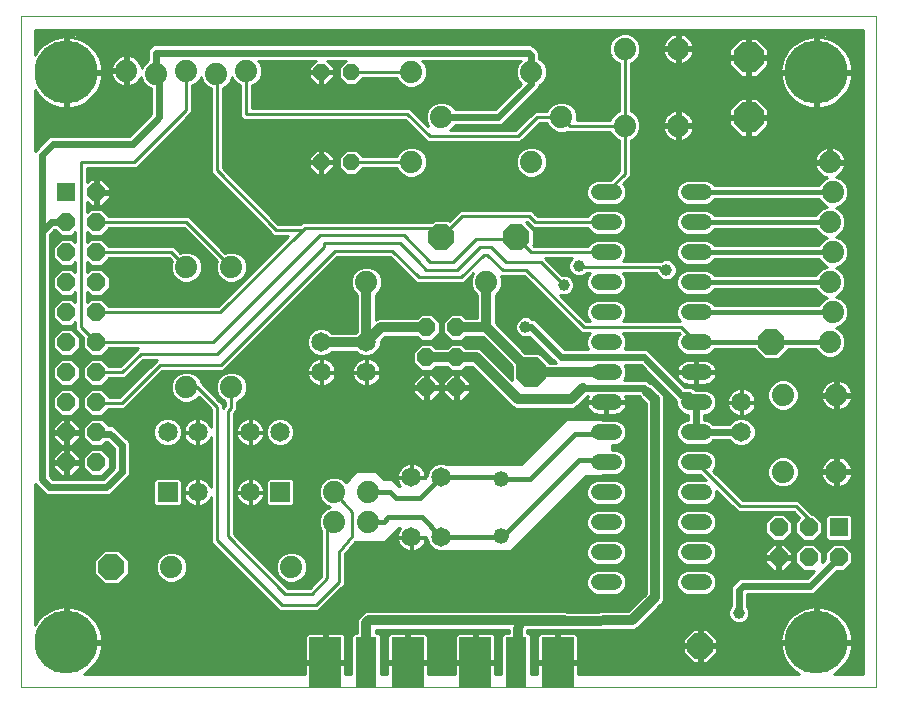
<source format=gtl>
G75*
%MOIN*%
%OFA0B0*%
%FSLAX25Y25*%
%IPPOS*%
%LPD*%
%AMOC8*
5,1,8,0,0,1.08239X$1,22.5*
%
%ADD10C,0.00000*%
%ADD11C,0.06500*%
%ADD12R,0.06500X0.06500*%
%ADD13C,0.05200*%
%ADD14R,0.06000X0.06000*%
%ADD15OC8,0.06000*%
%ADD16C,0.07400*%
%ADD17OC8,0.05200*%
%ADD18R,0.07000X0.16500*%
%ADD19R,0.10500X0.16500*%
%ADD20C,0.05200*%
%ADD21OC8,0.08500*%
%ADD22OC8,0.10050*%
%ADD23C,0.21000*%
%ADD24C,0.01000*%
%ADD25C,0.03962*%
%ADD26C,0.02400*%
%ADD27C,0.03200*%
%ADD28C,0.01600*%
D10*
X0002370Y0038506D02*
X0002370Y0262207D01*
X0287291Y0262207D01*
X0287291Y0038506D01*
X0002370Y0038506D01*
X0095370Y0038506D02*
X0139370Y0038506D01*
X0145370Y0038506D02*
X0189370Y0038506D01*
D11*
X0142370Y0088506D03*
X0132370Y0088506D03*
X0132370Y0108506D03*
X0142370Y0108506D03*
X0117370Y0143506D03*
X0117370Y0153506D03*
X0102370Y0153506D03*
X0102370Y0143506D03*
X0088640Y0123506D03*
X0078640Y0123506D03*
X0061100Y0123506D03*
X0051100Y0123506D03*
X0061100Y0103506D03*
X0078640Y0103506D03*
X0242370Y0123506D03*
X0242370Y0133506D03*
D12*
X0088640Y0103506D03*
X0051100Y0103506D03*
D13*
X0194770Y0103506D02*
X0199970Y0103506D01*
X0199970Y0113506D02*
X0194770Y0113506D01*
X0194770Y0123506D02*
X0199970Y0123506D01*
X0199970Y0133506D02*
X0194770Y0133506D01*
X0194770Y0143506D02*
X0199970Y0143506D01*
X0199970Y0153506D02*
X0194770Y0153506D01*
X0194770Y0163506D02*
X0199970Y0163506D01*
X0199970Y0173506D02*
X0194770Y0173506D01*
X0194770Y0183506D02*
X0199970Y0183506D01*
X0199970Y0193506D02*
X0194770Y0193506D01*
X0194770Y0203506D02*
X0199970Y0203506D01*
X0224770Y0203506D02*
X0229970Y0203506D01*
X0229970Y0193506D02*
X0224770Y0193506D01*
X0224770Y0183506D02*
X0229970Y0183506D01*
X0229970Y0173506D02*
X0224770Y0173506D01*
X0224770Y0163506D02*
X0229970Y0163506D01*
X0229970Y0153506D02*
X0224770Y0153506D01*
X0224770Y0143506D02*
X0229970Y0143506D01*
X0229970Y0133506D02*
X0224770Y0133506D01*
X0224770Y0123506D02*
X0229970Y0123506D01*
X0229970Y0113506D02*
X0224770Y0113506D01*
X0224770Y0103506D02*
X0229970Y0103506D01*
X0229970Y0093506D02*
X0224770Y0093506D01*
X0224770Y0083506D02*
X0229970Y0083506D01*
X0229970Y0073506D02*
X0224770Y0073506D01*
X0199970Y0073506D02*
X0194770Y0073506D01*
X0194770Y0083506D02*
X0199970Y0083506D01*
X0199970Y0093506D02*
X0194770Y0093506D01*
D14*
X0274830Y0091766D03*
X0017370Y0203506D03*
D15*
X0017370Y0193506D03*
X0017370Y0183506D03*
X0017370Y0173506D03*
X0017370Y0163506D03*
X0017370Y0153506D03*
X0017370Y0143506D03*
X0017370Y0133506D03*
X0017370Y0123506D03*
X0017370Y0113506D03*
X0027370Y0113506D03*
X0027370Y0123506D03*
X0027370Y0133506D03*
X0027370Y0143506D03*
X0027370Y0153506D03*
X0027370Y0163506D03*
X0027370Y0173506D03*
X0027370Y0183506D03*
X0027370Y0193506D03*
X0027370Y0203506D03*
X0137370Y0158506D03*
X0137370Y0148506D03*
X0147370Y0148506D03*
X0147370Y0158506D03*
X0147370Y0138506D03*
X0137370Y0138506D03*
X0254830Y0091766D03*
X0264830Y0091766D03*
X0264830Y0081766D03*
X0254830Y0081766D03*
X0274830Y0081766D03*
D16*
X0274050Y0110306D03*
X0256250Y0110306D03*
X0256250Y0135906D03*
X0274050Y0135906D03*
X0271870Y0153506D03*
X0272870Y0163506D03*
X0271870Y0173506D03*
X0272870Y0183506D03*
X0271870Y0193506D03*
X0272870Y0203506D03*
X0271870Y0213506D03*
X0221270Y0225706D03*
X0203470Y0225706D03*
X0182370Y0228506D03*
X0172370Y0213506D03*
X0142370Y0228506D03*
X0132370Y0213506D03*
X0132370Y0243506D03*
X0172370Y0243506D03*
X0203470Y0251306D03*
X0221270Y0251306D03*
X0157370Y0173506D03*
X0117370Y0173506D03*
X0072370Y0178506D03*
X0057370Y0178506D03*
X0057370Y0138506D03*
X0072370Y0138506D03*
X0106670Y0103506D03*
X0106670Y0093506D03*
X0118070Y0093506D03*
X0118070Y0103506D03*
X0092370Y0078506D03*
X0052370Y0078506D03*
X0047370Y0243006D03*
X0037370Y0244006D03*
X0057370Y0244006D03*
X0067370Y0243006D03*
X0077370Y0244006D03*
D17*
X0102370Y0243506D03*
X0112370Y0243506D03*
X0112370Y0213506D03*
X0102370Y0213506D03*
D18*
X0117370Y0046835D03*
X0167370Y0046835D03*
D19*
X0153612Y0046835D03*
X0131128Y0046835D03*
X0103612Y0046835D03*
X0181128Y0046835D03*
D20*
X0162370Y0089006D03*
X0162370Y0108006D03*
D21*
X0228640Y0052316D03*
X0252370Y0153506D03*
X0167370Y0188506D03*
X0142370Y0188506D03*
X0032370Y0078506D03*
D22*
X0172370Y0143506D03*
X0244870Y0228506D03*
X0244870Y0248506D03*
D23*
X0267370Y0243506D03*
X0267370Y0053506D03*
X0017370Y0053506D03*
X0017370Y0243506D03*
D24*
X0017870Y0243134D02*
X0032243Y0243134D01*
X0032298Y0242789D02*
X0032184Y0243506D01*
X0036870Y0243506D01*
X0037870Y0243506D01*
X0037870Y0238821D01*
X0038588Y0238934D01*
X0039366Y0239187D01*
X0040095Y0239559D01*
X0040758Y0240040D01*
X0041336Y0240619D01*
X0041817Y0241281D01*
X0042170Y0241973D01*
X0042170Y0241972D01*
X0042962Y0240061D01*
X0044424Y0238598D01*
X0045710Y0238065D01*
X0045710Y0229575D01*
X0038402Y0222266D01*
X0012393Y0222266D01*
X0011401Y0221855D01*
X0007591Y0218045D01*
X0006870Y0217325D01*
X0006870Y0237662D01*
X0007568Y0236551D01*
X0008408Y0235498D01*
X0009361Y0234544D01*
X0010415Y0233704D01*
X0011556Y0232987D01*
X0012771Y0232402D01*
X0014043Y0231957D01*
X0015357Y0231657D01*
X0016696Y0231506D01*
X0016870Y0231506D01*
X0016870Y0243006D01*
X0017870Y0243006D01*
X0017870Y0231506D01*
X0018044Y0231506D01*
X0019383Y0231657D01*
X0020697Y0231957D01*
X0021969Y0232402D01*
X0023184Y0232987D01*
X0024325Y0233704D01*
X0025379Y0234544D01*
X0026332Y0235498D01*
X0027172Y0236551D01*
X0027889Y0237693D01*
X0028474Y0238907D01*
X0028919Y0240179D01*
X0029219Y0241493D01*
X0029370Y0242832D01*
X0029370Y0243006D01*
X0017870Y0243006D01*
X0017870Y0244006D01*
X0029370Y0244006D01*
X0029370Y0244180D01*
X0029219Y0245520D01*
X0028919Y0246834D01*
X0028474Y0248106D01*
X0027889Y0249320D01*
X0027172Y0250461D01*
X0026332Y0251515D01*
X0025379Y0252468D01*
X0024325Y0253308D01*
X0023184Y0254026D01*
X0021969Y0254610D01*
X0020697Y0255055D01*
X0019383Y0255355D01*
X0018044Y0255506D01*
X0017870Y0255506D01*
X0017870Y0244006D01*
X0016870Y0244006D01*
X0016870Y0255506D01*
X0016696Y0255506D01*
X0015357Y0255355D01*
X0014043Y0255055D01*
X0012771Y0254610D01*
X0011556Y0254026D01*
X0010415Y0253308D01*
X0009361Y0252468D01*
X0008408Y0251515D01*
X0007568Y0250461D01*
X0006870Y0249351D01*
X0006870Y0257707D01*
X0282791Y0257707D01*
X0282791Y0043006D01*
X0273214Y0043006D01*
X0274325Y0043704D01*
X0275379Y0044544D01*
X0276332Y0045498D01*
X0277172Y0046551D01*
X0277889Y0047693D01*
X0278474Y0048907D01*
X0278919Y0050179D01*
X0279219Y0051493D01*
X0279370Y0052832D01*
X0279370Y0053006D01*
X0267870Y0053006D01*
X0267870Y0054006D01*
X0279370Y0054006D01*
X0279370Y0054180D01*
X0279219Y0055520D01*
X0278919Y0056834D01*
X0278474Y0058106D01*
X0277889Y0059320D01*
X0277172Y0060461D01*
X0276332Y0061515D01*
X0275379Y0062468D01*
X0274325Y0063308D01*
X0273184Y0064026D01*
X0271969Y0064610D01*
X0270697Y0065055D01*
X0269383Y0065355D01*
X0268044Y0065506D01*
X0267870Y0065506D01*
X0267870Y0054006D01*
X0266870Y0054006D01*
X0266870Y0053006D01*
X0255370Y0053006D01*
X0255370Y0052832D01*
X0255521Y0051493D01*
X0255821Y0050179D01*
X0256266Y0048907D01*
X0256851Y0047693D01*
X0257568Y0046551D01*
X0258408Y0045498D01*
X0259361Y0044544D01*
X0260415Y0043704D01*
X0261526Y0043006D01*
X0187878Y0043006D01*
X0187878Y0046335D01*
X0181628Y0046335D01*
X0181628Y0047335D01*
X0180628Y0047335D01*
X0180628Y0056585D01*
X0175681Y0056585D01*
X0175299Y0056482D01*
X0174957Y0056285D01*
X0174678Y0056006D01*
X0174480Y0055664D01*
X0174378Y0055282D01*
X0174378Y0047335D01*
X0180628Y0047335D01*
X0180628Y0046335D01*
X0174378Y0046335D01*
X0174378Y0043006D01*
X0172370Y0043006D01*
X0172370Y0055706D01*
X0171491Y0056585D01*
X0170970Y0056585D01*
X0170970Y0057199D01*
X0171042Y0057561D01*
X0185043Y0057451D01*
X0185075Y0057438D01*
X0185658Y0057446D01*
X0186242Y0057442D01*
X0186274Y0057454D01*
X0205991Y0057716D01*
X0206587Y0057716D01*
X0206606Y0057724D01*
X0206628Y0057725D01*
X0207176Y0057960D01*
X0207726Y0058188D01*
X0207741Y0058203D01*
X0207761Y0058212D01*
X0208177Y0058639D01*
X0215346Y0065808D01*
X0216218Y0066680D01*
X0216688Y0067816D01*
X0216690Y0067820D01*
X0216690Y0135093D01*
X0216218Y0136232D01*
X0215346Y0137104D01*
X0212806Y0139644D01*
X0211840Y0140044D01*
X0211309Y0140575D01*
X0210317Y0140986D01*
X0203248Y0140986D01*
X0203446Y0141184D01*
X0204070Y0142691D01*
X0204070Y0144322D01*
X0203455Y0145806D01*
X0208752Y0145806D01*
X0220670Y0133888D01*
X0220670Y0132691D01*
X0221294Y0131184D01*
X0222448Y0130030D01*
X0223954Y0129406D01*
X0224670Y0129406D01*
X0224670Y0127606D01*
X0223954Y0127606D01*
X0222448Y0126982D01*
X0221294Y0125829D01*
X0220670Y0124322D01*
X0220670Y0122691D01*
X0221294Y0121184D01*
X0222448Y0120030D01*
X0223954Y0119406D01*
X0230786Y0119406D01*
X0232292Y0120030D01*
X0233068Y0120806D01*
X0238352Y0120806D01*
X0239679Y0119479D01*
X0241425Y0118756D01*
X0243315Y0118756D01*
X0245061Y0119479D01*
X0246397Y0120816D01*
X0247120Y0122561D01*
X0247120Y0124451D01*
X0246397Y0126197D01*
X0245061Y0127533D01*
X0243315Y0128256D01*
X0241425Y0128256D01*
X0239679Y0127533D01*
X0238352Y0126206D01*
X0233068Y0126206D01*
X0232292Y0126982D01*
X0230786Y0127606D01*
X0230070Y0127606D01*
X0230070Y0129406D01*
X0230786Y0129406D01*
X0232292Y0130030D01*
X0233446Y0131184D01*
X0234070Y0132691D01*
X0234070Y0134322D01*
X0233446Y0135829D01*
X0232292Y0136982D01*
X0230786Y0137606D01*
X0227088Y0137606D01*
X0226399Y0138295D01*
X0225407Y0138706D01*
X0223488Y0138706D01*
X0212159Y0150036D01*
X0211399Y0150795D01*
X0210407Y0151206D01*
X0203455Y0151206D01*
X0204070Y0152691D01*
X0204070Y0154322D01*
X0203446Y0155829D01*
X0202768Y0156506D01*
X0221542Y0156506D01*
X0221757Y0156291D01*
X0221294Y0155829D01*
X0220670Y0154322D01*
X0220670Y0152691D01*
X0221294Y0151184D01*
X0222448Y0150030D01*
X0223954Y0149406D01*
X0230786Y0149406D01*
X0232292Y0150030D01*
X0233446Y0151184D01*
X0233455Y0151206D01*
X0246620Y0151206D01*
X0246620Y0151125D01*
X0249988Y0147756D01*
X0254752Y0147756D01*
X0258120Y0151125D01*
X0258120Y0151206D01*
X0267194Y0151206D01*
X0267462Y0150561D01*
X0268924Y0149098D01*
X0270836Y0148306D01*
X0272904Y0148306D01*
X0274816Y0149098D01*
X0276278Y0150561D01*
X0277070Y0152472D01*
X0277070Y0154541D01*
X0276278Y0156452D01*
X0274816Y0157915D01*
X0273870Y0158306D01*
X0273904Y0158306D01*
X0275816Y0159098D01*
X0277278Y0160561D01*
X0278070Y0162472D01*
X0278070Y0164541D01*
X0277278Y0166452D01*
X0275816Y0167915D01*
X0273904Y0168706D01*
X0273870Y0168706D01*
X0274816Y0169098D01*
X0276278Y0170561D01*
X0277070Y0172472D01*
X0277070Y0174541D01*
X0276278Y0176452D01*
X0274816Y0177915D01*
X0273870Y0178306D01*
X0273904Y0178306D01*
X0275816Y0179098D01*
X0277278Y0180561D01*
X0278070Y0182472D01*
X0278070Y0184541D01*
X0277278Y0186452D01*
X0275816Y0187915D01*
X0273904Y0188706D01*
X0273870Y0188706D01*
X0274816Y0189098D01*
X0276278Y0190561D01*
X0277070Y0192472D01*
X0277070Y0194541D01*
X0276278Y0196452D01*
X0274816Y0197915D01*
X0273870Y0198306D01*
X0273904Y0198306D01*
X0275816Y0199098D01*
X0277278Y0200561D01*
X0278070Y0202472D01*
X0278070Y0204541D01*
X0277278Y0206452D01*
X0275816Y0207915D01*
X0273904Y0208706D01*
X0273903Y0208706D01*
X0274595Y0209059D01*
X0275258Y0209540D01*
X0275836Y0210119D01*
X0276317Y0210781D01*
X0276689Y0211510D01*
X0276942Y0212289D01*
X0277056Y0213006D01*
X0272370Y0213006D01*
X0272370Y0214006D01*
X0277056Y0214006D01*
X0276942Y0214724D01*
X0276689Y0215502D01*
X0276317Y0216232D01*
X0275836Y0216894D01*
X0275258Y0217473D01*
X0274595Y0217954D01*
X0273866Y0218325D01*
X0273088Y0218578D01*
X0272370Y0218692D01*
X0272370Y0214006D01*
X0271370Y0214006D01*
X0271370Y0213006D01*
X0266684Y0213006D01*
X0266798Y0212289D01*
X0267051Y0211510D01*
X0267423Y0210781D01*
X0267904Y0210119D01*
X0268482Y0209540D01*
X0269145Y0209059D01*
X0269874Y0208687D01*
X0270652Y0208434D01*
X0271033Y0208374D01*
X0269924Y0207915D01*
X0268462Y0206452D01*
X0268194Y0205806D01*
X0233455Y0205806D01*
X0233446Y0205829D01*
X0232292Y0206982D01*
X0230786Y0207606D01*
X0223954Y0207606D01*
X0222448Y0206982D01*
X0221294Y0205829D01*
X0220670Y0204322D01*
X0220670Y0202691D01*
X0221294Y0201184D01*
X0222448Y0200030D01*
X0223954Y0199406D01*
X0230786Y0199406D01*
X0232292Y0200030D01*
X0233446Y0201184D01*
X0233455Y0201206D01*
X0268194Y0201206D01*
X0268462Y0200561D01*
X0269924Y0199098D01*
X0270870Y0198706D01*
X0270836Y0198706D01*
X0268924Y0197915D01*
X0267462Y0196452D01*
X0267194Y0195806D01*
X0233455Y0195806D01*
X0233446Y0195829D01*
X0232292Y0196982D01*
X0230786Y0197606D01*
X0223954Y0197606D01*
X0222448Y0196982D01*
X0221294Y0195829D01*
X0220670Y0194322D01*
X0220670Y0192691D01*
X0221294Y0191184D01*
X0222448Y0190030D01*
X0223954Y0189406D01*
X0230786Y0189406D01*
X0232292Y0190030D01*
X0233446Y0191184D01*
X0233455Y0191206D01*
X0267194Y0191206D01*
X0267462Y0190561D01*
X0268924Y0189098D01*
X0270836Y0188306D01*
X0270870Y0188306D01*
X0269924Y0187915D01*
X0268462Y0186452D01*
X0268194Y0185806D01*
X0233455Y0185806D01*
X0233446Y0185829D01*
X0232292Y0186982D01*
X0230786Y0187606D01*
X0223954Y0187606D01*
X0222448Y0186982D01*
X0221294Y0185829D01*
X0220670Y0184322D01*
X0220670Y0182691D01*
X0221294Y0181184D01*
X0222448Y0180030D01*
X0223954Y0179406D01*
X0230786Y0179406D01*
X0232292Y0180030D01*
X0233446Y0181184D01*
X0233455Y0181206D01*
X0268194Y0181206D01*
X0268462Y0180561D01*
X0269924Y0179098D01*
X0270870Y0178706D01*
X0270836Y0178706D01*
X0268924Y0177915D01*
X0267462Y0176452D01*
X0267194Y0175806D01*
X0233455Y0175806D01*
X0233446Y0175829D01*
X0232292Y0176982D01*
X0230786Y0177606D01*
X0223954Y0177606D01*
X0222448Y0176982D01*
X0221294Y0175829D01*
X0220670Y0174322D01*
X0220670Y0172691D01*
X0221294Y0171184D01*
X0222448Y0170030D01*
X0223954Y0169406D01*
X0230786Y0169406D01*
X0232292Y0170030D01*
X0233446Y0171184D01*
X0233455Y0171206D01*
X0267194Y0171206D01*
X0267462Y0170561D01*
X0268924Y0169098D01*
X0270836Y0168306D01*
X0270870Y0168306D01*
X0269924Y0167915D01*
X0268462Y0166452D01*
X0268194Y0165806D01*
X0233455Y0165806D01*
X0233446Y0165829D01*
X0232292Y0166982D01*
X0230786Y0167606D01*
X0223954Y0167606D01*
X0222448Y0166982D01*
X0221294Y0165829D01*
X0220670Y0164322D01*
X0220670Y0162691D01*
X0221294Y0161184D01*
X0221972Y0160506D01*
X0202768Y0160506D01*
X0203446Y0161184D01*
X0204070Y0162691D01*
X0204070Y0164322D01*
X0203446Y0165829D01*
X0202292Y0166982D01*
X0200786Y0167606D01*
X0193954Y0167606D01*
X0192448Y0166982D01*
X0191294Y0165829D01*
X0190670Y0164322D01*
X0190670Y0162691D01*
X0191294Y0161184D01*
X0191972Y0160506D01*
X0190698Y0160506D01*
X0181892Y0169313D01*
X0182418Y0169095D01*
X0183802Y0169095D01*
X0185082Y0169625D01*
X0186061Y0170604D01*
X0186591Y0171884D01*
X0186591Y0173269D01*
X0186061Y0174548D01*
X0185082Y0175527D01*
X0183802Y0176057D01*
X0182457Y0176057D01*
X0177490Y0181025D01*
X0177008Y0181506D01*
X0185847Y0181506D01*
X0185239Y0180898D01*
X0184709Y0179619D01*
X0184709Y0178234D01*
X0185239Y0176954D01*
X0186218Y0175975D01*
X0187498Y0175445D01*
X0188882Y0175445D01*
X0190162Y0175975D01*
X0190693Y0176506D01*
X0191972Y0176506D01*
X0191294Y0175829D01*
X0190670Y0174322D01*
X0190670Y0172691D01*
X0191294Y0171184D01*
X0192448Y0170030D01*
X0193954Y0169406D01*
X0200786Y0169406D01*
X0202292Y0170030D01*
X0203446Y0171184D01*
X0204070Y0172691D01*
X0204070Y0174322D01*
X0203446Y0175829D01*
X0202768Y0176506D01*
X0214042Y0176506D01*
X0214156Y0176392D01*
X0214449Y0175684D01*
X0215428Y0174705D01*
X0216708Y0174175D01*
X0218092Y0174175D01*
X0219372Y0174705D01*
X0220351Y0175684D01*
X0220881Y0176964D01*
X0220881Y0178349D01*
X0220351Y0179628D01*
X0219372Y0180607D01*
X0218092Y0181137D01*
X0216708Y0181137D01*
X0215428Y0180607D01*
X0215327Y0180506D01*
X0202768Y0180506D01*
X0203446Y0181184D01*
X0204070Y0182691D01*
X0204070Y0184322D01*
X0203446Y0185829D01*
X0202292Y0186982D01*
X0200786Y0187606D01*
X0193954Y0187606D01*
X0192448Y0186982D01*
X0191294Y0185829D01*
X0191161Y0185506D01*
X0173198Y0185506D01*
X0172850Y0185855D01*
X0173120Y0186125D01*
X0173120Y0190888D01*
X0170572Y0193436D01*
X0170852Y0193436D01*
X0172782Y0191506D01*
X0191161Y0191506D01*
X0191294Y0191184D01*
X0192448Y0190030D01*
X0193954Y0189406D01*
X0200786Y0189406D01*
X0202292Y0190030D01*
X0203446Y0191184D01*
X0204070Y0192691D01*
X0204070Y0194322D01*
X0203446Y0195829D01*
X0202292Y0196982D01*
X0200786Y0197606D01*
X0193954Y0197606D01*
X0192448Y0196982D01*
X0191294Y0195829D01*
X0191161Y0195506D01*
X0174438Y0195506D01*
X0173680Y0196265D01*
X0172508Y0197436D01*
X0148472Y0197436D01*
X0145022Y0193986D01*
X0144752Y0194256D01*
X0139988Y0194256D01*
X0139358Y0193626D01*
X0095922Y0193626D01*
X0095287Y0192991D01*
X0088053Y0192991D01*
X0069460Y0211585D01*
X0069460Y0237109D01*
X0069474Y0237123D01*
X0069460Y0237934D01*
X0069460Y0238244D01*
X0070316Y0238598D01*
X0071778Y0240061D01*
X0072570Y0241972D01*
X0072570Y0242006D01*
X0072962Y0241061D01*
X0074424Y0239598D01*
X0075296Y0239237D01*
X0075163Y0230567D01*
X0075150Y0230555D01*
X0075150Y0229742D01*
X0075137Y0228929D01*
X0075150Y0228916D01*
X0075150Y0228898D01*
X0075725Y0228323D01*
X0076291Y0227739D01*
X0076309Y0227739D01*
X0076322Y0227726D01*
X0077135Y0227726D01*
X0077948Y0227714D01*
X0077960Y0227726D01*
X0130212Y0227726D01*
X0136660Y0221278D01*
X0137832Y0220106D01*
X0168698Y0220106D01*
X0175098Y0226506D01*
X0177570Y0226506D01*
X0177962Y0225561D01*
X0179424Y0224098D01*
X0181336Y0223306D01*
X0183404Y0223306D01*
X0184370Y0223706D01*
X0198670Y0223706D01*
X0199062Y0222761D01*
X0200524Y0221298D01*
X0201470Y0220906D01*
X0201470Y0210435D01*
X0198642Y0207606D01*
X0193954Y0207606D01*
X0192448Y0206982D01*
X0191294Y0205829D01*
X0190670Y0204322D01*
X0190670Y0202691D01*
X0191294Y0201184D01*
X0192448Y0200030D01*
X0193954Y0199406D01*
X0200786Y0199406D01*
X0202292Y0200030D01*
X0203446Y0201184D01*
X0204070Y0202691D01*
X0204070Y0204322D01*
X0203446Y0205829D01*
X0202983Y0206291D01*
X0204298Y0207606D01*
X0205470Y0208778D01*
X0205470Y0220906D01*
X0206416Y0221298D01*
X0207878Y0222761D01*
X0208670Y0224672D01*
X0208670Y0226741D01*
X0207878Y0228652D01*
X0206416Y0230115D01*
X0205470Y0230506D01*
X0205470Y0246506D01*
X0206416Y0246898D01*
X0207878Y0248361D01*
X0208670Y0250272D01*
X0208670Y0252341D01*
X0207878Y0254252D01*
X0206416Y0255715D01*
X0204504Y0256506D01*
X0202436Y0256506D01*
X0200524Y0255715D01*
X0199062Y0254252D01*
X0198270Y0252341D01*
X0198270Y0250272D01*
X0199062Y0248361D01*
X0200524Y0246898D01*
X0201470Y0246506D01*
X0201470Y0230506D01*
X0200524Y0230115D01*
X0199062Y0228652D01*
X0198670Y0227706D01*
X0187570Y0227706D01*
X0187570Y0229541D01*
X0186778Y0231452D01*
X0185316Y0232915D01*
X0183404Y0233706D01*
X0181336Y0233706D01*
X0179424Y0232915D01*
X0177962Y0231452D01*
X0177570Y0230506D01*
X0173442Y0230506D01*
X0172270Y0229335D01*
X0167042Y0224106D01*
X0145324Y0224106D01*
X0146778Y0225561D01*
X0146859Y0225756D01*
X0161897Y0225756D01*
X0162889Y0226167D01*
X0173899Y0237177D01*
X0174659Y0237937D01*
X0175070Y0238929D01*
X0175070Y0238996D01*
X0175316Y0239098D01*
X0176778Y0240561D01*
X0177570Y0242472D01*
X0177570Y0244541D01*
X0176778Y0246452D01*
X0175316Y0247915D01*
X0175070Y0248016D01*
X0175070Y0249733D01*
X0174659Y0250726D01*
X0173899Y0251485D01*
X0173049Y0252335D01*
X0172057Y0252746D01*
X0046603Y0252746D01*
X0045611Y0252335D01*
X0044851Y0251576D01*
X0044440Y0250583D01*
X0044440Y0247421D01*
X0044424Y0247415D01*
X0042962Y0245952D01*
X0042502Y0244843D01*
X0042442Y0245224D01*
X0042189Y0246002D01*
X0041817Y0246732D01*
X0041336Y0247394D01*
X0040758Y0247973D01*
X0040095Y0248454D01*
X0039366Y0248825D01*
X0038588Y0249078D01*
X0037870Y0249192D01*
X0037870Y0244506D01*
X0036870Y0244506D01*
X0036870Y0243506D01*
X0036870Y0238821D01*
X0036152Y0238934D01*
X0035374Y0239187D01*
X0034645Y0239559D01*
X0033982Y0240040D01*
X0033404Y0240619D01*
X0032923Y0241281D01*
X0032551Y0242010D01*
X0032298Y0242789D01*
X0032510Y0242136D02*
X0029291Y0242136D01*
X0029138Y0241137D02*
X0033027Y0241137D01*
X0033884Y0240139D02*
X0028905Y0240139D01*
X0028556Y0239140D02*
X0035519Y0239140D01*
X0036870Y0239140D02*
X0037870Y0239140D01*
X0037870Y0240139D02*
X0036870Y0240139D01*
X0036870Y0241137D02*
X0037870Y0241137D01*
X0037870Y0242136D02*
X0036870Y0242136D01*
X0036870Y0243134D02*
X0037870Y0243134D01*
X0036870Y0244133D02*
X0029370Y0244133D01*
X0029263Y0245131D02*
X0032283Y0245131D01*
X0032298Y0245224D02*
X0032184Y0244506D01*
X0036870Y0244506D01*
X0036870Y0249192D01*
X0036152Y0249078D01*
X0035374Y0248825D01*
X0034645Y0248454D01*
X0033982Y0247973D01*
X0033404Y0247394D01*
X0032923Y0246732D01*
X0032551Y0246002D01*
X0032298Y0245224D01*
X0032616Y0246130D02*
X0029080Y0246130D01*
X0028816Y0247128D02*
X0033211Y0247128D01*
X0034194Y0248127D02*
X0028464Y0248127D01*
X0027983Y0249125D02*
X0036449Y0249125D01*
X0036870Y0249125D02*
X0037870Y0249125D01*
X0038291Y0249125D02*
X0044440Y0249125D01*
X0044440Y0248127D02*
X0040546Y0248127D01*
X0041529Y0247128D02*
X0044138Y0247128D01*
X0043139Y0246130D02*
X0042124Y0246130D01*
X0042457Y0245131D02*
X0042622Y0245131D01*
X0042516Y0241137D02*
X0041713Y0241137D01*
X0040856Y0240139D02*
X0042929Y0240139D01*
X0043882Y0239140D02*
X0039221Y0239140D01*
X0037870Y0245131D02*
X0036870Y0245131D01*
X0036870Y0246130D02*
X0037870Y0246130D01*
X0037870Y0247128D02*
X0036870Y0247128D01*
X0036870Y0248127D02*
X0037870Y0248127D01*
X0044440Y0250124D02*
X0027384Y0250124D01*
X0026645Y0251122D02*
X0044663Y0251122D01*
X0045396Y0252121D02*
X0025726Y0252121D01*
X0024562Y0253119D02*
X0198593Y0253119D01*
X0198270Y0252121D02*
X0173264Y0252121D01*
X0174262Y0251122D02*
X0198270Y0251122D01*
X0198331Y0250124D02*
X0174908Y0250124D01*
X0175070Y0249125D02*
X0198745Y0249125D01*
X0199296Y0248127D02*
X0175070Y0248127D01*
X0176102Y0247128D02*
X0200294Y0247128D01*
X0201470Y0246130D02*
X0176912Y0246130D01*
X0177325Y0245131D02*
X0201470Y0245131D01*
X0201470Y0244133D02*
X0177570Y0244133D01*
X0177570Y0243134D02*
X0201470Y0243134D01*
X0201470Y0242136D02*
X0177431Y0242136D01*
X0177017Y0241137D02*
X0201470Y0241137D01*
X0201470Y0240139D02*
X0176356Y0240139D01*
X0175358Y0239140D02*
X0201470Y0239140D01*
X0201470Y0238142D02*
X0174744Y0238142D01*
X0173865Y0237143D02*
X0201470Y0237143D01*
X0201470Y0236145D02*
X0172867Y0236145D01*
X0171868Y0235146D02*
X0201470Y0235146D01*
X0201470Y0234148D02*
X0170870Y0234148D01*
X0169871Y0233149D02*
X0179990Y0233149D01*
X0178660Y0232151D02*
X0168873Y0232151D01*
X0167874Y0231152D02*
X0177837Y0231152D01*
X0174270Y0228506D02*
X0182370Y0228506D01*
X0182370Y0230466D01*
X0182370Y0228506D02*
X0185170Y0225706D01*
X0203470Y0225706D01*
X0203470Y0251306D01*
X0201490Y0256115D02*
X0006870Y0256115D01*
X0006870Y0257113D02*
X0282791Y0257113D01*
X0282791Y0256115D02*
X0223287Y0256115D01*
X0223266Y0256125D02*
X0222488Y0256378D01*
X0221770Y0256492D01*
X0221770Y0251806D01*
X0226456Y0251806D01*
X0226342Y0252524D01*
X0226089Y0253302D01*
X0225717Y0254032D01*
X0225236Y0254694D01*
X0224658Y0255273D01*
X0223995Y0255754D01*
X0223266Y0256125D01*
X0221770Y0256115D02*
X0220770Y0256115D01*
X0220770Y0256492D02*
X0220770Y0251806D01*
X0220770Y0250806D01*
X0221770Y0250806D01*
X0221770Y0246121D01*
X0222488Y0246234D01*
X0223266Y0246487D01*
X0223995Y0246859D01*
X0224658Y0247340D01*
X0225236Y0247919D01*
X0225717Y0248581D01*
X0226089Y0249310D01*
X0226342Y0250089D01*
X0226456Y0250806D01*
X0221770Y0250806D01*
X0221770Y0251806D01*
X0220770Y0251806D01*
X0216084Y0251806D01*
X0216198Y0252524D01*
X0216451Y0253302D01*
X0216823Y0254032D01*
X0217304Y0254694D01*
X0217882Y0255273D01*
X0218545Y0255754D01*
X0219274Y0256125D01*
X0220052Y0256378D01*
X0220770Y0256492D01*
X0220770Y0255116D02*
X0221770Y0255116D01*
X0221770Y0254118D02*
X0220770Y0254118D01*
X0220770Y0253119D02*
X0221770Y0253119D01*
X0221770Y0252121D02*
X0220770Y0252121D01*
X0220770Y0251122D02*
X0208670Y0251122D01*
X0208670Y0252121D02*
X0216134Y0252121D01*
X0216391Y0253119D02*
X0208347Y0253119D01*
X0207934Y0254118D02*
X0216885Y0254118D01*
X0217726Y0255116D02*
X0207014Y0255116D01*
X0205450Y0256115D02*
X0219253Y0256115D01*
X0221770Y0251122D02*
X0238345Y0251122D01*
X0238345Y0251209D02*
X0238345Y0249006D01*
X0244370Y0249006D01*
X0244370Y0248006D01*
X0245370Y0248006D01*
X0245370Y0241981D01*
X0247573Y0241981D01*
X0251395Y0245804D01*
X0251395Y0248006D01*
X0245370Y0248006D01*
X0245370Y0249006D01*
X0251395Y0249006D01*
X0251395Y0251209D01*
X0247573Y0255031D01*
X0245370Y0255031D01*
X0245370Y0249006D01*
X0244370Y0249006D01*
X0244370Y0255031D01*
X0242167Y0255031D01*
X0238345Y0251209D01*
X0238345Y0250124D02*
X0226348Y0250124D01*
X0225995Y0249125D02*
X0238345Y0249125D01*
X0238345Y0248006D02*
X0238345Y0245804D01*
X0242167Y0241981D01*
X0244370Y0241981D01*
X0244370Y0248006D01*
X0238345Y0248006D01*
X0238345Y0247128D02*
X0224366Y0247128D01*
X0225387Y0248127D02*
X0244370Y0248127D01*
X0244370Y0249125D02*
X0245370Y0249125D01*
X0245370Y0248127D02*
X0256276Y0248127D01*
X0256266Y0248106D02*
X0255821Y0246834D01*
X0255521Y0245520D01*
X0255370Y0244180D01*
X0255370Y0244006D01*
X0266870Y0244006D01*
X0266870Y0243006D01*
X0267870Y0243006D01*
X0267870Y0231506D01*
X0268044Y0231506D01*
X0269383Y0231657D01*
X0270697Y0231957D01*
X0271969Y0232402D01*
X0273184Y0232987D01*
X0274325Y0233704D01*
X0275379Y0234544D01*
X0276332Y0235498D01*
X0277172Y0236551D01*
X0277889Y0237693D01*
X0278474Y0238907D01*
X0278919Y0240179D01*
X0279219Y0241493D01*
X0279370Y0242832D01*
X0279370Y0243006D01*
X0267870Y0243006D01*
X0267870Y0244006D01*
X0279370Y0244006D01*
X0279370Y0244180D01*
X0279219Y0245520D01*
X0278919Y0246834D01*
X0278474Y0248106D01*
X0277889Y0249320D01*
X0277172Y0250461D01*
X0276332Y0251515D01*
X0275379Y0252468D01*
X0274325Y0253308D01*
X0273184Y0254026D01*
X0271969Y0254610D01*
X0270697Y0255055D01*
X0269383Y0255355D01*
X0268044Y0255506D01*
X0267870Y0255506D01*
X0267870Y0244006D01*
X0266870Y0244006D01*
X0266870Y0255506D01*
X0266696Y0255506D01*
X0265357Y0255355D01*
X0264043Y0255055D01*
X0262771Y0254610D01*
X0261556Y0254026D01*
X0260415Y0253308D01*
X0259361Y0252468D01*
X0258408Y0251515D01*
X0257568Y0250461D01*
X0256851Y0249320D01*
X0256266Y0248106D01*
X0255924Y0247128D02*
X0251395Y0247128D01*
X0251395Y0246130D02*
X0255660Y0246130D01*
X0255477Y0245131D02*
X0250723Y0245131D01*
X0249724Y0244133D02*
X0255370Y0244133D01*
X0255370Y0243006D02*
X0255370Y0242832D01*
X0255521Y0241493D01*
X0255821Y0240179D01*
X0256266Y0238907D01*
X0256851Y0237693D01*
X0257568Y0236551D01*
X0258408Y0235498D01*
X0259361Y0234544D01*
X0260415Y0233704D01*
X0261556Y0232987D01*
X0262771Y0232402D01*
X0264043Y0231957D01*
X0265357Y0231657D01*
X0266696Y0231506D01*
X0266870Y0231506D01*
X0266870Y0243006D01*
X0255370Y0243006D01*
X0255449Y0242136D02*
X0247727Y0242136D01*
X0248726Y0243134D02*
X0266870Y0243134D01*
X0266870Y0242136D02*
X0267870Y0242136D01*
X0267870Y0243134D02*
X0282791Y0243134D01*
X0282791Y0242136D02*
X0279291Y0242136D01*
X0279138Y0241137D02*
X0282791Y0241137D01*
X0282791Y0240139D02*
X0278905Y0240139D01*
X0278556Y0239140D02*
X0282791Y0239140D01*
X0282791Y0238142D02*
X0278105Y0238142D01*
X0277544Y0237143D02*
X0282791Y0237143D01*
X0282791Y0236145D02*
X0276848Y0236145D01*
X0275980Y0235146D02*
X0282791Y0235146D01*
X0282791Y0234148D02*
X0274881Y0234148D01*
X0273441Y0233149D02*
X0282791Y0233149D01*
X0282791Y0232151D02*
X0271250Y0232151D01*
X0267870Y0232151D02*
X0266870Y0232151D01*
X0266870Y0233149D02*
X0267870Y0233149D01*
X0267870Y0234148D02*
X0266870Y0234148D01*
X0266870Y0235146D02*
X0267870Y0235146D01*
X0267870Y0236145D02*
X0266870Y0236145D01*
X0266870Y0237143D02*
X0267870Y0237143D01*
X0267870Y0238142D02*
X0266870Y0238142D01*
X0266870Y0239140D02*
X0267870Y0239140D01*
X0267870Y0240139D02*
X0266870Y0240139D01*
X0266870Y0241137D02*
X0267870Y0241137D01*
X0267870Y0244133D02*
X0266870Y0244133D01*
X0266870Y0245131D02*
X0267870Y0245131D01*
X0267870Y0246130D02*
X0266870Y0246130D01*
X0266870Y0247128D02*
X0267870Y0247128D01*
X0267870Y0248127D02*
X0266870Y0248127D01*
X0266870Y0249125D02*
X0267870Y0249125D01*
X0267870Y0250124D02*
X0266870Y0250124D01*
X0266870Y0251122D02*
X0267870Y0251122D01*
X0267870Y0252121D02*
X0266870Y0252121D01*
X0266870Y0253119D02*
X0267870Y0253119D01*
X0267870Y0254118D02*
X0266870Y0254118D01*
X0266870Y0255116D02*
X0267870Y0255116D01*
X0270431Y0255116D02*
X0282791Y0255116D01*
X0282791Y0254118D02*
X0272992Y0254118D01*
X0274562Y0253119D02*
X0282791Y0253119D01*
X0282791Y0252121D02*
X0275726Y0252121D01*
X0276645Y0251122D02*
X0282791Y0251122D01*
X0282791Y0250124D02*
X0277384Y0250124D01*
X0277983Y0249125D02*
X0282791Y0249125D01*
X0282791Y0248127D02*
X0278464Y0248127D01*
X0278816Y0247128D02*
X0282791Y0247128D01*
X0282791Y0246130D02*
X0279080Y0246130D01*
X0279263Y0245131D02*
X0282791Y0245131D01*
X0282791Y0244133D02*
X0279370Y0244133D01*
X0282791Y0231152D02*
X0251395Y0231152D01*
X0251395Y0231209D02*
X0247573Y0235031D01*
X0245370Y0235031D01*
X0245370Y0229006D01*
X0251395Y0229006D01*
X0251395Y0231209D01*
X0251395Y0230153D02*
X0282791Y0230153D01*
X0282791Y0229155D02*
X0251395Y0229155D01*
X0251395Y0228006D02*
X0245370Y0228006D01*
X0245370Y0221981D01*
X0247573Y0221981D01*
X0251395Y0225804D01*
X0251395Y0228006D01*
X0251395Y0227158D02*
X0282791Y0227158D01*
X0282791Y0228156D02*
X0245370Y0228156D01*
X0245370Y0228006D02*
X0245370Y0229006D01*
X0244370Y0229006D01*
X0244370Y0228006D01*
X0245370Y0228006D01*
X0245370Y0227158D02*
X0244370Y0227158D01*
X0244370Y0228006D02*
X0244370Y0221981D01*
X0242167Y0221981D01*
X0238345Y0225804D01*
X0238345Y0228006D01*
X0244370Y0228006D01*
X0244370Y0228156D02*
X0225858Y0228156D01*
X0225717Y0228432D02*
X0226089Y0227702D01*
X0226342Y0226924D01*
X0226456Y0226206D01*
X0221770Y0226206D01*
X0221770Y0225206D01*
X0221770Y0220521D01*
X0222488Y0220634D01*
X0223266Y0220887D01*
X0223995Y0221259D01*
X0224658Y0221740D01*
X0225236Y0222319D01*
X0225717Y0222981D01*
X0226089Y0223710D01*
X0226342Y0224489D01*
X0226456Y0225206D01*
X0221770Y0225206D01*
X0220770Y0225206D01*
X0220770Y0220521D01*
X0220052Y0220634D01*
X0219274Y0220887D01*
X0218545Y0221259D01*
X0217882Y0221740D01*
X0217304Y0222319D01*
X0216823Y0222981D01*
X0216451Y0223710D01*
X0216198Y0224489D01*
X0216084Y0225206D01*
X0220770Y0225206D01*
X0220770Y0226206D01*
X0216084Y0226206D01*
X0216198Y0226924D01*
X0216451Y0227702D01*
X0216823Y0228432D01*
X0217304Y0229094D01*
X0217882Y0229673D01*
X0218545Y0230154D01*
X0219274Y0230525D01*
X0220052Y0230778D01*
X0220770Y0230892D01*
X0220770Y0226206D01*
X0221770Y0226206D01*
X0221770Y0230892D01*
X0222488Y0230778D01*
X0223266Y0230525D01*
X0223995Y0230154D01*
X0224658Y0229673D01*
X0225236Y0229094D01*
X0225717Y0228432D01*
X0225175Y0229155D02*
X0238345Y0229155D01*
X0238345Y0229006D02*
X0244370Y0229006D01*
X0244370Y0235031D01*
X0242167Y0235031D01*
X0238345Y0231209D01*
X0238345Y0229006D01*
X0238345Y0230153D02*
X0223996Y0230153D01*
X0221770Y0230153D02*
X0220770Y0230153D01*
X0220770Y0229155D02*
X0221770Y0229155D01*
X0221770Y0228156D02*
X0220770Y0228156D01*
X0220770Y0227158D02*
X0221770Y0227158D01*
X0221770Y0226159D02*
X0238345Y0226159D01*
X0238345Y0227158D02*
X0226266Y0227158D01*
X0226448Y0225161D02*
X0238988Y0225161D01*
X0239986Y0224162D02*
X0226236Y0224162D01*
X0225811Y0223164D02*
X0240985Y0223164D01*
X0241983Y0222165D02*
X0225083Y0222165D01*
X0223815Y0221167D02*
X0282791Y0221167D01*
X0282791Y0222165D02*
X0247757Y0222165D01*
X0248755Y0223164D02*
X0282791Y0223164D01*
X0282791Y0224162D02*
X0249754Y0224162D01*
X0250752Y0225161D02*
X0282791Y0225161D01*
X0282791Y0226159D02*
X0251395Y0226159D01*
X0245370Y0226159D02*
X0244370Y0226159D01*
X0244370Y0225161D02*
X0245370Y0225161D01*
X0245370Y0224162D02*
X0244370Y0224162D01*
X0244370Y0223164D02*
X0245370Y0223164D01*
X0245370Y0222165D02*
X0244370Y0222165D01*
X0244370Y0229155D02*
X0245370Y0229155D01*
X0245370Y0230153D02*
X0244370Y0230153D01*
X0244370Y0231152D02*
X0245370Y0231152D01*
X0245370Y0232151D02*
X0244370Y0232151D01*
X0244370Y0233149D02*
X0245370Y0233149D01*
X0245370Y0234148D02*
X0244370Y0234148D01*
X0241284Y0234148D02*
X0205470Y0234148D01*
X0205470Y0235146D02*
X0258760Y0235146D01*
X0257892Y0236145D02*
X0205470Y0236145D01*
X0205470Y0237143D02*
X0257196Y0237143D01*
X0256635Y0238142D02*
X0205470Y0238142D01*
X0205470Y0239140D02*
X0256184Y0239140D01*
X0255835Y0240139D02*
X0205470Y0240139D01*
X0205470Y0241137D02*
X0255602Y0241137D01*
X0256757Y0249125D02*
X0251395Y0249125D01*
X0251395Y0250124D02*
X0257356Y0250124D01*
X0258095Y0251122D02*
X0251395Y0251122D01*
X0250483Y0252121D02*
X0259014Y0252121D01*
X0260178Y0253119D02*
X0249485Y0253119D01*
X0248486Y0254118D02*
X0261748Y0254118D01*
X0264309Y0255116D02*
X0224814Y0255116D01*
X0225655Y0254118D02*
X0241254Y0254118D01*
X0240255Y0253119D02*
X0226149Y0253119D01*
X0226406Y0252121D02*
X0239257Y0252121D01*
X0244370Y0252121D02*
X0245370Y0252121D01*
X0245370Y0253119D02*
X0244370Y0253119D01*
X0244370Y0254118D02*
X0245370Y0254118D01*
X0245370Y0251122D02*
X0244370Y0251122D01*
X0244370Y0250124D02*
X0245370Y0250124D01*
X0245370Y0247128D02*
X0244370Y0247128D01*
X0244370Y0246130D02*
X0245370Y0246130D01*
X0245370Y0245131D02*
X0244370Y0245131D01*
X0244370Y0244133D02*
X0245370Y0244133D01*
X0245370Y0243134D02*
X0244370Y0243134D01*
X0244370Y0242136D02*
X0245370Y0242136D01*
X0242013Y0242136D02*
X0205470Y0242136D01*
X0205470Y0243134D02*
X0241014Y0243134D01*
X0240016Y0244133D02*
X0205470Y0244133D01*
X0205470Y0245131D02*
X0239017Y0245131D01*
X0238345Y0246130D02*
X0221827Y0246130D01*
X0221770Y0246130D02*
X0220770Y0246130D01*
X0220770Y0246121D02*
X0220770Y0250806D01*
X0216084Y0250806D01*
X0216198Y0250089D01*
X0216451Y0249310D01*
X0216823Y0248581D01*
X0217304Y0247919D01*
X0217882Y0247340D01*
X0218545Y0246859D01*
X0219274Y0246487D01*
X0220052Y0246234D01*
X0220770Y0246121D01*
X0220713Y0246130D02*
X0205470Y0246130D01*
X0206646Y0247128D02*
X0218174Y0247128D01*
X0217153Y0248127D02*
X0207644Y0248127D01*
X0208195Y0249125D02*
X0216545Y0249125D01*
X0216192Y0250124D02*
X0208609Y0250124D01*
X0199926Y0255116D02*
X0020431Y0255116D01*
X0017870Y0255116D02*
X0016870Y0255116D01*
X0016870Y0254118D02*
X0017870Y0254118D01*
X0017870Y0253119D02*
X0016870Y0253119D01*
X0016870Y0252121D02*
X0017870Y0252121D01*
X0017870Y0251122D02*
X0016870Y0251122D01*
X0016870Y0250124D02*
X0017870Y0250124D01*
X0017870Y0249125D02*
X0016870Y0249125D01*
X0016870Y0248127D02*
X0017870Y0248127D01*
X0017870Y0247128D02*
X0016870Y0247128D01*
X0016870Y0246130D02*
X0017870Y0246130D01*
X0017870Y0245131D02*
X0016870Y0245131D01*
X0016870Y0244133D02*
X0017870Y0244133D01*
X0017870Y0242136D02*
X0016870Y0242136D01*
X0016870Y0241137D02*
X0017870Y0241137D01*
X0017870Y0240139D02*
X0016870Y0240139D01*
X0016870Y0239140D02*
X0017870Y0239140D01*
X0017870Y0238142D02*
X0016870Y0238142D01*
X0016870Y0237143D02*
X0017870Y0237143D01*
X0017870Y0236145D02*
X0016870Y0236145D01*
X0016870Y0235146D02*
X0017870Y0235146D01*
X0017870Y0234148D02*
X0016870Y0234148D01*
X0016870Y0233149D02*
X0017870Y0233149D01*
X0017870Y0232151D02*
X0016870Y0232151D01*
X0013490Y0232151D02*
X0006870Y0232151D01*
X0006870Y0233149D02*
X0011298Y0233149D01*
X0009859Y0234148D02*
X0006870Y0234148D01*
X0006870Y0235146D02*
X0008760Y0235146D01*
X0007892Y0236145D02*
X0006870Y0236145D01*
X0006870Y0237143D02*
X0007196Y0237143D01*
X0006870Y0231152D02*
X0045710Y0231152D01*
X0045710Y0232151D02*
X0021250Y0232151D01*
X0023441Y0233149D02*
X0045710Y0233149D01*
X0045710Y0234148D02*
X0024881Y0234148D01*
X0025980Y0235146D02*
X0045710Y0235146D01*
X0045710Y0236145D02*
X0026848Y0236145D01*
X0027544Y0237143D02*
X0045710Y0237143D01*
X0045526Y0238142D02*
X0028105Y0238142D01*
X0041296Y0225161D02*
X0006870Y0225161D01*
X0006870Y0226159D02*
X0042295Y0226159D01*
X0043293Y0227158D02*
X0006870Y0227158D01*
X0006870Y0228156D02*
X0044292Y0228156D01*
X0045290Y0229155D02*
X0006870Y0229155D01*
X0006870Y0230153D02*
X0045710Y0230153D01*
X0040298Y0224162D02*
X0006870Y0224162D01*
X0006870Y0223164D02*
X0039299Y0223164D01*
X0046385Y0217173D02*
X0065460Y0217173D01*
X0065460Y0218171D02*
X0047383Y0218171D01*
X0048382Y0219170D02*
X0065460Y0219170D01*
X0065460Y0220168D02*
X0049380Y0220168D01*
X0050379Y0221167D02*
X0065460Y0221167D01*
X0065460Y0222165D02*
X0051378Y0222165D01*
X0052376Y0223164D02*
X0065460Y0223164D01*
X0065460Y0224162D02*
X0053375Y0224162D01*
X0054373Y0225161D02*
X0065460Y0225161D01*
X0065460Y0226159D02*
X0055372Y0226159D01*
X0056370Y0227158D02*
X0065460Y0227158D01*
X0065460Y0228156D02*
X0057369Y0228156D01*
X0058367Y0229155D02*
X0065460Y0229155D01*
X0065460Y0230153D02*
X0059300Y0230153D01*
X0059300Y0230088D02*
X0059300Y0239177D01*
X0060316Y0239598D01*
X0061778Y0241061D01*
X0062170Y0242006D01*
X0062170Y0241972D01*
X0062962Y0240061D01*
X0064424Y0238598D01*
X0065455Y0238171D01*
X0065460Y0237899D01*
X0065460Y0209928D01*
X0085225Y0190163D01*
X0086397Y0188991D01*
X0091287Y0188991D01*
X0067802Y0165506D01*
X0031734Y0165506D01*
X0029234Y0168006D01*
X0025506Y0168006D01*
X0024370Y0166870D01*
X0024370Y0170142D01*
X0025506Y0169006D01*
X0029234Y0169006D01*
X0031870Y0171642D01*
X0031870Y0175370D01*
X0029234Y0178006D01*
X0025506Y0178006D01*
X0024370Y0176870D01*
X0024370Y0180142D01*
X0025506Y0179006D01*
X0029234Y0179006D01*
X0031734Y0181506D01*
X0051542Y0181506D01*
X0052562Y0180486D01*
X0052170Y0179541D01*
X0052170Y0177472D01*
X0052962Y0175561D01*
X0054424Y0174098D01*
X0056336Y0173306D01*
X0058404Y0173306D01*
X0060316Y0174098D01*
X0061778Y0175561D01*
X0062570Y0177472D01*
X0062570Y0179541D01*
X0061778Y0181452D01*
X0060316Y0182915D01*
X0058404Y0183706D01*
X0056336Y0183706D01*
X0055390Y0183315D01*
X0053198Y0185506D01*
X0031734Y0185506D01*
X0029234Y0188006D01*
X0025506Y0188006D01*
X0024370Y0186870D01*
X0024370Y0190142D01*
X0025506Y0189006D01*
X0029234Y0189006D01*
X0031734Y0191506D01*
X0056542Y0191506D01*
X0067562Y0180486D01*
X0067170Y0179541D01*
X0067170Y0177472D01*
X0067962Y0175561D01*
X0069424Y0174098D01*
X0071336Y0173306D01*
X0073404Y0173306D01*
X0075316Y0174098D01*
X0076778Y0175561D01*
X0077570Y0177472D01*
X0077570Y0179541D01*
X0076778Y0181452D01*
X0075316Y0182915D01*
X0073404Y0183706D01*
X0071336Y0183706D01*
X0070390Y0183315D01*
X0058198Y0195506D01*
X0031734Y0195506D01*
X0029234Y0198006D01*
X0025506Y0198006D01*
X0024370Y0196870D01*
X0024370Y0200142D01*
X0025506Y0199006D01*
X0026870Y0199006D01*
X0026870Y0203006D01*
X0027870Y0203006D01*
X0027870Y0199006D01*
X0029234Y0199006D01*
X0031870Y0201642D01*
X0031870Y0203006D01*
X0027870Y0203006D01*
X0027870Y0204006D01*
X0031870Y0204006D01*
X0031870Y0205370D01*
X0029234Y0208006D01*
X0027870Y0208006D01*
X0027870Y0204006D01*
X0026870Y0204006D01*
X0026870Y0208006D01*
X0025506Y0208006D01*
X0024370Y0206870D01*
X0024370Y0211506D01*
X0040718Y0211506D01*
X0041890Y0212678D01*
X0059300Y0230088D01*
X0059300Y0231152D02*
X0065460Y0231152D01*
X0065460Y0232151D02*
X0059300Y0232151D01*
X0059300Y0233149D02*
X0065460Y0233149D01*
X0065460Y0234148D02*
X0059300Y0234148D01*
X0059300Y0235146D02*
X0065460Y0235146D01*
X0065460Y0236145D02*
X0059300Y0236145D01*
X0059300Y0237143D02*
X0065460Y0237143D01*
X0065456Y0238142D02*
X0059300Y0238142D01*
X0059300Y0239140D02*
X0063882Y0239140D01*
X0062929Y0240139D02*
X0060856Y0240139D01*
X0061810Y0241137D02*
X0062516Y0241137D01*
X0057370Y0244006D02*
X0057300Y0243936D01*
X0057300Y0230916D01*
X0039890Y0213506D01*
X0022370Y0213506D01*
X0022370Y0158506D01*
X0027370Y0153506D01*
X0066250Y0153506D01*
X0101830Y0189086D01*
X0129770Y0189086D01*
X0138660Y0180196D01*
X0146280Y0180196D01*
X0153900Y0187816D01*
X0166680Y0187816D01*
X0167370Y0188506D01*
X0172370Y0183506D01*
X0197370Y0183506D01*
X0193016Y0187217D02*
X0173120Y0187217D01*
X0173120Y0186219D02*
X0191684Y0186219D01*
X0192265Y0190213D02*
X0173120Y0190213D01*
X0173120Y0189215D02*
X0268808Y0189215D01*
X0267809Y0190213D02*
X0232475Y0190213D01*
X0231724Y0187217D02*
X0269227Y0187217D01*
X0268365Y0186219D02*
X0233056Y0186219D01*
X0232490Y0180228D02*
X0268794Y0180228D01*
X0269793Y0179229D02*
X0220516Y0179229D01*
X0220881Y0178231D02*
X0269688Y0178231D01*
X0268242Y0177232D02*
X0231688Y0177232D01*
X0233041Y0176234D02*
X0267371Y0176234D01*
X0267780Y0170243D02*
X0232505Y0170243D01*
X0231652Y0167247D02*
X0269257Y0167247D01*
X0268378Y0166249D02*
X0233026Y0166249D01*
X0223088Y0167247D02*
X0201652Y0167247D01*
X0203026Y0166249D02*
X0221714Y0166249D01*
X0221055Y0165250D02*
X0203685Y0165250D01*
X0204070Y0164252D02*
X0220670Y0164252D01*
X0220670Y0163253D02*
X0204070Y0163253D01*
X0203889Y0162255D02*
X0220851Y0162255D01*
X0221264Y0161256D02*
X0203476Y0161256D01*
X0203011Y0156264D02*
X0221729Y0156264D01*
X0221061Y0155265D02*
X0203679Y0155265D01*
X0204070Y0154267D02*
X0220670Y0154267D01*
X0220670Y0153268D02*
X0204070Y0153268D01*
X0203896Y0152270D02*
X0220844Y0152270D01*
X0221258Y0151271D02*
X0203482Y0151271D01*
X0203673Y0145280D02*
X0209278Y0145280D01*
X0210276Y0144282D02*
X0204070Y0144282D01*
X0204070Y0143283D02*
X0211275Y0143283D01*
X0212273Y0142284D02*
X0203902Y0142284D01*
X0203488Y0141286D02*
X0213272Y0141286D01*
X0214270Y0140287D02*
X0211597Y0140287D01*
X0213161Y0139289D02*
X0215269Y0139289D01*
X0216267Y0138290D02*
X0214160Y0138290D01*
X0215158Y0137292D02*
X0217266Y0137292D01*
X0218265Y0136293D02*
X0216157Y0136293D01*
X0216606Y0135295D02*
X0219263Y0135295D01*
X0220262Y0134296D02*
X0216690Y0134296D01*
X0216690Y0133298D02*
X0220670Y0133298D01*
X0220832Y0132299D02*
X0216690Y0132299D01*
X0216690Y0131301D02*
X0221246Y0131301D01*
X0222176Y0130302D02*
X0216690Y0130302D01*
X0216690Y0129304D02*
X0224670Y0129304D01*
X0224670Y0128305D02*
X0216690Y0128305D01*
X0216690Y0127307D02*
X0223231Y0127307D01*
X0221774Y0126308D02*
X0216690Y0126308D01*
X0216690Y0125310D02*
X0221079Y0125310D01*
X0220670Y0124311D02*
X0216690Y0124311D01*
X0216690Y0123313D02*
X0220670Y0123313D01*
X0220826Y0122314D02*
X0216690Y0122314D01*
X0216690Y0121316D02*
X0221240Y0121316D01*
X0222161Y0120317D02*
X0216690Y0120317D01*
X0216690Y0119319D02*
X0240067Y0119319D01*
X0238842Y0120317D02*
X0232579Y0120317D01*
X0231473Y0117322D02*
X0282791Y0117322D01*
X0282791Y0118320D02*
X0216690Y0118320D01*
X0216690Y0117322D02*
X0223267Y0117322D01*
X0223954Y0117606D02*
X0222448Y0116982D01*
X0221294Y0115829D01*
X0220670Y0114322D01*
X0220670Y0112691D01*
X0221294Y0111184D01*
X0222448Y0110030D01*
X0223954Y0109406D01*
X0228642Y0109406D01*
X0230442Y0107606D01*
X0223954Y0107606D01*
X0222448Y0106982D01*
X0221294Y0105829D01*
X0220670Y0104322D01*
X0220670Y0102691D01*
X0221294Y0101184D01*
X0222448Y0100030D01*
X0223954Y0099406D01*
X0230786Y0099406D01*
X0232292Y0100030D01*
X0233446Y0101184D01*
X0234070Y0102691D01*
X0234070Y0103978D01*
X0239960Y0098088D01*
X0241132Y0096916D01*
X0259752Y0096916D01*
X0261684Y0094984D01*
X0260330Y0093630D01*
X0260330Y0089902D01*
X0262966Y0087266D01*
X0266694Y0087266D01*
X0269330Y0089902D01*
X0269330Y0093630D01*
X0266694Y0096266D01*
X0266058Y0096266D01*
X0265658Y0096666D01*
X0261408Y0100916D01*
X0242788Y0100916D01*
X0232983Y0110721D01*
X0233446Y0111184D01*
X0234070Y0112691D01*
X0234070Y0114322D01*
X0233446Y0115829D01*
X0232292Y0116982D01*
X0230786Y0117606D01*
X0223954Y0117606D01*
X0221789Y0116323D02*
X0216690Y0116323D01*
X0216690Y0115325D02*
X0221085Y0115325D01*
X0220672Y0114326D02*
X0216690Y0114326D01*
X0216690Y0113328D02*
X0220670Y0113328D01*
X0220820Y0112329D02*
X0216690Y0112329D01*
X0216690Y0111331D02*
X0221233Y0111331D01*
X0222146Y0110332D02*
X0216690Y0110332D01*
X0216690Y0109334D02*
X0228714Y0109334D01*
X0229713Y0108335D02*
X0216690Y0108335D01*
X0216690Y0107337D02*
X0223303Y0107337D01*
X0221804Y0106338D02*
X0216690Y0106338D01*
X0216690Y0105340D02*
X0221092Y0105340D01*
X0220678Y0104341D02*
X0216690Y0104341D01*
X0216690Y0103343D02*
X0220670Y0103343D01*
X0220814Y0102344D02*
X0216690Y0102344D01*
X0216690Y0101346D02*
X0221227Y0101346D01*
X0222131Y0100347D02*
X0216690Y0100347D01*
X0216690Y0099348D02*
X0238699Y0099348D01*
X0239698Y0098350D02*
X0216690Y0098350D01*
X0216690Y0097351D02*
X0223339Y0097351D01*
X0223954Y0097606D02*
X0222448Y0096982D01*
X0221294Y0095829D01*
X0220670Y0094322D01*
X0220670Y0092691D01*
X0221294Y0091184D01*
X0222448Y0090030D01*
X0223954Y0089406D01*
X0230786Y0089406D01*
X0232292Y0090030D01*
X0233446Y0091184D01*
X0234070Y0092691D01*
X0234070Y0094322D01*
X0233446Y0095829D01*
X0232292Y0096982D01*
X0230786Y0097606D01*
X0223954Y0097606D01*
X0221818Y0096353D02*
X0216690Y0096353D01*
X0216690Y0095354D02*
X0221098Y0095354D01*
X0220684Y0094356D02*
X0216690Y0094356D01*
X0216690Y0093357D02*
X0220670Y0093357D01*
X0220807Y0092359D02*
X0216690Y0092359D01*
X0216690Y0091360D02*
X0221221Y0091360D01*
X0222116Y0090362D02*
X0216690Y0090362D01*
X0216690Y0089363D02*
X0250869Y0089363D01*
X0250330Y0089902D02*
X0252966Y0087266D01*
X0256694Y0087266D01*
X0259330Y0089902D01*
X0259330Y0093630D01*
X0256694Y0096266D01*
X0252966Y0096266D01*
X0250330Y0093630D01*
X0250330Y0089902D01*
X0250330Y0090362D02*
X0232624Y0090362D01*
X0233519Y0091360D02*
X0250330Y0091360D01*
X0250330Y0092359D02*
X0233933Y0092359D01*
X0234070Y0093357D02*
X0250330Y0093357D01*
X0251056Y0094356D02*
X0234056Y0094356D01*
X0233642Y0095354D02*
X0252054Y0095354D01*
X0257606Y0095354D02*
X0261313Y0095354D01*
X0261056Y0094356D02*
X0258604Y0094356D01*
X0259330Y0093357D02*
X0260330Y0093357D01*
X0260330Y0092359D02*
X0259330Y0092359D01*
X0259330Y0091360D02*
X0260330Y0091360D01*
X0260330Y0090362D02*
X0259330Y0090362D01*
X0258791Y0089363D02*
X0260869Y0089363D01*
X0261867Y0088365D02*
X0257793Y0088365D01*
X0256794Y0087366D02*
X0262866Y0087366D01*
X0262966Y0086266D02*
X0260330Y0083630D01*
X0260330Y0079902D01*
X0262966Y0077266D01*
X0266512Y0077266D01*
X0264192Y0074946D01*
X0242263Y0074946D01*
X0241271Y0074535D01*
X0240001Y0073265D01*
X0239241Y0072506D01*
X0238830Y0071513D01*
X0238830Y0065579D01*
X0238579Y0065328D01*
X0238049Y0064049D01*
X0238049Y0062664D01*
X0238579Y0061384D01*
X0239558Y0060405D01*
X0240838Y0059875D01*
X0242222Y0059875D01*
X0243502Y0060405D01*
X0244481Y0061384D01*
X0245011Y0062664D01*
X0245011Y0064049D01*
X0244481Y0065328D01*
X0244230Y0065579D01*
X0244230Y0069546D01*
X0265847Y0069546D01*
X0266839Y0069957D01*
X0267599Y0070717D01*
X0274148Y0077266D01*
X0276694Y0077266D01*
X0279330Y0079902D01*
X0279330Y0083630D01*
X0276694Y0086266D01*
X0272966Y0086266D01*
X0270330Y0083630D01*
X0270330Y0081085D01*
X0269330Y0080085D01*
X0269330Y0083630D01*
X0266694Y0086266D01*
X0262966Y0086266D01*
X0262069Y0085369D02*
X0257591Y0085369D01*
X0256694Y0086266D02*
X0255330Y0086266D01*
X0255330Y0082266D01*
X0259330Y0082266D01*
X0259330Y0083630D01*
X0256694Y0086266D01*
X0255330Y0085369D02*
X0254330Y0085369D01*
X0254330Y0086266D02*
X0252966Y0086266D01*
X0250330Y0083630D01*
X0250330Y0082266D01*
X0254330Y0082266D01*
X0254330Y0081266D01*
X0255330Y0081266D01*
X0255330Y0077266D01*
X0256694Y0077266D01*
X0259330Y0079902D01*
X0259330Y0081266D01*
X0255330Y0081266D01*
X0255330Y0082266D01*
X0254330Y0082266D01*
X0254330Y0086266D01*
X0252866Y0087366D02*
X0231365Y0087366D01*
X0230786Y0087606D02*
X0232292Y0086982D01*
X0233446Y0085829D01*
X0234070Y0084322D01*
X0234070Y0082691D01*
X0233446Y0081184D01*
X0232292Y0080030D01*
X0230786Y0079406D01*
X0223954Y0079406D01*
X0222448Y0080030D01*
X0221294Y0081184D01*
X0220670Y0082691D01*
X0220670Y0084322D01*
X0221294Y0085829D01*
X0222448Y0086982D01*
X0223954Y0087606D01*
X0230786Y0087606D01*
X0232907Y0086368D02*
X0282791Y0086368D01*
X0282791Y0087366D02*
X0278551Y0087366D01*
X0278451Y0087266D02*
X0279330Y0088145D01*
X0279330Y0095388D01*
X0278451Y0096266D01*
X0271209Y0096266D01*
X0270330Y0095388D01*
X0270330Y0088145D01*
X0271209Y0087266D01*
X0278451Y0087266D01*
X0279330Y0088365D02*
X0282791Y0088365D01*
X0282791Y0089363D02*
X0279330Y0089363D01*
X0279330Y0090362D02*
X0282791Y0090362D01*
X0282791Y0091360D02*
X0279330Y0091360D01*
X0279330Y0092359D02*
X0282791Y0092359D01*
X0282791Y0093357D02*
X0279330Y0093357D01*
X0279330Y0094356D02*
X0282791Y0094356D01*
X0282791Y0095354D02*
X0279330Y0095354D01*
X0282791Y0096353D02*
X0265972Y0096353D01*
X0264973Y0097351D02*
X0282791Y0097351D01*
X0282791Y0098350D02*
X0263975Y0098350D01*
X0262976Y0099348D02*
X0282791Y0099348D01*
X0282791Y0100347D02*
X0261978Y0100347D01*
X0260580Y0098916D02*
X0264830Y0094666D01*
X0264830Y0091766D01*
X0267793Y0088365D02*
X0270330Y0088365D01*
X0270330Y0089363D02*
X0268791Y0089363D01*
X0269330Y0090362D02*
X0270330Y0090362D01*
X0270330Y0091360D02*
X0269330Y0091360D01*
X0269330Y0092359D02*
X0270330Y0092359D01*
X0270330Y0093357D02*
X0269330Y0093357D01*
X0268604Y0094356D02*
X0270330Y0094356D01*
X0270330Y0095354D02*
X0267606Y0095354D01*
X0260315Y0096353D02*
X0232922Y0096353D01*
X0231401Y0097351D02*
X0240696Y0097351D01*
X0241960Y0098916D02*
X0260580Y0098916D01*
X0257847Y0105340D02*
X0272508Y0105340D01*
X0272832Y0105234D02*
X0272054Y0105487D01*
X0271325Y0105859D01*
X0270662Y0106340D01*
X0270084Y0106919D01*
X0269603Y0107581D01*
X0269231Y0108310D01*
X0268978Y0109089D01*
X0268864Y0109806D01*
X0273550Y0109806D01*
X0274550Y0109806D01*
X0274550Y0105121D01*
X0275268Y0105234D01*
X0276046Y0105487D01*
X0276775Y0105859D01*
X0277438Y0106340D01*
X0278016Y0106919D01*
X0278497Y0107581D01*
X0278869Y0108310D01*
X0279122Y0109089D01*
X0279236Y0109806D01*
X0274550Y0109806D01*
X0274550Y0110806D01*
X0279236Y0110806D01*
X0279122Y0111524D01*
X0278869Y0112302D01*
X0278497Y0113032D01*
X0278016Y0113694D01*
X0277438Y0114273D01*
X0276775Y0114754D01*
X0276046Y0115125D01*
X0275268Y0115378D01*
X0274550Y0115492D01*
X0274550Y0110806D01*
X0273550Y0110806D01*
X0273550Y0109806D01*
X0273550Y0105121D01*
X0272832Y0105234D01*
X0273550Y0105340D02*
X0274550Y0105340D01*
X0274550Y0106338D02*
X0273550Y0106338D01*
X0273550Y0107337D02*
X0274550Y0107337D01*
X0274550Y0108335D02*
X0273550Y0108335D01*
X0273550Y0109334D02*
X0274550Y0109334D01*
X0274550Y0110332D02*
X0282791Y0110332D01*
X0282791Y0109334D02*
X0279161Y0109334D01*
X0278877Y0108335D02*
X0282791Y0108335D01*
X0282791Y0107337D02*
X0278320Y0107337D01*
X0277435Y0106338D02*
X0282791Y0106338D01*
X0282791Y0105340D02*
X0275592Y0105340D01*
X0270665Y0106338D02*
X0259636Y0106338D01*
X0259196Y0105898D02*
X0260658Y0107361D01*
X0261450Y0109272D01*
X0261450Y0111341D01*
X0260658Y0113252D01*
X0259196Y0114715D01*
X0257284Y0115506D01*
X0255216Y0115506D01*
X0253304Y0114715D01*
X0251842Y0113252D01*
X0251050Y0111341D01*
X0251050Y0109272D01*
X0251842Y0107361D01*
X0253304Y0105898D01*
X0255216Y0105106D01*
X0257284Y0105106D01*
X0259196Y0105898D01*
X0260634Y0107337D02*
X0269780Y0107337D01*
X0269223Y0108335D02*
X0261062Y0108335D01*
X0261450Y0109334D02*
X0268939Y0109334D01*
X0268864Y0110806D02*
X0273550Y0110806D01*
X0273550Y0115492D01*
X0272832Y0115378D01*
X0272054Y0115125D01*
X0271325Y0114754D01*
X0270662Y0114273D01*
X0270084Y0113694D01*
X0269603Y0113032D01*
X0269231Y0112302D01*
X0268978Y0111524D01*
X0268864Y0110806D01*
X0268947Y0111331D02*
X0261450Y0111331D01*
X0261450Y0110332D02*
X0273550Y0110332D01*
X0273550Y0111331D02*
X0274550Y0111331D01*
X0274550Y0112329D02*
X0273550Y0112329D01*
X0273550Y0113328D02*
X0274550Y0113328D01*
X0274550Y0114326D02*
X0273550Y0114326D01*
X0273550Y0115325D02*
X0274550Y0115325D01*
X0275433Y0115325D02*
X0282791Y0115325D01*
X0282791Y0116323D02*
X0232951Y0116323D01*
X0233655Y0115325D02*
X0254777Y0115325D01*
X0252916Y0114326D02*
X0234068Y0114326D01*
X0234070Y0113328D02*
X0251917Y0113328D01*
X0251459Y0112329D02*
X0233920Y0112329D01*
X0233507Y0111331D02*
X0251050Y0111331D01*
X0251050Y0110332D02*
X0233373Y0110332D01*
X0234371Y0109334D02*
X0251050Y0109334D01*
X0251438Y0108335D02*
X0235370Y0108335D01*
X0236368Y0107337D02*
X0251866Y0107337D01*
X0252864Y0106338D02*
X0237367Y0106338D01*
X0238365Y0105340D02*
X0254652Y0105340D01*
X0261041Y0112329D02*
X0269245Y0112329D01*
X0269818Y0113328D02*
X0260583Y0113328D01*
X0259584Y0114326D02*
X0270736Y0114326D01*
X0272667Y0115325D02*
X0257723Y0115325D01*
X0247018Y0122314D02*
X0282791Y0122314D01*
X0282791Y0121316D02*
X0246604Y0121316D01*
X0245898Y0120317D02*
X0282791Y0120317D01*
X0282791Y0119319D02*
X0244673Y0119319D01*
X0247120Y0123313D02*
X0282791Y0123313D01*
X0282791Y0124311D02*
X0247120Y0124311D01*
X0246764Y0125310D02*
X0282791Y0125310D01*
X0282791Y0126308D02*
X0246285Y0126308D01*
X0245287Y0127307D02*
X0282791Y0127307D01*
X0282791Y0128305D02*
X0230070Y0128305D01*
X0230070Y0129304D02*
X0240155Y0129304D01*
X0239880Y0129444D02*
X0240547Y0129104D01*
X0241258Y0128873D01*
X0241996Y0128756D01*
X0242181Y0128756D01*
X0242181Y0133317D01*
X0242559Y0133317D01*
X0242559Y0128756D01*
X0242744Y0128756D01*
X0243482Y0128873D01*
X0244193Y0129104D01*
X0244860Y0129444D01*
X0245464Y0129883D01*
X0245993Y0130412D01*
X0246433Y0131017D01*
X0246772Y0131683D01*
X0247003Y0132394D01*
X0247120Y0133132D01*
X0247120Y0133317D01*
X0242559Y0133317D01*
X0242559Y0133695D01*
X0247120Y0133695D01*
X0247120Y0133880D01*
X0247003Y0134619D01*
X0246772Y0135330D01*
X0246433Y0135996D01*
X0245993Y0136601D01*
X0245464Y0137129D01*
X0244860Y0137569D01*
X0244193Y0137908D01*
X0243482Y0138139D01*
X0242744Y0138256D01*
X0242559Y0138256D01*
X0242559Y0133695D01*
X0242181Y0133695D01*
X0242181Y0133317D01*
X0237620Y0133317D01*
X0237620Y0133132D01*
X0237737Y0132394D01*
X0237968Y0131683D01*
X0238307Y0131017D01*
X0238747Y0130412D01*
X0239276Y0129883D01*
X0239880Y0129444D01*
X0238856Y0130302D02*
X0232564Y0130302D01*
X0233494Y0131301D02*
X0238163Y0131301D01*
X0237768Y0132299D02*
X0233908Y0132299D01*
X0234070Y0133298D02*
X0237620Y0133298D01*
X0237620Y0133695D02*
X0242181Y0133695D01*
X0242181Y0138256D01*
X0241996Y0138256D01*
X0241258Y0138139D01*
X0240547Y0137908D01*
X0239880Y0137569D01*
X0239276Y0137129D01*
X0238747Y0136601D01*
X0238307Y0135996D01*
X0237968Y0135330D01*
X0237737Y0134619D01*
X0237620Y0133880D01*
X0237620Y0133695D01*
X0237686Y0134296D02*
X0234070Y0134296D01*
X0233667Y0135295D02*
X0237957Y0135295D01*
X0238524Y0136293D02*
X0232981Y0136293D01*
X0231544Y0137292D02*
X0239499Y0137292D01*
X0242181Y0137292D02*
X0242559Y0137292D01*
X0242559Y0136293D02*
X0242181Y0136293D01*
X0242181Y0135295D02*
X0242559Y0135295D01*
X0242559Y0134296D02*
X0242181Y0134296D01*
X0242181Y0133298D02*
X0242559Y0133298D01*
X0242559Y0132299D02*
X0242181Y0132299D01*
X0242181Y0131301D02*
X0242559Y0131301D01*
X0242559Y0130302D02*
X0242181Y0130302D01*
X0242181Y0129304D02*
X0242559Y0129304D01*
X0244585Y0129304D02*
X0282791Y0129304D01*
X0282791Y0130302D02*
X0245884Y0130302D01*
X0246577Y0131301D02*
X0253780Y0131301D01*
X0253304Y0131498D02*
X0255216Y0130706D01*
X0257284Y0130706D01*
X0259196Y0131498D01*
X0260658Y0132961D01*
X0261450Y0134872D01*
X0261450Y0136941D01*
X0260658Y0138852D01*
X0259196Y0140315D01*
X0257284Y0141106D01*
X0255216Y0141106D01*
X0253304Y0140315D01*
X0251842Y0138852D01*
X0251050Y0136941D01*
X0251050Y0134872D01*
X0251842Y0132961D01*
X0253304Y0131498D01*
X0252503Y0132299D02*
X0246972Y0132299D01*
X0247120Y0133298D02*
X0251702Y0133298D01*
X0251288Y0134296D02*
X0247054Y0134296D01*
X0246783Y0135295D02*
X0251050Y0135295D01*
X0251050Y0136293D02*
X0246216Y0136293D01*
X0245241Y0137292D02*
X0251196Y0137292D01*
X0251609Y0138290D02*
X0226404Y0138290D01*
X0227070Y0139406D02*
X0227070Y0143206D01*
X0227670Y0143206D01*
X0227670Y0139406D01*
X0230293Y0139406D01*
X0230930Y0139507D01*
X0231544Y0139707D01*
X0232119Y0140000D01*
X0232641Y0140379D01*
X0233097Y0140835D01*
X0233477Y0141357D01*
X0233770Y0141932D01*
X0233969Y0142546D01*
X0234070Y0143184D01*
X0234070Y0143206D01*
X0227670Y0143206D01*
X0227670Y0143806D01*
X0234070Y0143806D01*
X0234070Y0143829D01*
X0233969Y0144466D01*
X0233770Y0145080D01*
X0233477Y0145655D01*
X0233097Y0146177D01*
X0232641Y0146634D01*
X0232119Y0147013D01*
X0231544Y0147306D01*
X0230930Y0147505D01*
X0230293Y0147606D01*
X0227670Y0147606D01*
X0227670Y0143806D01*
X0227070Y0143806D01*
X0227070Y0143206D01*
X0220670Y0143206D01*
X0220670Y0143184D01*
X0220771Y0142546D01*
X0220970Y0141932D01*
X0221263Y0141357D01*
X0221643Y0140835D01*
X0222099Y0140379D01*
X0222621Y0140000D01*
X0223196Y0139707D01*
X0223810Y0139507D01*
X0224447Y0139406D01*
X0227070Y0139406D01*
X0227070Y0140287D02*
X0227670Y0140287D01*
X0227670Y0141286D02*
X0227070Y0141286D01*
X0227070Y0142284D02*
X0227670Y0142284D01*
X0227670Y0143283D02*
X0282791Y0143283D01*
X0282791Y0144282D02*
X0233998Y0144282D01*
X0233668Y0145280D02*
X0282791Y0145280D01*
X0282791Y0146279D02*
X0232996Y0146279D01*
X0231601Y0147277D02*
X0282791Y0147277D01*
X0282791Y0148276D02*
X0255271Y0148276D01*
X0256269Y0149274D02*
X0268748Y0149274D01*
X0267750Y0150273D02*
X0257268Y0150273D01*
X0249469Y0148276D02*
X0213919Y0148276D01*
X0212921Y0149274D02*
X0248471Y0149274D01*
X0247472Y0150273D02*
X0232535Y0150273D01*
X0227670Y0147277D02*
X0227070Y0147277D01*
X0227070Y0147606D02*
X0224447Y0147606D01*
X0223810Y0147505D01*
X0223196Y0147306D01*
X0222621Y0147013D01*
X0222099Y0146634D01*
X0221643Y0146177D01*
X0221263Y0145655D01*
X0220970Y0145080D01*
X0220771Y0144466D01*
X0220670Y0143829D01*
X0220670Y0143806D01*
X0227070Y0143806D01*
X0227070Y0147606D01*
X0227070Y0146279D02*
X0227670Y0146279D01*
X0227670Y0145280D02*
X0227070Y0145280D01*
X0227070Y0144282D02*
X0227670Y0144282D01*
X0227070Y0143283D02*
X0218912Y0143283D01*
X0219910Y0142284D02*
X0220856Y0142284D01*
X0220909Y0141286D02*
X0221315Y0141286D01*
X0221907Y0140287D02*
X0222225Y0140287D01*
X0222906Y0139289D02*
X0252279Y0139289D01*
X0253277Y0140287D02*
X0232515Y0140287D01*
X0233425Y0141286D02*
X0282791Y0141286D01*
X0282791Y0142284D02*
X0233884Y0142284D01*
X0223140Y0147277D02*
X0214918Y0147277D01*
X0215916Y0146279D02*
X0221744Y0146279D01*
X0221072Y0145280D02*
X0216915Y0145280D01*
X0217913Y0144282D02*
X0220742Y0144282D01*
X0222205Y0150273D02*
X0211922Y0150273D01*
X0222370Y0158506D02*
X0189870Y0158506D01*
X0170720Y0177656D01*
X0162790Y0177656D01*
X0157710Y0182736D01*
X0156440Y0182736D01*
X0148820Y0175116D01*
X0134850Y0175116D01*
X0125960Y0184006D01*
X0106910Y0184006D01*
X0068810Y0145906D01*
X0048490Y0145906D01*
X0035790Y0133206D01*
X0027670Y0133206D01*
X0027370Y0133506D01*
X0024210Y0130302D02*
X0020530Y0130302D01*
X0019531Y0129304D02*
X0025209Y0129304D01*
X0025506Y0129006D02*
X0029234Y0129006D01*
X0031434Y0131206D01*
X0036618Y0131206D01*
X0049318Y0143906D01*
X0069638Y0143906D01*
X0107738Y0182006D01*
X0125132Y0182006D01*
X0134022Y0173116D01*
X0149648Y0173116D01*
X0150820Y0174288D01*
X0152946Y0176414D01*
X0152170Y0174541D01*
X0152170Y0172472D01*
X0152962Y0170561D01*
X0154270Y0169252D01*
X0154270Y0161606D01*
X0150634Y0161606D01*
X0149234Y0163006D01*
X0145506Y0163006D01*
X0142870Y0160370D01*
X0142870Y0156642D01*
X0145506Y0154006D01*
X0149234Y0154006D01*
X0150634Y0155406D01*
X0156086Y0155406D01*
X0165845Y0145647D01*
X0165845Y0140885D01*
X0155596Y0151134D01*
X0154457Y0151606D01*
X0150634Y0151606D01*
X0149234Y0153006D01*
X0145506Y0153006D01*
X0144106Y0151606D01*
X0140634Y0151606D01*
X0139234Y0153006D01*
X0135506Y0153006D01*
X0132870Y0150370D01*
X0132870Y0146642D01*
X0135506Y0144006D01*
X0139234Y0144006D01*
X0140634Y0145406D01*
X0144106Y0145406D01*
X0145506Y0144006D01*
X0149234Y0144006D01*
X0150634Y0145406D01*
X0152556Y0145406D01*
X0165242Y0132720D01*
X0166114Y0131848D01*
X0167253Y0131376D01*
X0186267Y0131376D01*
X0187406Y0131848D01*
X0191144Y0135586D01*
X0191228Y0135586D01*
X0190970Y0135080D01*
X0190771Y0134466D01*
X0190670Y0133829D01*
X0190670Y0133806D01*
X0197070Y0133806D01*
X0197070Y0133206D01*
X0197670Y0133206D01*
X0197670Y0129406D01*
X0200293Y0129406D01*
X0200930Y0129507D01*
X0201544Y0129707D01*
X0202119Y0130000D01*
X0202641Y0130379D01*
X0203097Y0130835D01*
X0203477Y0131357D01*
X0203770Y0131932D01*
X0203969Y0132546D01*
X0204070Y0133184D01*
X0204070Y0133206D01*
X0197670Y0133206D01*
X0197670Y0133806D01*
X0204070Y0133806D01*
X0204070Y0133829D01*
X0203969Y0134466D01*
X0203770Y0135080D01*
X0203512Y0135586D01*
X0208287Y0135586D01*
X0208422Y0135260D01*
X0209294Y0134388D01*
X0210490Y0133192D01*
X0210490Y0069720D01*
X0204669Y0063899D01*
X0185642Y0063646D01*
X0184355Y0063657D01*
X0184283Y0063686D01*
X0183727Y0063916D01*
X0183712Y0063916D01*
X0183698Y0063922D01*
X0183096Y0063916D01*
X0117723Y0063916D01*
X0116584Y0063444D01*
X0115712Y0062572D01*
X0114742Y0061602D01*
X0114270Y0060463D01*
X0114270Y0056585D01*
X0113249Y0056585D01*
X0112370Y0055706D01*
X0112370Y0043006D01*
X0110362Y0043006D01*
X0110362Y0046335D01*
X0104112Y0046335D01*
X0104112Y0047335D01*
X0103112Y0047335D01*
X0103112Y0056585D01*
X0098164Y0056585D01*
X0097783Y0056482D01*
X0097441Y0056285D01*
X0097161Y0056006D01*
X0096964Y0055664D01*
X0096862Y0055282D01*
X0096862Y0047335D01*
X0103112Y0047335D01*
X0103112Y0046335D01*
X0096862Y0046335D01*
X0096862Y0043006D01*
X0023214Y0043006D01*
X0024325Y0043704D01*
X0025379Y0044544D01*
X0026332Y0045498D01*
X0027172Y0046551D01*
X0027889Y0047693D01*
X0028474Y0048907D01*
X0028919Y0050179D01*
X0029219Y0051493D01*
X0029370Y0052832D01*
X0029370Y0053006D01*
X0017870Y0053006D01*
X0017870Y0054006D01*
X0029370Y0054006D01*
X0029370Y0054180D01*
X0029219Y0055520D01*
X0028919Y0056834D01*
X0028474Y0058106D01*
X0027889Y0059320D01*
X0027172Y0060461D01*
X0026332Y0061515D01*
X0025379Y0062468D01*
X0024325Y0063308D01*
X0023184Y0064026D01*
X0021969Y0064610D01*
X0020697Y0065055D01*
X0019383Y0065355D01*
X0018044Y0065506D01*
X0017870Y0065506D01*
X0017870Y0054006D01*
X0016870Y0054006D01*
X0016870Y0065506D01*
X0016696Y0065506D01*
X0015357Y0065355D01*
X0014043Y0065055D01*
X0012771Y0064610D01*
X0011556Y0064026D01*
X0010415Y0063308D01*
X0009361Y0062468D01*
X0008408Y0061515D01*
X0007568Y0060461D01*
X0006870Y0059351D01*
X0006870Y0106238D01*
X0007591Y0105517D01*
X0010131Y0102977D01*
X0011123Y0102566D01*
X0031247Y0102566D01*
X0032239Y0102977D01*
X0032999Y0103737D01*
X0038079Y0108817D01*
X0038490Y0109809D01*
X0038490Y0119773D01*
X0038079Y0120766D01*
X0037319Y0121525D01*
X0033509Y0125335D01*
X0032517Y0125746D01*
X0031494Y0125746D01*
X0029234Y0128006D01*
X0025506Y0128006D01*
X0022870Y0125370D01*
X0022870Y0121642D01*
X0025506Y0119006D01*
X0029234Y0119006D01*
X0030574Y0120346D01*
X0030862Y0120346D01*
X0033090Y0118118D01*
X0033090Y0111465D01*
X0029592Y0107966D01*
X0012778Y0107966D01*
X0011820Y0108925D01*
X0011820Y0189238D01*
X0013388Y0190806D01*
X0013706Y0190806D01*
X0015506Y0189006D01*
X0019234Y0189006D01*
X0020370Y0190142D01*
X0020370Y0186870D01*
X0019234Y0188006D01*
X0015506Y0188006D01*
X0012870Y0185370D01*
X0012870Y0181642D01*
X0015506Y0179006D01*
X0019234Y0179006D01*
X0020370Y0180142D01*
X0020370Y0176870D01*
X0019234Y0178006D01*
X0015506Y0178006D01*
X0012870Y0175370D01*
X0012870Y0171642D01*
X0015506Y0169006D01*
X0019234Y0169006D01*
X0020370Y0170142D01*
X0020370Y0166870D01*
X0019234Y0168006D01*
X0015506Y0168006D01*
X0012870Y0165370D01*
X0012870Y0161642D01*
X0015506Y0159006D01*
X0019234Y0159006D01*
X0020370Y0160142D01*
X0020370Y0157678D01*
X0022870Y0155178D01*
X0022870Y0151642D01*
X0025506Y0149006D01*
X0029234Y0149006D01*
X0031734Y0151506D01*
X0041102Y0151506D01*
X0035102Y0145506D01*
X0031734Y0145506D01*
X0029234Y0148006D01*
X0025506Y0148006D01*
X0022870Y0145370D01*
X0022870Y0141642D01*
X0025506Y0139006D01*
X0029234Y0139006D01*
X0031734Y0141506D01*
X0036758Y0141506D01*
X0037930Y0142678D01*
X0042968Y0147716D01*
X0047472Y0147716D01*
X0046490Y0146735D01*
X0034962Y0135206D01*
X0031870Y0135206D01*
X0031870Y0135370D01*
X0029234Y0138006D01*
X0025506Y0138006D01*
X0022870Y0135370D01*
X0022870Y0131642D01*
X0025506Y0129006D01*
X0024807Y0127307D02*
X0019933Y0127307D01*
X0019234Y0128006D02*
X0017870Y0128006D01*
X0017870Y0124006D01*
X0021870Y0124006D01*
X0021870Y0125370D01*
X0019234Y0128006D01*
X0019234Y0129006D02*
X0021870Y0131642D01*
X0021870Y0135370D01*
X0019234Y0138006D01*
X0015506Y0138006D01*
X0012870Y0135370D01*
X0012870Y0131642D01*
X0015506Y0129006D01*
X0019234Y0129006D01*
X0017870Y0127307D02*
X0016870Y0127307D01*
X0016870Y0128006D02*
X0015506Y0128006D01*
X0012870Y0125370D01*
X0012870Y0124006D01*
X0016870Y0124006D01*
X0016870Y0123006D01*
X0017870Y0123006D01*
X0017870Y0119006D01*
X0019234Y0119006D01*
X0021870Y0121642D01*
X0021870Y0123006D01*
X0017870Y0123006D01*
X0017870Y0124006D01*
X0016870Y0124006D01*
X0016870Y0128006D01*
X0016870Y0126308D02*
X0017870Y0126308D01*
X0017870Y0125310D02*
X0016870Y0125310D01*
X0016870Y0124311D02*
X0017870Y0124311D01*
X0017870Y0123313D02*
X0022870Y0123313D01*
X0022870Y0124311D02*
X0021870Y0124311D01*
X0021870Y0125310D02*
X0022870Y0125310D01*
X0023808Y0126308D02*
X0020932Y0126308D01*
X0021870Y0122314D02*
X0022870Y0122314D01*
X0023197Y0121316D02*
X0021543Y0121316D01*
X0020545Y0120317D02*
X0024195Y0120317D01*
X0025194Y0119319D02*
X0019546Y0119319D01*
X0019234Y0118006D02*
X0017870Y0118006D01*
X0017870Y0114006D01*
X0021870Y0114006D01*
X0021870Y0115370D01*
X0019234Y0118006D01*
X0019919Y0117322D02*
X0024821Y0117322D01*
X0025506Y0118006D02*
X0022870Y0115370D01*
X0022870Y0111642D01*
X0025506Y0109006D01*
X0029234Y0109006D01*
X0031870Y0111642D01*
X0031870Y0115370D01*
X0029234Y0118006D01*
X0025506Y0118006D01*
X0023823Y0116323D02*
X0020917Y0116323D01*
X0021870Y0115325D02*
X0022870Y0115325D01*
X0022870Y0114326D02*
X0021870Y0114326D01*
X0021870Y0113006D02*
X0017870Y0113006D01*
X0017870Y0109006D01*
X0019234Y0109006D01*
X0021870Y0111642D01*
X0021870Y0113006D01*
X0021870Y0112329D02*
X0022870Y0112329D01*
X0022870Y0113328D02*
X0017870Y0113328D01*
X0017870Y0113006D02*
X0017870Y0114006D01*
X0016870Y0114006D01*
X0016870Y0113006D01*
X0017870Y0113006D01*
X0017870Y0112329D02*
X0016870Y0112329D01*
X0016870Y0113006D02*
X0016870Y0109006D01*
X0015506Y0109006D01*
X0012870Y0111642D01*
X0012870Y0113006D01*
X0016870Y0113006D01*
X0016870Y0113328D02*
X0011820Y0113328D01*
X0011820Y0114326D02*
X0012870Y0114326D01*
X0012870Y0114006D02*
X0016870Y0114006D01*
X0016870Y0118006D01*
X0015506Y0118006D01*
X0012870Y0115370D01*
X0012870Y0114006D01*
X0012870Y0115325D02*
X0011820Y0115325D01*
X0011820Y0116323D02*
X0013823Y0116323D01*
X0014821Y0117322D02*
X0011820Y0117322D01*
X0011820Y0118320D02*
X0032888Y0118320D01*
X0033090Y0117322D02*
X0029919Y0117322D01*
X0030917Y0116323D02*
X0033090Y0116323D01*
X0033090Y0115325D02*
X0031870Y0115325D01*
X0031870Y0114326D02*
X0033090Y0114326D01*
X0033090Y0113328D02*
X0031870Y0113328D01*
X0031870Y0112329D02*
X0033090Y0112329D01*
X0032956Y0111331D02*
X0031558Y0111331D01*
X0031957Y0110332D02*
X0030560Y0110332D01*
X0030959Y0109334D02*
X0029561Y0109334D01*
X0029960Y0108335D02*
X0012410Y0108335D01*
X0011820Y0109334D02*
X0015179Y0109334D01*
X0014180Y0110332D02*
X0011820Y0110332D01*
X0011820Y0111331D02*
X0013182Y0111331D01*
X0012870Y0112329D02*
X0011820Y0112329D01*
X0016870Y0111331D02*
X0017870Y0111331D01*
X0017870Y0110332D02*
X0016870Y0110332D01*
X0016870Y0109334D02*
X0017870Y0109334D01*
X0019561Y0109334D02*
X0025179Y0109334D01*
X0024180Y0110332D02*
X0020560Y0110332D01*
X0021558Y0111331D02*
X0023182Y0111331D01*
X0017870Y0114326D02*
X0016870Y0114326D01*
X0016870Y0115325D02*
X0017870Y0115325D01*
X0017870Y0116323D02*
X0016870Y0116323D01*
X0016870Y0117322D02*
X0017870Y0117322D01*
X0016870Y0119006D02*
X0016870Y0123006D01*
X0012870Y0123006D01*
X0012870Y0121642D01*
X0015506Y0119006D01*
X0016870Y0119006D01*
X0016870Y0119319D02*
X0017870Y0119319D01*
X0017870Y0120317D02*
X0016870Y0120317D01*
X0016870Y0121316D02*
X0017870Y0121316D01*
X0017870Y0122314D02*
X0016870Y0122314D01*
X0016870Y0123313D02*
X0011820Y0123313D01*
X0011820Y0124311D02*
X0012870Y0124311D01*
X0012870Y0125310D02*
X0011820Y0125310D01*
X0011820Y0126308D02*
X0013808Y0126308D01*
X0014807Y0127307D02*
X0011820Y0127307D01*
X0011820Y0128305D02*
X0065540Y0128305D01*
X0065540Y0127307D02*
X0063950Y0127307D01*
X0064194Y0127129D02*
X0063590Y0127569D01*
X0062923Y0127908D01*
X0062212Y0128139D01*
X0061474Y0128256D01*
X0061289Y0128256D01*
X0061289Y0123695D01*
X0060911Y0123695D01*
X0060911Y0123317D01*
X0061289Y0123317D01*
X0061289Y0118756D01*
X0061474Y0118756D01*
X0062212Y0118873D01*
X0062923Y0119104D01*
X0063590Y0119444D01*
X0064194Y0119883D01*
X0064723Y0120412D01*
X0065163Y0121017D01*
X0065502Y0121683D01*
X0065540Y0121800D01*
X0065540Y0105213D01*
X0065502Y0105330D01*
X0065163Y0105996D01*
X0064723Y0106601D01*
X0064194Y0107129D01*
X0063590Y0107569D01*
X0062923Y0107908D01*
X0062212Y0108139D01*
X0061474Y0108256D01*
X0061289Y0108256D01*
X0061289Y0103695D01*
X0060911Y0103695D01*
X0060911Y0103317D01*
X0061289Y0103317D01*
X0061289Y0098756D01*
X0061474Y0098756D01*
X0062212Y0098873D01*
X0062923Y0099104D01*
X0063590Y0099444D01*
X0064194Y0099883D01*
X0064723Y0100412D01*
X0065163Y0101017D01*
X0065502Y0101683D01*
X0065540Y0101800D01*
X0065540Y0086658D01*
X0087130Y0065068D01*
X0088302Y0063896D01*
X0101388Y0063896D01*
X0109008Y0071516D01*
X0110180Y0072688D01*
X0110180Y0082942D01*
X0113416Y0086756D01*
X0123448Y0086756D01*
X0128198Y0091506D01*
X0128678Y0091506D01*
X0128307Y0090996D01*
X0127968Y0090330D01*
X0127737Y0089619D01*
X0127620Y0088880D01*
X0127620Y0088695D01*
X0132181Y0088695D01*
X0132181Y0088317D01*
X0132559Y0088317D01*
X0132559Y0083756D01*
X0132744Y0083756D01*
X0133482Y0083873D01*
X0134193Y0084104D01*
X0134860Y0084444D01*
X0135464Y0084883D01*
X0135993Y0085412D01*
X0136433Y0086017D01*
X0136772Y0086683D01*
X0137003Y0087394D01*
X0137120Y0088132D01*
X0137120Y0088317D01*
X0132559Y0088317D01*
X0132559Y0088695D01*
X0136853Y0088695D01*
X0137620Y0087928D01*
X0137620Y0087561D01*
X0138343Y0085816D01*
X0139679Y0084479D01*
X0141425Y0083756D01*
X0143315Y0083756D01*
X0143918Y0084006D01*
X0165698Y0084006D01*
X0190698Y0109006D01*
X0195698Y0109006D01*
X0196098Y0109406D01*
X0200786Y0109406D01*
X0202292Y0110030D01*
X0203446Y0111184D01*
X0204070Y0112691D01*
X0204070Y0114322D01*
X0203446Y0115829D01*
X0202292Y0116982D01*
X0200786Y0117606D01*
X0199370Y0117606D01*
X0199370Y0119406D01*
X0200786Y0119406D01*
X0202292Y0120030D01*
X0203446Y0121184D01*
X0204070Y0122691D01*
X0204070Y0124322D01*
X0203446Y0125829D01*
X0202292Y0126982D01*
X0200786Y0127606D01*
X0196098Y0127606D01*
X0195698Y0128006D01*
X0184042Y0128006D01*
X0169042Y0113006D01*
X0143918Y0113006D01*
X0143315Y0113256D01*
X0141425Y0113256D01*
X0139679Y0112533D01*
X0138343Y0111197D01*
X0137620Y0109451D01*
X0137620Y0109085D01*
X0136853Y0108317D01*
X0132559Y0108317D01*
X0132559Y0108695D01*
X0137120Y0108695D01*
X0137120Y0108880D01*
X0137003Y0109619D01*
X0136772Y0110330D01*
X0136433Y0110996D01*
X0135993Y0111601D01*
X0135464Y0112129D01*
X0134860Y0112569D01*
X0134193Y0112908D01*
X0133482Y0113139D01*
X0132744Y0113256D01*
X0132559Y0113256D01*
X0132559Y0108695D01*
X0132181Y0108695D01*
X0132181Y0108317D01*
X0127620Y0108317D01*
X0127620Y0108132D01*
X0127737Y0107394D01*
X0127968Y0106683D01*
X0128307Y0106017D01*
X0128678Y0105506D01*
X0128198Y0105506D01*
X0126870Y0106835D01*
X0125698Y0108006D01*
X0123198Y0108006D01*
X0121870Y0109335D01*
X0120698Y0110506D01*
X0114042Y0110506D01*
X0111542Y0108006D01*
X0110533Y0106997D01*
X0109616Y0107915D01*
X0107704Y0108706D01*
X0105636Y0108706D01*
X0103724Y0107915D01*
X0102262Y0106452D01*
X0101470Y0104541D01*
X0101470Y0102472D01*
X0102262Y0100561D01*
X0103724Y0099098D01*
X0105153Y0098506D01*
X0103724Y0097915D01*
X0102262Y0096452D01*
X0101470Y0094541D01*
X0101470Y0092472D01*
X0102262Y0090561D01*
X0102370Y0090452D01*
X0102370Y0075615D01*
X0098462Y0071706D01*
X0091228Y0071706D01*
X0073350Y0089585D01*
X0073350Y0129838D01*
X0074370Y0130858D01*
X0074370Y0133706D01*
X0075316Y0134098D01*
X0076778Y0135561D01*
X0077570Y0137472D01*
X0077570Y0139541D01*
X0076778Y0141452D01*
X0075316Y0142915D01*
X0073404Y0143706D01*
X0071336Y0143706D01*
X0069424Y0142915D01*
X0067962Y0141452D01*
X0067170Y0139541D01*
X0067170Y0137472D01*
X0067962Y0135561D01*
X0069424Y0134098D01*
X0070370Y0133706D01*
X0070370Y0132515D01*
X0069540Y0131685D01*
X0069540Y0132765D01*
X0068368Y0133936D01*
X0062433Y0139872D01*
X0061778Y0141452D01*
X0060316Y0142915D01*
X0058404Y0143706D01*
X0056336Y0143706D01*
X0054424Y0142915D01*
X0052962Y0141452D01*
X0052170Y0139541D01*
X0052170Y0137472D01*
X0052962Y0135561D01*
X0054424Y0134098D01*
X0056336Y0133306D01*
X0058404Y0133306D01*
X0060316Y0134098D01*
X0061433Y0135215D01*
X0065540Y0131108D01*
X0065540Y0125213D01*
X0065502Y0125330D01*
X0065163Y0125996D01*
X0064723Y0126601D01*
X0064194Y0127129D01*
X0064936Y0126308D02*
X0065540Y0126308D01*
X0065508Y0125310D02*
X0065540Y0125310D01*
X0065540Y0129304D02*
X0029531Y0129304D01*
X0030530Y0130302D02*
X0065540Y0130302D01*
X0065347Y0131301D02*
X0036713Y0131301D01*
X0037712Y0132299D02*
X0064348Y0132299D01*
X0063350Y0133298D02*
X0038710Y0133298D01*
X0039709Y0134296D02*
X0054226Y0134296D01*
X0053227Y0135295D02*
X0040707Y0135295D01*
X0041706Y0136293D02*
X0052658Y0136293D01*
X0052245Y0137292D02*
X0042704Y0137292D01*
X0043703Y0138290D02*
X0052170Y0138290D01*
X0052170Y0139289D02*
X0044701Y0139289D01*
X0045700Y0140287D02*
X0052479Y0140287D01*
X0052893Y0141286D02*
X0046698Y0141286D01*
X0047697Y0142284D02*
X0053794Y0142284D01*
X0055314Y0143283D02*
X0048695Y0143283D01*
X0046034Y0146279D02*
X0041531Y0146279D01*
X0042529Y0147277D02*
X0047032Y0147277D01*
X0045035Y0145280D02*
X0040532Y0145280D01*
X0039534Y0144282D02*
X0044037Y0144282D01*
X0043038Y0143283D02*
X0038535Y0143283D01*
X0037537Y0142284D02*
X0042040Y0142284D01*
X0041041Y0141286D02*
X0031514Y0141286D01*
X0030515Y0140287D02*
X0040043Y0140287D01*
X0039044Y0139289D02*
X0029517Y0139289D01*
X0029948Y0137292D02*
X0037047Y0137292D01*
X0036049Y0136293D02*
X0030947Y0136293D01*
X0031870Y0135295D02*
X0035050Y0135295D01*
X0038046Y0138290D02*
X0011820Y0138290D01*
X0011820Y0137292D02*
X0014792Y0137292D01*
X0013793Y0136293D02*
X0011820Y0136293D01*
X0011820Y0135295D02*
X0012870Y0135295D01*
X0012870Y0134296D02*
X0011820Y0134296D01*
X0011820Y0133298D02*
X0012870Y0133298D01*
X0012870Y0132299D02*
X0011820Y0132299D01*
X0011820Y0131301D02*
X0013211Y0131301D01*
X0014210Y0130302D02*
X0011820Y0130302D01*
X0011820Y0129304D02*
X0015209Y0129304D01*
X0021529Y0131301D02*
X0023211Y0131301D01*
X0022870Y0132299D02*
X0021870Y0132299D01*
X0021870Y0133298D02*
X0022870Y0133298D01*
X0022870Y0134296D02*
X0021870Y0134296D01*
X0021870Y0135295D02*
X0022870Y0135295D01*
X0023793Y0136293D02*
X0020947Y0136293D01*
X0019948Y0137292D02*
X0024792Y0137292D01*
X0025223Y0139289D02*
X0019517Y0139289D01*
X0019234Y0139006D02*
X0021870Y0141642D01*
X0021870Y0145370D01*
X0019234Y0148006D01*
X0015506Y0148006D01*
X0012870Y0145370D01*
X0012870Y0141642D01*
X0015506Y0139006D01*
X0019234Y0139006D01*
X0020515Y0140287D02*
X0024225Y0140287D01*
X0023226Y0141286D02*
X0021514Y0141286D01*
X0021870Y0142284D02*
X0022870Y0142284D01*
X0022870Y0143283D02*
X0021870Y0143283D01*
X0021870Y0144282D02*
X0022870Y0144282D01*
X0022870Y0145280D02*
X0021870Y0145280D01*
X0020962Y0146279D02*
X0023778Y0146279D01*
X0024777Y0147277D02*
X0019963Y0147277D01*
X0019234Y0149006D02*
X0015506Y0149006D01*
X0012870Y0151642D01*
X0012870Y0155370D01*
X0015506Y0158006D01*
X0019234Y0158006D01*
X0021870Y0155370D01*
X0021870Y0151642D01*
X0019234Y0149006D01*
X0019502Y0149274D02*
X0025238Y0149274D01*
X0024240Y0150273D02*
X0020500Y0150273D01*
X0021499Y0151271D02*
X0023241Y0151271D01*
X0022870Y0152270D02*
X0021870Y0152270D01*
X0021870Y0153268D02*
X0022870Y0153268D01*
X0022870Y0154267D02*
X0021870Y0154267D01*
X0021870Y0155265D02*
X0022783Y0155265D01*
X0021784Y0156264D02*
X0020977Y0156264D01*
X0020786Y0157262D02*
X0019978Y0157262D01*
X0020370Y0158261D02*
X0011820Y0158261D01*
X0011820Y0159259D02*
X0015253Y0159259D01*
X0014255Y0160258D02*
X0011820Y0160258D01*
X0011820Y0161256D02*
X0013256Y0161256D01*
X0012870Y0162255D02*
X0011820Y0162255D01*
X0011820Y0163253D02*
X0012870Y0163253D01*
X0012870Y0164252D02*
X0011820Y0164252D01*
X0011820Y0165250D02*
X0012870Y0165250D01*
X0013749Y0166249D02*
X0011820Y0166249D01*
X0011820Y0167247D02*
X0014747Y0167247D01*
X0015268Y0169244D02*
X0011820Y0169244D01*
X0011820Y0168246D02*
X0020370Y0168246D01*
X0020370Y0169244D02*
X0019472Y0169244D01*
X0019993Y0167247D02*
X0020370Y0167247D01*
X0024370Y0167247D02*
X0024747Y0167247D01*
X0024370Y0168246D02*
X0070541Y0168246D01*
X0071540Y0169244D02*
X0029472Y0169244D01*
X0030470Y0170243D02*
X0072538Y0170243D01*
X0073537Y0171241D02*
X0031469Y0171241D01*
X0031870Y0172240D02*
X0074535Y0172240D01*
X0075534Y0173238D02*
X0031870Y0173238D01*
X0031870Y0174237D02*
X0054286Y0174237D01*
X0053287Y0175235D02*
X0031870Y0175235D01*
X0031006Y0176234D02*
X0052683Y0176234D01*
X0052269Y0177232D02*
X0030008Y0177232D01*
X0029457Y0179229D02*
X0052170Y0179229D01*
X0052170Y0178231D02*
X0024370Y0178231D01*
X0024370Y0179229D02*
X0025283Y0179229D01*
X0024732Y0177232D02*
X0024370Y0177232D01*
X0020370Y0177232D02*
X0020008Y0177232D01*
X0020370Y0178231D02*
X0011820Y0178231D01*
X0011820Y0179229D02*
X0015283Y0179229D01*
X0014284Y0180228D02*
X0011820Y0180228D01*
X0011820Y0181226D02*
X0013286Y0181226D01*
X0012870Y0182225D02*
X0011820Y0182225D01*
X0011820Y0183223D02*
X0012870Y0183223D01*
X0012870Y0184222D02*
X0011820Y0184222D01*
X0011820Y0185220D02*
X0012870Y0185220D01*
X0013719Y0186219D02*
X0011820Y0186219D01*
X0011820Y0187217D02*
X0014717Y0187217D01*
X0015298Y0189215D02*
X0011820Y0189215D01*
X0011820Y0188216D02*
X0020370Y0188216D01*
X0020370Y0187217D02*
X0020023Y0187217D01*
X0020370Y0189215D02*
X0019442Y0189215D01*
X0024370Y0189215D02*
X0025298Y0189215D01*
X0024370Y0188216D02*
X0059832Y0188216D01*
X0060830Y0187217D02*
X0030023Y0187217D01*
X0031021Y0186219D02*
X0061829Y0186219D01*
X0062827Y0185220D02*
X0053484Y0185220D01*
X0054483Y0184222D02*
X0063826Y0184222D01*
X0064824Y0183223D02*
X0059570Y0183223D01*
X0061005Y0182225D02*
X0065823Y0182225D01*
X0066821Y0181226D02*
X0061872Y0181226D01*
X0062285Y0180228D02*
X0067455Y0180228D01*
X0067170Y0179229D02*
X0062570Y0179229D01*
X0062570Y0178231D02*
X0067170Y0178231D01*
X0067269Y0177232D02*
X0062471Y0177232D01*
X0062057Y0176234D02*
X0067683Y0176234D01*
X0068287Y0175235D02*
X0061453Y0175235D01*
X0060454Y0174237D02*
X0069286Y0174237D01*
X0072370Y0178506D02*
X0057370Y0193506D01*
X0027370Y0193506D01*
X0031036Y0196204D02*
X0079184Y0196204D01*
X0080182Y0195206D02*
X0058499Y0195206D01*
X0059498Y0194207D02*
X0081181Y0194207D01*
X0082179Y0193209D02*
X0060496Y0193209D01*
X0061495Y0192210D02*
X0083178Y0192210D01*
X0084176Y0191212D02*
X0062493Y0191212D01*
X0063492Y0190213D02*
X0085175Y0190213D01*
X0086173Y0189215D02*
X0064490Y0189215D01*
X0065489Y0188216D02*
X0090511Y0188216D01*
X0089513Y0187217D02*
X0066487Y0187217D01*
X0067486Y0186219D02*
X0088514Y0186219D01*
X0087516Y0185220D02*
X0068484Y0185220D01*
X0069483Y0184222D02*
X0086517Y0184222D01*
X0085519Y0183223D02*
X0074570Y0183223D01*
X0076005Y0182225D02*
X0084520Y0182225D01*
X0083522Y0181226D02*
X0076872Y0181226D01*
X0077285Y0180228D02*
X0082523Y0180228D01*
X0081525Y0179229D02*
X0077570Y0179229D01*
X0077570Y0178231D02*
X0080526Y0178231D01*
X0079528Y0177232D02*
X0077471Y0177232D01*
X0077057Y0176234D02*
X0078529Y0176234D01*
X0077531Y0175235D02*
X0076453Y0175235D01*
X0076532Y0174237D02*
X0075454Y0174237D01*
X0069543Y0167247D02*
X0029993Y0167247D01*
X0030991Y0166249D02*
X0068544Y0166249D01*
X0068630Y0163506D02*
X0096115Y0190991D01*
X0087225Y0190991D01*
X0067460Y0210756D01*
X0067460Y0237916D01*
X0067370Y0243006D01*
X0072224Y0241137D02*
X0072930Y0241137D01*
X0073884Y0240139D02*
X0071811Y0240139D01*
X0070858Y0239140D02*
X0075295Y0239140D01*
X0075279Y0238142D02*
X0069460Y0238142D01*
X0069474Y0237143D02*
X0075264Y0237143D01*
X0075249Y0236145D02*
X0069460Y0236145D01*
X0069460Y0235146D02*
X0075233Y0235146D01*
X0075218Y0234148D02*
X0069460Y0234148D01*
X0069460Y0233149D02*
X0075203Y0233149D01*
X0075187Y0232151D02*
X0069460Y0232151D01*
X0069460Y0231152D02*
X0075172Y0231152D01*
X0075150Y0230153D02*
X0069460Y0230153D01*
X0069460Y0229155D02*
X0075141Y0229155D01*
X0075886Y0228156D02*
X0069460Y0228156D01*
X0069460Y0227158D02*
X0130780Y0227158D01*
X0131778Y0226159D02*
X0069460Y0226159D01*
X0069460Y0225161D02*
X0132777Y0225161D01*
X0133775Y0224162D02*
X0069460Y0224162D01*
X0069460Y0223164D02*
X0134774Y0223164D01*
X0135772Y0222165D02*
X0069460Y0222165D01*
X0069460Y0221167D02*
X0136771Y0221167D01*
X0137770Y0220168D02*
X0069460Y0220168D01*
X0069460Y0219170D02*
X0201470Y0219170D01*
X0201470Y0220168D02*
X0168760Y0220168D01*
X0169759Y0221167D02*
X0200841Y0221167D01*
X0199657Y0222165D02*
X0170758Y0222165D01*
X0171756Y0223164D02*
X0198895Y0223164D01*
X0203470Y0225706D02*
X0203470Y0209606D01*
X0197370Y0203506D01*
X0199222Y0208186D02*
X0072858Y0208186D01*
X0071860Y0209185D02*
X0129338Y0209185D01*
X0129424Y0209098D02*
X0131336Y0208306D01*
X0133404Y0208306D01*
X0135316Y0209098D01*
X0136778Y0210561D01*
X0137570Y0212472D01*
X0137570Y0214541D01*
X0136778Y0216452D01*
X0135316Y0217915D01*
X0133404Y0218706D01*
X0131336Y0218706D01*
X0129424Y0217915D01*
X0127962Y0216452D01*
X0127570Y0215506D01*
X0116168Y0215506D01*
X0114068Y0217606D01*
X0110672Y0217606D01*
X0108270Y0215205D01*
X0108270Y0211808D01*
X0110672Y0209406D01*
X0114068Y0209406D01*
X0116168Y0211506D01*
X0127570Y0211506D01*
X0127962Y0210561D01*
X0129424Y0209098D01*
X0128339Y0210183D02*
X0114845Y0210183D01*
X0115844Y0211182D02*
X0127704Y0211182D01*
X0132370Y0213506D02*
X0112370Y0213506D01*
X0115500Y0216174D02*
X0127847Y0216174D01*
X0128683Y0217173D02*
X0114502Y0217173D01*
X0110238Y0217173D02*
X0104502Y0217173D01*
X0104068Y0217606D02*
X0102670Y0217606D01*
X0102670Y0213806D01*
X0106470Y0213806D01*
X0106470Y0215205D01*
X0104068Y0217606D01*
X0102670Y0217173D02*
X0102070Y0217173D01*
X0102070Y0217606D02*
X0100672Y0217606D01*
X0098270Y0215205D01*
X0098270Y0213806D01*
X0102070Y0213806D01*
X0102070Y0213206D01*
X0102670Y0213206D01*
X0102670Y0209406D01*
X0104068Y0209406D01*
X0106470Y0211808D01*
X0106470Y0213206D01*
X0102670Y0213206D01*
X0102670Y0213806D01*
X0102070Y0213806D01*
X0102070Y0217606D01*
X0102070Y0216174D02*
X0102670Y0216174D01*
X0102670Y0215176D02*
X0102070Y0215176D01*
X0102070Y0214177D02*
X0102670Y0214177D01*
X0102670Y0213179D02*
X0102070Y0213179D01*
X0102070Y0213206D02*
X0102070Y0209406D01*
X0100672Y0209406D01*
X0098270Y0211808D01*
X0098270Y0213206D01*
X0102070Y0213206D01*
X0102070Y0212180D02*
X0102670Y0212180D01*
X0102670Y0211182D02*
X0102070Y0211182D01*
X0102070Y0210183D02*
X0102670Y0210183D01*
X0104845Y0210183D02*
X0109895Y0210183D01*
X0108896Y0211182D02*
X0105844Y0211182D01*
X0106470Y0212180D02*
X0108270Y0212180D01*
X0108270Y0213179D02*
X0106470Y0213179D01*
X0106470Y0214177D02*
X0108270Y0214177D01*
X0108270Y0215176D02*
X0106470Y0215176D01*
X0105500Y0216174D02*
X0109240Y0216174D01*
X0100238Y0217173D02*
X0069460Y0217173D01*
X0069460Y0218171D02*
X0130044Y0218171D01*
X0134696Y0218171D02*
X0170044Y0218171D01*
X0169424Y0217915D02*
X0167962Y0216452D01*
X0167170Y0214541D01*
X0167170Y0212472D01*
X0167962Y0210561D01*
X0169424Y0209098D01*
X0171336Y0208306D01*
X0173404Y0208306D01*
X0175316Y0209098D01*
X0176778Y0210561D01*
X0177570Y0212472D01*
X0177570Y0214541D01*
X0176778Y0216452D01*
X0175316Y0217915D01*
X0173404Y0218706D01*
X0171336Y0218706D01*
X0169424Y0217915D01*
X0168683Y0217173D02*
X0136057Y0217173D01*
X0136893Y0216174D02*
X0167847Y0216174D01*
X0167433Y0215176D02*
X0137307Y0215176D01*
X0137570Y0214177D02*
X0167170Y0214177D01*
X0167170Y0213179D02*
X0137570Y0213179D01*
X0137449Y0212180D02*
X0167291Y0212180D01*
X0167704Y0211182D02*
X0137036Y0211182D01*
X0136401Y0210183D02*
X0168339Y0210183D01*
X0169338Y0209185D02*
X0135402Y0209185D01*
X0138660Y0222106D02*
X0167870Y0222106D01*
X0174270Y0228506D01*
X0173089Y0230153D02*
X0166876Y0230153D01*
X0165877Y0229155D02*
X0172090Y0229155D01*
X0171092Y0228156D02*
X0164879Y0228156D01*
X0163880Y0227158D02*
X0170093Y0227158D01*
X0169095Y0226159D02*
X0162870Y0226159D01*
X0167098Y0224162D02*
X0145380Y0224162D01*
X0146379Y0225161D02*
X0168096Y0225161D01*
X0172755Y0224162D02*
X0179360Y0224162D01*
X0178361Y0225161D02*
X0173753Y0225161D01*
X0174752Y0226159D02*
X0177714Y0226159D01*
X0186080Y0232151D02*
X0201470Y0232151D01*
X0201470Y0233149D02*
X0184750Y0233149D01*
X0186903Y0231152D02*
X0201470Y0231152D01*
X0200618Y0230153D02*
X0187316Y0230153D01*
X0187570Y0229155D02*
X0199565Y0229155D01*
X0198856Y0228156D02*
X0187570Y0228156D01*
X0176057Y0217173D02*
X0201470Y0217173D01*
X0201470Y0218171D02*
X0174696Y0218171D01*
X0176893Y0216174D02*
X0201470Y0216174D01*
X0201470Y0215176D02*
X0177307Y0215176D01*
X0177570Y0214177D02*
X0201470Y0214177D01*
X0201470Y0213179D02*
X0177570Y0213179D01*
X0177449Y0212180D02*
X0201470Y0212180D01*
X0201470Y0211182D02*
X0177036Y0211182D01*
X0176401Y0210183D02*
X0201219Y0210183D01*
X0200220Y0209185D02*
X0175402Y0209185D01*
X0172742Y0197203D02*
X0192980Y0197203D01*
X0191670Y0196204D02*
X0173741Y0196204D01*
X0171680Y0195436D02*
X0149300Y0195436D01*
X0142370Y0188506D01*
X0139250Y0191626D01*
X0096750Y0191626D01*
X0096115Y0190991D01*
X0095504Y0193209D02*
X0087836Y0193209D01*
X0086838Y0194207D02*
X0139939Y0194207D01*
X0144801Y0194207D02*
X0145242Y0194207D01*
X0146241Y0195206D02*
X0085839Y0195206D01*
X0084841Y0196204D02*
X0147239Y0196204D01*
X0148238Y0197203D02*
X0083842Y0197203D01*
X0082844Y0198201D02*
X0269616Y0198201D01*
X0269823Y0199200D02*
X0081845Y0199200D01*
X0080847Y0200198D02*
X0192280Y0200198D01*
X0191289Y0201197D02*
X0079848Y0201197D01*
X0078850Y0202195D02*
X0190875Y0202195D01*
X0190670Y0203194D02*
X0077851Y0203194D01*
X0076853Y0204192D02*
X0190670Y0204192D01*
X0191030Y0205191D02*
X0075854Y0205191D01*
X0074855Y0206189D02*
X0191655Y0206189D01*
X0192944Y0207188D02*
X0073857Y0207188D01*
X0071196Y0204192D02*
X0031870Y0204192D01*
X0031870Y0205191D02*
X0070197Y0205191D01*
X0069199Y0206189D02*
X0031051Y0206189D01*
X0030053Y0207188D02*
X0068200Y0207188D01*
X0067202Y0208186D02*
X0024370Y0208186D01*
X0024370Y0207188D02*
X0024687Y0207188D01*
X0024370Y0209185D02*
X0066203Y0209185D01*
X0065460Y0210183D02*
X0024370Y0210183D01*
X0024370Y0211182D02*
X0065460Y0211182D01*
X0065460Y0212180D02*
X0041392Y0212180D01*
X0042391Y0213179D02*
X0065460Y0213179D01*
X0065460Y0214177D02*
X0043389Y0214177D01*
X0044388Y0215176D02*
X0065460Y0215176D01*
X0065460Y0216174D02*
X0045386Y0216174D01*
X0031870Y0202195D02*
X0073193Y0202195D01*
X0074191Y0201197D02*
X0031424Y0201197D01*
X0030426Y0200198D02*
X0075190Y0200198D01*
X0076188Y0199200D02*
X0029427Y0199200D01*
X0027870Y0199200D02*
X0026870Y0199200D01*
X0026870Y0200198D02*
X0027870Y0200198D01*
X0027870Y0201197D02*
X0026870Y0201197D01*
X0026870Y0202195D02*
X0027870Y0202195D01*
X0027870Y0203194D02*
X0072194Y0203194D01*
X0077187Y0198201D02*
X0024370Y0198201D01*
X0024370Y0197203D02*
X0024702Y0197203D01*
X0024370Y0199200D02*
X0025313Y0199200D01*
X0030038Y0197203D02*
X0078185Y0197203D01*
X0070861Y0210183D02*
X0099895Y0210183D01*
X0098896Y0211182D02*
X0069863Y0211182D01*
X0069460Y0212180D02*
X0098270Y0212180D01*
X0098270Y0213179D02*
X0069460Y0213179D01*
X0069460Y0214177D02*
X0098270Y0214177D01*
X0098270Y0215176D02*
X0069460Y0215176D01*
X0069460Y0216174D02*
X0099240Y0216174D01*
X0079181Y0231726D02*
X0079296Y0239176D01*
X0080316Y0239598D01*
X0081778Y0241061D01*
X0082570Y0242972D01*
X0082570Y0245041D01*
X0081778Y0246952D01*
X0081384Y0247346D01*
X0100412Y0247346D01*
X0098270Y0245205D01*
X0098270Y0243806D01*
X0102070Y0243806D01*
X0102070Y0243206D01*
X0102670Y0243206D01*
X0102670Y0239406D01*
X0104068Y0239406D01*
X0106470Y0241808D01*
X0106470Y0243206D01*
X0102670Y0243206D01*
X0102670Y0243806D01*
X0106470Y0243806D01*
X0106470Y0245205D01*
X0104328Y0247346D01*
X0110412Y0247346D01*
X0108270Y0245205D01*
X0108270Y0241808D01*
X0110672Y0239406D01*
X0114068Y0239406D01*
X0116168Y0241506D01*
X0127570Y0241506D01*
X0127962Y0240561D01*
X0129424Y0239098D01*
X0131336Y0238306D01*
X0133404Y0238306D01*
X0135316Y0239098D01*
X0136778Y0240561D01*
X0137570Y0242472D01*
X0137570Y0244541D01*
X0136778Y0246452D01*
X0135884Y0247346D01*
X0168856Y0247346D01*
X0167962Y0246452D01*
X0167170Y0244541D01*
X0167170Y0242472D01*
X0167962Y0240561D01*
X0168804Y0239719D01*
X0160242Y0231156D01*
X0146901Y0231156D01*
X0146778Y0231452D01*
X0145316Y0232915D01*
X0143404Y0233706D01*
X0141336Y0233706D01*
X0139424Y0232915D01*
X0137962Y0231452D01*
X0137170Y0229541D01*
X0137170Y0227472D01*
X0137911Y0225684D01*
X0131868Y0231726D01*
X0079181Y0231726D01*
X0079188Y0232151D02*
X0138660Y0232151D01*
X0137837Y0231152D02*
X0132443Y0231152D01*
X0133441Y0230153D02*
X0137424Y0230153D01*
X0137170Y0229155D02*
X0134440Y0229155D01*
X0135438Y0228156D02*
X0137170Y0228156D01*
X0137300Y0227158D02*
X0136437Y0227158D01*
X0137435Y0226159D02*
X0137714Y0226159D01*
X0138660Y0222106D02*
X0131040Y0229726D01*
X0077150Y0229726D01*
X0077370Y0244006D01*
X0082224Y0242136D02*
X0098270Y0242136D01*
X0098270Y0241808D02*
X0100672Y0239406D01*
X0102070Y0239406D01*
X0102070Y0243206D01*
X0098270Y0243206D01*
X0098270Y0241808D01*
X0098941Y0241137D02*
X0081810Y0241137D01*
X0080856Y0240139D02*
X0099939Y0240139D01*
X0102070Y0240139D02*
X0102670Y0240139D01*
X0102670Y0241137D02*
X0102070Y0241137D01*
X0102070Y0242136D02*
X0102670Y0242136D01*
X0102670Y0243134D02*
X0102070Y0243134D01*
X0098270Y0243134D02*
X0082570Y0243134D01*
X0082570Y0244133D02*
X0098270Y0244133D01*
X0098270Y0245131D02*
X0082533Y0245131D01*
X0082119Y0246130D02*
X0099195Y0246130D01*
X0100194Y0247128D02*
X0081602Y0247128D01*
X0079295Y0239140D02*
X0129382Y0239140D01*
X0128384Y0240139D02*
X0114801Y0240139D01*
X0115799Y0241137D02*
X0127723Y0241137D01*
X0132370Y0243506D02*
X0112370Y0243506D01*
X0109195Y0246130D02*
X0105545Y0246130D01*
X0106470Y0245131D02*
X0108270Y0245131D01*
X0108270Y0244133D02*
X0106470Y0244133D01*
X0106470Y0243134D02*
X0108270Y0243134D01*
X0108270Y0242136D02*
X0106470Y0242136D01*
X0105799Y0241137D02*
X0108941Y0241137D01*
X0109939Y0240139D02*
X0104801Y0240139D01*
X0104546Y0247128D02*
X0110194Y0247128D01*
X0135358Y0239140D02*
X0168225Y0239140D01*
X0168384Y0240139D02*
X0136356Y0240139D01*
X0137017Y0241137D02*
X0167723Y0241137D01*
X0167309Y0242136D02*
X0137431Y0242136D01*
X0137570Y0243134D02*
X0167170Y0243134D01*
X0167170Y0244133D02*
X0137570Y0244133D01*
X0137325Y0245131D02*
X0167415Y0245131D01*
X0167828Y0246130D02*
X0136912Y0246130D01*
X0136102Y0247128D02*
X0168638Y0247128D01*
X0167227Y0238142D02*
X0079280Y0238142D01*
X0079264Y0237143D02*
X0166228Y0237143D01*
X0165230Y0236145D02*
X0079249Y0236145D01*
X0079234Y0235146D02*
X0164231Y0235146D01*
X0163233Y0234148D02*
X0079218Y0234148D01*
X0079203Y0233149D02*
X0139990Y0233149D01*
X0144750Y0233149D02*
X0162234Y0233149D01*
X0161236Y0232151D02*
X0146080Y0232151D01*
X0171680Y0195436D02*
X0173610Y0193506D01*
X0197370Y0193506D01*
X0201760Y0197203D02*
X0222980Y0197203D01*
X0221670Y0196204D02*
X0203070Y0196204D01*
X0203704Y0195206D02*
X0221036Y0195206D01*
X0220670Y0194207D02*
X0204070Y0194207D01*
X0204070Y0193209D02*
X0220670Y0193209D01*
X0220869Y0192210D02*
X0203871Y0192210D01*
X0203457Y0191212D02*
X0221283Y0191212D01*
X0222265Y0190213D02*
X0202475Y0190213D01*
X0201724Y0187217D02*
X0223016Y0187217D01*
X0221684Y0186219D02*
X0203056Y0186219D01*
X0203698Y0185220D02*
X0221042Y0185220D01*
X0220670Y0184222D02*
X0204070Y0184222D01*
X0204070Y0183223D02*
X0220670Y0183223D01*
X0220863Y0182225D02*
X0203877Y0182225D01*
X0203463Y0181226D02*
X0221277Y0181226D01*
X0222250Y0180228D02*
X0219751Y0180228D01*
X0220881Y0177232D02*
X0223052Y0177232D01*
X0221699Y0176234D02*
X0220579Y0176234D01*
X0221048Y0175235D02*
X0219902Y0175235D01*
X0220670Y0174237D02*
X0218241Y0174237D01*
X0216559Y0174237D02*
X0204070Y0174237D01*
X0204070Y0173238D02*
X0220670Y0173238D01*
X0220857Y0172240D02*
X0203883Y0172240D01*
X0203470Y0171241D02*
X0221270Y0171241D01*
X0222235Y0170243D02*
X0202505Y0170243D01*
X0203692Y0175235D02*
X0214898Y0175235D01*
X0214221Y0176234D02*
X0203041Y0176234D01*
X0193088Y0167247D02*
X0183957Y0167247D01*
X0182959Y0168246D02*
X0270724Y0168246D01*
X0268778Y0169244D02*
X0184162Y0169244D01*
X0185700Y0170243D02*
X0192235Y0170243D01*
X0191270Y0171241D02*
X0186325Y0171241D01*
X0186591Y0172240D02*
X0190857Y0172240D01*
X0190670Y0173238D02*
X0186591Y0173238D01*
X0186190Y0174237D02*
X0190670Y0174237D01*
X0191048Y0175235D02*
X0185374Y0175235D01*
X0185959Y0176234D02*
X0182281Y0176234D01*
X0181282Y0177232D02*
X0185124Y0177232D01*
X0184710Y0178231D02*
X0180284Y0178231D01*
X0179285Y0179229D02*
X0184709Y0179229D01*
X0184961Y0180228D02*
X0178287Y0180228D01*
X0177490Y0181025D02*
X0177490Y0181025D01*
X0177288Y0181226D02*
X0185567Y0181226D01*
X0188190Y0178926D02*
X0188610Y0178506D01*
X0214870Y0178506D01*
X0215720Y0177656D01*
X0217400Y0177656D01*
X0231760Y0197203D02*
X0268212Y0197203D01*
X0267359Y0196204D02*
X0233070Y0196204D01*
X0232460Y0200198D02*
X0268824Y0200198D01*
X0268198Y0201197D02*
X0233451Y0201197D01*
X0233085Y0206189D02*
X0268353Y0206189D01*
X0269198Y0207188D02*
X0231796Y0207188D01*
X0222944Y0207188D02*
X0203880Y0207188D01*
X0203085Y0206189D02*
X0221655Y0206189D01*
X0221030Y0205191D02*
X0203710Y0205191D01*
X0204070Y0204192D02*
X0220670Y0204192D01*
X0220670Y0203194D02*
X0204070Y0203194D01*
X0203865Y0202195D02*
X0220875Y0202195D01*
X0221289Y0201197D02*
X0203451Y0201197D01*
X0202460Y0200198D02*
X0222280Y0200198D01*
X0205470Y0209185D02*
X0268971Y0209185D01*
X0267857Y0210183D02*
X0205470Y0210183D01*
X0205470Y0211182D02*
X0267218Y0211182D01*
X0266833Y0212180D02*
X0205470Y0212180D01*
X0205470Y0213179D02*
X0271370Y0213179D01*
X0271370Y0214006D02*
X0266684Y0214006D01*
X0266798Y0214724D01*
X0267051Y0215502D01*
X0267423Y0216232D01*
X0267904Y0216894D01*
X0268482Y0217473D01*
X0269145Y0217954D01*
X0269874Y0218325D01*
X0270652Y0218578D01*
X0271370Y0218692D01*
X0271370Y0214006D01*
X0271370Y0214177D02*
X0272370Y0214177D01*
X0272370Y0213179D02*
X0282791Y0213179D01*
X0282791Y0214177D02*
X0277029Y0214177D01*
X0276795Y0215176D02*
X0282791Y0215176D01*
X0282791Y0216174D02*
X0276347Y0216174D01*
X0275557Y0217173D02*
X0282791Y0217173D01*
X0282791Y0218171D02*
X0274168Y0218171D01*
X0272370Y0218171D02*
X0271370Y0218171D01*
X0271370Y0217173D02*
X0272370Y0217173D01*
X0272370Y0216174D02*
X0271370Y0216174D01*
X0271370Y0215176D02*
X0272370Y0215176D01*
X0269572Y0218171D02*
X0205470Y0218171D01*
X0205470Y0217173D02*
X0268183Y0217173D01*
X0267393Y0216174D02*
X0205470Y0216174D01*
X0205470Y0215176D02*
X0266945Y0215176D01*
X0266711Y0214177D02*
X0205470Y0214177D01*
X0205470Y0219170D02*
X0282791Y0219170D01*
X0282791Y0220168D02*
X0205470Y0220168D01*
X0206099Y0221167D02*
X0218725Y0221167D01*
X0217457Y0222165D02*
X0207283Y0222165D01*
X0208045Y0223164D02*
X0216729Y0223164D01*
X0216304Y0224162D02*
X0208459Y0224162D01*
X0208670Y0225161D02*
X0216092Y0225161D01*
X0216274Y0227158D02*
X0208497Y0227158D01*
X0208670Y0226159D02*
X0220770Y0226159D01*
X0220770Y0225161D02*
X0221770Y0225161D01*
X0221770Y0224162D02*
X0220770Y0224162D01*
X0220770Y0223164D02*
X0221770Y0223164D01*
X0221770Y0222165D02*
X0220770Y0222165D01*
X0220770Y0221167D02*
X0221770Y0221167D01*
X0216682Y0228156D02*
X0208084Y0228156D01*
X0207375Y0229155D02*
X0217365Y0229155D01*
X0218544Y0230153D02*
X0206322Y0230153D01*
X0205470Y0231152D02*
X0238345Y0231152D01*
X0239286Y0232151D02*
X0205470Y0232151D01*
X0205470Y0233149D02*
X0240285Y0233149D01*
X0248456Y0234148D02*
X0259859Y0234148D01*
X0261298Y0233149D02*
X0249455Y0233149D01*
X0250454Y0232151D02*
X0263490Y0232151D01*
X0276907Y0212180D02*
X0282791Y0212180D01*
X0282791Y0211182D02*
X0276522Y0211182D01*
X0275883Y0210183D02*
X0282791Y0210183D01*
X0282791Y0209185D02*
X0274769Y0209185D01*
X0275160Y0208186D02*
X0282791Y0208186D01*
X0282791Y0207188D02*
X0276542Y0207188D01*
X0277387Y0206189D02*
X0282791Y0206189D01*
X0282791Y0205191D02*
X0277801Y0205191D01*
X0278070Y0204192D02*
X0282791Y0204192D01*
X0282791Y0203194D02*
X0278070Y0203194D01*
X0277955Y0202195D02*
X0282791Y0202195D01*
X0282791Y0201197D02*
X0277542Y0201197D01*
X0276916Y0200198D02*
X0282791Y0200198D01*
X0282791Y0199200D02*
X0275917Y0199200D01*
X0275528Y0197203D02*
X0282791Y0197203D01*
X0282791Y0198201D02*
X0274124Y0198201D01*
X0276381Y0196204D02*
X0282791Y0196204D01*
X0282791Y0195206D02*
X0276795Y0195206D01*
X0277070Y0194207D02*
X0282791Y0194207D01*
X0282791Y0193209D02*
X0277070Y0193209D01*
X0276962Y0192210D02*
X0282791Y0192210D01*
X0282791Y0191212D02*
X0276548Y0191212D01*
X0275931Y0190213D02*
X0282791Y0190213D01*
X0282791Y0189215D02*
X0274932Y0189215D01*
X0275088Y0188216D02*
X0282791Y0188216D01*
X0282791Y0187217D02*
X0276513Y0187217D01*
X0277375Y0186219D02*
X0282791Y0186219D01*
X0282791Y0185220D02*
X0277788Y0185220D01*
X0278070Y0184222D02*
X0282791Y0184222D01*
X0282791Y0183223D02*
X0278070Y0183223D01*
X0277968Y0182225D02*
X0282791Y0182225D01*
X0282791Y0181226D02*
X0277554Y0181226D01*
X0276946Y0180228D02*
X0282791Y0180228D01*
X0282791Y0179229D02*
X0275947Y0179229D01*
X0275498Y0177232D02*
X0282791Y0177232D01*
X0282791Y0176234D02*
X0276369Y0176234D01*
X0276782Y0175235D02*
X0282791Y0175235D01*
X0282791Y0174237D02*
X0277070Y0174237D01*
X0277070Y0173238D02*
X0282791Y0173238D01*
X0282791Y0172240D02*
X0276974Y0172240D01*
X0276560Y0171241D02*
X0282791Y0171241D01*
X0282791Y0170243D02*
X0275960Y0170243D01*
X0274962Y0169244D02*
X0282791Y0169244D01*
X0282791Y0168246D02*
X0275016Y0168246D01*
X0276483Y0167247D02*
X0282791Y0167247D01*
X0282791Y0166249D02*
X0277362Y0166249D01*
X0277776Y0165250D02*
X0282791Y0165250D01*
X0282791Y0164252D02*
X0278070Y0164252D01*
X0278070Y0163253D02*
X0282791Y0163253D01*
X0282791Y0162255D02*
X0277980Y0162255D01*
X0277566Y0161256D02*
X0282791Y0161256D01*
X0282791Y0160258D02*
X0276975Y0160258D01*
X0275977Y0159259D02*
X0282791Y0159259D01*
X0282791Y0158261D02*
X0273980Y0158261D01*
X0275468Y0157262D02*
X0282791Y0157262D01*
X0282791Y0156264D02*
X0276356Y0156264D01*
X0276770Y0155265D02*
X0282791Y0155265D01*
X0282791Y0154267D02*
X0277070Y0154267D01*
X0277070Y0153268D02*
X0282791Y0153268D01*
X0282791Y0152270D02*
X0276986Y0152270D01*
X0276573Y0151271D02*
X0282791Y0151271D01*
X0282791Y0150273D02*
X0275990Y0150273D01*
X0274992Y0149274D02*
X0282791Y0149274D01*
X0282791Y0140287D02*
X0276867Y0140287D01*
X0276775Y0140354D02*
X0276046Y0140725D01*
X0275268Y0140978D01*
X0274550Y0141092D01*
X0274550Y0136406D01*
X0279236Y0136406D01*
X0279122Y0137124D01*
X0278869Y0137902D01*
X0278497Y0138632D01*
X0278016Y0139294D01*
X0277438Y0139873D01*
X0276775Y0140354D01*
X0278020Y0139289D02*
X0282791Y0139289D01*
X0282791Y0138290D02*
X0278671Y0138290D01*
X0279067Y0137292D02*
X0282791Y0137292D01*
X0282791Y0136293D02*
X0274550Y0136293D01*
X0274550Y0136406D02*
X0274550Y0135406D01*
X0274550Y0130721D01*
X0275268Y0130834D01*
X0276046Y0131087D01*
X0276775Y0131459D01*
X0277438Y0131940D01*
X0278016Y0132519D01*
X0278497Y0133181D01*
X0278869Y0133910D01*
X0279122Y0134689D01*
X0279236Y0135406D01*
X0274550Y0135406D01*
X0273550Y0135406D01*
X0273550Y0130721D01*
X0272832Y0130834D01*
X0272054Y0131087D01*
X0271325Y0131459D01*
X0270662Y0131940D01*
X0270084Y0132519D01*
X0269603Y0133181D01*
X0269231Y0133910D01*
X0268978Y0134689D01*
X0268864Y0135406D01*
X0273550Y0135406D01*
X0273550Y0136406D01*
X0268864Y0136406D01*
X0268978Y0137124D01*
X0269231Y0137902D01*
X0269603Y0138632D01*
X0270084Y0139294D01*
X0270662Y0139873D01*
X0271325Y0140354D01*
X0272054Y0140725D01*
X0272832Y0140978D01*
X0273550Y0141092D01*
X0273550Y0136406D01*
X0274550Y0136406D01*
X0274550Y0137292D02*
X0273550Y0137292D01*
X0273550Y0138290D02*
X0274550Y0138290D01*
X0274550Y0139289D02*
X0273550Y0139289D01*
X0273550Y0140287D02*
X0274550Y0140287D01*
X0271233Y0140287D02*
X0259223Y0140287D01*
X0260221Y0139289D02*
X0270080Y0139289D01*
X0269429Y0138290D02*
X0260891Y0138290D01*
X0261304Y0137292D02*
X0269033Y0137292D01*
X0268882Y0135295D02*
X0261450Y0135295D01*
X0261450Y0136293D02*
X0273550Y0136293D01*
X0273550Y0135295D02*
X0274550Y0135295D01*
X0274550Y0134296D02*
X0273550Y0134296D01*
X0273550Y0133298D02*
X0274550Y0133298D01*
X0274550Y0132299D02*
X0273550Y0132299D01*
X0273550Y0131301D02*
X0274550Y0131301D01*
X0276465Y0131301D02*
X0282791Y0131301D01*
X0282791Y0132299D02*
X0277797Y0132299D01*
X0278557Y0133298D02*
X0282791Y0133298D01*
X0282791Y0134296D02*
X0278995Y0134296D01*
X0279218Y0135295D02*
X0282791Y0135295D01*
X0271635Y0131301D02*
X0258720Y0131301D01*
X0259997Y0132299D02*
X0270303Y0132299D01*
X0269543Y0133298D02*
X0260798Y0133298D01*
X0261212Y0134296D02*
X0269105Y0134296D01*
X0277364Y0114326D02*
X0282791Y0114326D01*
X0282791Y0113328D02*
X0278282Y0113328D01*
X0278855Y0112329D02*
X0282791Y0112329D01*
X0282791Y0111331D02*
X0279153Y0111331D01*
X0282791Y0104341D02*
X0239364Y0104341D01*
X0240362Y0103343D02*
X0282791Y0103343D01*
X0282791Y0102344D02*
X0241361Y0102344D01*
X0242359Y0101346D02*
X0282791Y0101346D01*
X0271109Y0087366D02*
X0266794Y0087366D01*
X0267591Y0085369D02*
X0272069Y0085369D01*
X0271071Y0084371D02*
X0268589Y0084371D01*
X0269330Y0083372D02*
X0270330Y0083372D01*
X0270330Y0082374D02*
X0269330Y0082374D01*
X0269330Y0081375D02*
X0270330Y0081375D01*
X0269622Y0080377D02*
X0269330Y0080377D01*
X0265628Y0076383D02*
X0232892Y0076383D01*
X0233446Y0075829D02*
X0232292Y0076982D01*
X0230786Y0077606D01*
X0223954Y0077606D01*
X0222448Y0076982D01*
X0221294Y0075829D01*
X0220670Y0074322D01*
X0220670Y0072691D01*
X0221294Y0071184D01*
X0222448Y0070030D01*
X0223954Y0069406D01*
X0230786Y0069406D01*
X0232292Y0070030D01*
X0233446Y0071184D01*
X0234070Y0072691D01*
X0234070Y0074322D01*
X0233446Y0075829D01*
X0233630Y0075384D02*
X0264630Y0075384D01*
X0262851Y0077381D02*
X0256809Y0077381D01*
X0257807Y0078380D02*
X0261853Y0078380D01*
X0260854Y0079378D02*
X0258806Y0079378D01*
X0259330Y0080377D02*
X0260330Y0080377D01*
X0260330Y0081375D02*
X0255330Y0081375D01*
X0255330Y0080377D02*
X0254330Y0080377D01*
X0254330Y0081266D02*
X0254330Y0077266D01*
X0252966Y0077266D01*
X0250330Y0079902D01*
X0250330Y0081266D01*
X0254330Y0081266D01*
X0254330Y0081375D02*
X0233525Y0081375D01*
X0233939Y0082374D02*
X0250330Y0082374D01*
X0250330Y0083372D02*
X0234070Y0083372D01*
X0234050Y0084371D02*
X0251071Y0084371D01*
X0252069Y0085369D02*
X0233636Y0085369D01*
X0232639Y0080377D02*
X0250330Y0080377D01*
X0250854Y0079378D02*
X0216690Y0079378D01*
X0216690Y0078380D02*
X0251853Y0078380D01*
X0252851Y0077381D02*
X0231329Y0077381D01*
X0234044Y0074386D02*
X0241121Y0074386D01*
X0240123Y0073387D02*
X0234070Y0073387D01*
X0233945Y0072389D02*
X0239193Y0072389D01*
X0238830Y0071390D02*
X0233531Y0071390D01*
X0232654Y0070392D02*
X0238830Y0070392D01*
X0238830Y0069393D02*
X0216690Y0069393D01*
X0216690Y0068395D02*
X0238830Y0068395D01*
X0238830Y0067396D02*
X0216515Y0067396D01*
X0215935Y0066398D02*
X0238830Y0066398D01*
X0238650Y0065399D02*
X0214937Y0065399D01*
X0215346Y0065808D02*
X0215346Y0065808D01*
X0213938Y0064401D02*
X0238195Y0064401D01*
X0238049Y0063402D02*
X0212940Y0063402D01*
X0211941Y0062404D02*
X0238157Y0062404D01*
X0238570Y0061405D02*
X0210943Y0061405D01*
X0209944Y0060407D02*
X0239557Y0060407D01*
X0243503Y0060407D02*
X0257533Y0060407D01*
X0257568Y0060461D02*
X0256851Y0059320D01*
X0256266Y0058106D01*
X0255821Y0056834D01*
X0255521Y0055520D01*
X0255370Y0054180D01*
X0255370Y0054006D01*
X0266870Y0054006D01*
X0266870Y0065506D01*
X0266696Y0065506D01*
X0265357Y0065355D01*
X0264043Y0065055D01*
X0262771Y0064610D01*
X0261556Y0064026D01*
X0260415Y0063308D01*
X0259361Y0062468D01*
X0258408Y0061515D01*
X0257568Y0060461D01*
X0258320Y0061405D02*
X0244490Y0061405D01*
X0244903Y0062404D02*
X0259297Y0062404D01*
X0260564Y0063402D02*
X0245011Y0063402D01*
X0244865Y0064401D02*
X0262335Y0064401D01*
X0265745Y0065399D02*
X0244410Y0065399D01*
X0244230Y0066398D02*
X0282791Y0066398D01*
X0282791Y0067396D02*
X0244230Y0067396D01*
X0244230Y0068395D02*
X0282791Y0068395D01*
X0282791Y0069393D02*
X0244230Y0069393D01*
X0254330Y0077381D02*
X0255330Y0077381D01*
X0255330Y0078380D02*
X0254330Y0078380D01*
X0254330Y0079378D02*
X0255330Y0079378D01*
X0255330Y0082374D02*
X0254330Y0082374D01*
X0254330Y0083372D02*
X0255330Y0083372D01*
X0255330Y0084371D02*
X0254330Y0084371D01*
X0258589Y0084371D02*
X0261071Y0084371D01*
X0260330Y0083372D02*
X0259330Y0083372D01*
X0259330Y0082374D02*
X0260330Y0082374D01*
X0251867Y0088365D02*
X0216690Y0088365D01*
X0216690Y0087366D02*
X0223375Y0087366D01*
X0221833Y0086368D02*
X0216690Y0086368D01*
X0216690Y0085369D02*
X0221104Y0085369D01*
X0220690Y0084371D02*
X0216690Y0084371D01*
X0216690Y0083372D02*
X0220670Y0083372D01*
X0220801Y0082374D02*
X0216690Y0082374D01*
X0216690Y0081375D02*
X0221215Y0081375D01*
X0222101Y0080377D02*
X0216690Y0080377D01*
X0216690Y0077381D02*
X0223411Y0077381D01*
X0221848Y0076383D02*
X0216690Y0076383D01*
X0216690Y0075384D02*
X0221110Y0075384D01*
X0220696Y0074386D02*
X0216690Y0074386D01*
X0216690Y0073387D02*
X0220670Y0073387D01*
X0220795Y0072389D02*
X0216690Y0072389D01*
X0216690Y0071390D02*
X0221209Y0071390D01*
X0222086Y0070392D02*
X0216690Y0070392D01*
X0210490Y0070392D02*
X0202654Y0070392D01*
X0202292Y0070030D02*
X0203446Y0071184D01*
X0204070Y0072691D01*
X0204070Y0074322D01*
X0203446Y0075829D01*
X0202292Y0076982D01*
X0200786Y0077606D01*
X0193954Y0077606D01*
X0192448Y0076982D01*
X0191294Y0075829D01*
X0190670Y0074322D01*
X0190670Y0072691D01*
X0191294Y0071184D01*
X0192448Y0070030D01*
X0193954Y0069406D01*
X0200786Y0069406D01*
X0202292Y0070030D01*
X0203531Y0071390D02*
X0210490Y0071390D01*
X0210490Y0072389D02*
X0203945Y0072389D01*
X0204070Y0073387D02*
X0210490Y0073387D01*
X0210490Y0074386D02*
X0204044Y0074386D01*
X0203630Y0075384D02*
X0210490Y0075384D01*
X0210490Y0076383D02*
X0202892Y0076383D01*
X0201329Y0077381D02*
X0210490Y0077381D01*
X0210490Y0078380D02*
X0110180Y0078380D01*
X0110180Y0079378D02*
X0210490Y0079378D01*
X0210490Y0080377D02*
X0202639Y0080377D01*
X0202292Y0080030D02*
X0203446Y0081184D01*
X0204070Y0082691D01*
X0204070Y0084322D01*
X0203446Y0085829D01*
X0202292Y0086982D01*
X0200786Y0087606D01*
X0193954Y0087606D01*
X0192448Y0086982D01*
X0191294Y0085829D01*
X0190670Y0084322D01*
X0190670Y0082691D01*
X0191294Y0081184D01*
X0192448Y0080030D01*
X0193954Y0079406D01*
X0200786Y0079406D01*
X0202292Y0080030D01*
X0203525Y0081375D02*
X0210490Y0081375D01*
X0210490Y0082374D02*
X0203939Y0082374D01*
X0204070Y0083372D02*
X0210490Y0083372D01*
X0210490Y0084371D02*
X0204050Y0084371D01*
X0203636Y0085369D02*
X0210490Y0085369D01*
X0210490Y0086368D02*
X0202907Y0086368D01*
X0201365Y0087366D02*
X0210490Y0087366D01*
X0210490Y0088365D02*
X0170057Y0088365D01*
X0171056Y0089363D02*
X0210490Y0089363D01*
X0210490Y0090362D02*
X0202624Y0090362D01*
X0202292Y0090030D02*
X0203446Y0091184D01*
X0204070Y0092691D01*
X0204070Y0094322D01*
X0203446Y0095829D01*
X0202292Y0096982D01*
X0200786Y0097606D01*
X0193954Y0097606D01*
X0192448Y0096982D01*
X0191294Y0095829D01*
X0190670Y0094322D01*
X0190670Y0092691D01*
X0191294Y0091184D01*
X0192448Y0090030D01*
X0193954Y0089406D01*
X0200786Y0089406D01*
X0202292Y0090030D01*
X0203519Y0091360D02*
X0210490Y0091360D01*
X0210490Y0092359D02*
X0203933Y0092359D01*
X0204070Y0093357D02*
X0210490Y0093357D01*
X0210490Y0094356D02*
X0204056Y0094356D01*
X0203642Y0095354D02*
X0210490Y0095354D01*
X0210490Y0096353D02*
X0202922Y0096353D01*
X0201401Y0097351D02*
X0210490Y0097351D01*
X0210490Y0098350D02*
X0180042Y0098350D01*
X0179044Y0097351D02*
X0193339Y0097351D01*
X0191818Y0096353D02*
X0178045Y0096353D01*
X0177047Y0095354D02*
X0191098Y0095354D01*
X0190684Y0094356D02*
X0176048Y0094356D01*
X0175050Y0093357D02*
X0190670Y0093357D01*
X0190807Y0092359D02*
X0174051Y0092359D01*
X0173053Y0091360D02*
X0191221Y0091360D01*
X0192116Y0090362D02*
X0172054Y0090362D01*
X0169058Y0087366D02*
X0193375Y0087366D01*
X0191833Y0086368D02*
X0168060Y0086368D01*
X0167061Y0085369D02*
X0191104Y0085369D01*
X0190690Y0084371D02*
X0166063Y0084371D01*
X0181041Y0099348D02*
X0210490Y0099348D01*
X0210490Y0100347D02*
X0202609Y0100347D01*
X0202292Y0100030D02*
X0203446Y0101184D01*
X0204070Y0102691D01*
X0204070Y0104322D01*
X0203446Y0105829D01*
X0202292Y0106982D01*
X0200786Y0107606D01*
X0193954Y0107606D01*
X0192448Y0106982D01*
X0191294Y0105829D01*
X0190670Y0104322D01*
X0190670Y0102691D01*
X0191294Y0101184D01*
X0192448Y0100030D01*
X0193954Y0099406D01*
X0200786Y0099406D01*
X0202292Y0100030D01*
X0203513Y0101346D02*
X0210490Y0101346D01*
X0210490Y0102344D02*
X0203926Y0102344D01*
X0204070Y0103343D02*
X0210490Y0103343D01*
X0210490Y0104341D02*
X0204062Y0104341D01*
X0203648Y0105340D02*
X0210490Y0105340D01*
X0210490Y0106338D02*
X0202936Y0106338D01*
X0201437Y0107337D02*
X0210490Y0107337D01*
X0210490Y0108335D02*
X0190027Y0108335D01*
X0189029Y0107337D02*
X0193303Y0107337D01*
X0191804Y0106338D02*
X0188030Y0106338D01*
X0187032Y0105340D02*
X0191092Y0105340D01*
X0190678Y0104341D02*
X0186033Y0104341D01*
X0185035Y0103343D02*
X0190670Y0103343D01*
X0190814Y0102344D02*
X0184036Y0102344D01*
X0183038Y0101346D02*
X0191227Y0101346D01*
X0192131Y0100347D02*
X0182039Y0100347D01*
X0196026Y0109334D02*
X0210490Y0109334D01*
X0210490Y0110332D02*
X0202594Y0110332D01*
X0203507Y0111331D02*
X0210490Y0111331D01*
X0210490Y0112329D02*
X0203920Y0112329D01*
X0204070Y0113328D02*
X0210490Y0113328D01*
X0210490Y0114326D02*
X0204068Y0114326D01*
X0203655Y0115325D02*
X0210490Y0115325D01*
X0210490Y0116323D02*
X0202951Y0116323D01*
X0201473Y0117322D02*
X0210490Y0117322D01*
X0210490Y0118320D02*
X0199370Y0118320D01*
X0199370Y0119319D02*
X0210490Y0119319D01*
X0210490Y0120317D02*
X0202579Y0120317D01*
X0203500Y0121316D02*
X0210490Y0121316D01*
X0210490Y0122314D02*
X0203914Y0122314D01*
X0204070Y0123313D02*
X0210490Y0123313D01*
X0210490Y0124311D02*
X0204070Y0124311D01*
X0203661Y0125310D02*
X0210490Y0125310D01*
X0210490Y0126308D02*
X0202966Y0126308D01*
X0201509Y0127307D02*
X0210490Y0127307D01*
X0210490Y0128305D02*
X0073350Y0128305D01*
X0073350Y0127307D02*
X0075790Y0127307D01*
X0075546Y0127129D02*
X0075017Y0126601D01*
X0074577Y0125996D01*
X0074238Y0125330D01*
X0074007Y0124619D01*
X0073890Y0123880D01*
X0073890Y0123695D01*
X0078451Y0123695D01*
X0078451Y0123317D01*
X0078829Y0123317D01*
X0078829Y0118756D01*
X0079014Y0118756D01*
X0079752Y0118873D01*
X0080463Y0119104D01*
X0081130Y0119444D01*
X0081734Y0119883D01*
X0082263Y0120412D01*
X0082703Y0121017D01*
X0083042Y0121683D01*
X0083273Y0122394D01*
X0083390Y0123132D01*
X0083390Y0123317D01*
X0078829Y0123317D01*
X0078829Y0123695D01*
X0083390Y0123695D01*
X0083390Y0123880D01*
X0083273Y0124619D01*
X0083042Y0125330D01*
X0082703Y0125996D01*
X0082263Y0126601D01*
X0081734Y0127129D01*
X0081130Y0127569D01*
X0080463Y0127908D01*
X0079752Y0128139D01*
X0079014Y0128256D01*
X0078829Y0128256D01*
X0078829Y0123695D01*
X0078451Y0123695D01*
X0078451Y0128256D01*
X0078266Y0128256D01*
X0077528Y0128139D01*
X0076817Y0127908D01*
X0076150Y0127569D01*
X0075546Y0127129D01*
X0074804Y0126308D02*
X0073350Y0126308D01*
X0073350Y0125310D02*
X0074232Y0125310D01*
X0073958Y0124311D02*
X0073350Y0124311D01*
X0073350Y0123313D02*
X0073890Y0123313D01*
X0073890Y0123317D02*
X0073890Y0123132D01*
X0074007Y0122394D01*
X0074238Y0121683D01*
X0074577Y0121017D01*
X0075017Y0120412D01*
X0075546Y0119883D01*
X0076150Y0119444D01*
X0076817Y0119104D01*
X0077528Y0118873D01*
X0078266Y0118756D01*
X0078451Y0118756D01*
X0078451Y0123317D01*
X0073890Y0123317D01*
X0074033Y0122314D02*
X0073350Y0122314D01*
X0073350Y0121316D02*
X0074425Y0121316D01*
X0075112Y0120317D02*
X0073350Y0120317D01*
X0073350Y0119319D02*
X0076396Y0119319D01*
X0078451Y0119319D02*
X0078829Y0119319D01*
X0078829Y0120317D02*
X0078451Y0120317D01*
X0078451Y0121316D02*
X0078829Y0121316D01*
X0078829Y0122314D02*
X0078451Y0122314D01*
X0078451Y0123313D02*
X0078829Y0123313D01*
X0078829Y0124311D02*
X0078451Y0124311D01*
X0078451Y0125310D02*
X0078829Y0125310D01*
X0078829Y0126308D02*
X0078451Y0126308D01*
X0078451Y0127307D02*
X0078829Y0127307D01*
X0081490Y0127307D02*
X0085723Y0127307D01*
X0085949Y0127533D02*
X0084613Y0126197D01*
X0083890Y0124451D01*
X0083890Y0122561D01*
X0084613Y0120816D01*
X0085949Y0119479D01*
X0087695Y0118756D01*
X0089585Y0118756D01*
X0091331Y0119479D01*
X0092667Y0120816D01*
X0093390Y0122561D01*
X0093390Y0124451D01*
X0092667Y0126197D01*
X0091331Y0127533D01*
X0089585Y0128256D01*
X0087695Y0128256D01*
X0085949Y0127533D01*
X0084724Y0126308D02*
X0082476Y0126308D01*
X0083048Y0125310D02*
X0084246Y0125310D01*
X0083890Y0124311D02*
X0083322Y0124311D01*
X0083390Y0123313D02*
X0083890Y0123313D01*
X0083992Y0122314D02*
X0083247Y0122314D01*
X0082855Y0121316D02*
X0084406Y0121316D01*
X0085112Y0120317D02*
X0082168Y0120317D01*
X0080884Y0119319D02*
X0086337Y0119319D01*
X0090943Y0119319D02*
X0175354Y0119319D01*
X0176353Y0120317D02*
X0092168Y0120317D01*
X0092874Y0121316D02*
X0177351Y0121316D01*
X0178350Y0122314D02*
X0093288Y0122314D01*
X0093390Y0123313D02*
X0179348Y0123313D01*
X0180347Y0124311D02*
X0093390Y0124311D01*
X0093034Y0125310D02*
X0181345Y0125310D01*
X0182344Y0126308D02*
X0092555Y0126308D01*
X0091557Y0127307D02*
X0183342Y0127307D01*
X0187857Y0132299D02*
X0190851Y0132299D01*
X0190771Y0132546D02*
X0190970Y0131932D01*
X0191263Y0131357D01*
X0191643Y0130835D01*
X0192099Y0130379D01*
X0192621Y0130000D01*
X0193196Y0129707D01*
X0193810Y0129507D01*
X0194447Y0129406D01*
X0197070Y0129406D01*
X0197070Y0133206D01*
X0190670Y0133206D01*
X0190670Y0133184D01*
X0190771Y0132546D01*
X0191304Y0131301D02*
X0074370Y0131301D01*
X0074370Y0132299D02*
X0165663Y0132299D01*
X0164664Y0133298D02*
X0074370Y0133298D01*
X0075514Y0134296D02*
X0135216Y0134296D01*
X0135506Y0134006D02*
X0132870Y0136642D01*
X0132870Y0138006D01*
X0136870Y0138006D01*
X0137870Y0138006D01*
X0137870Y0134006D01*
X0139234Y0134006D01*
X0141870Y0136642D01*
X0141870Y0138006D01*
X0137870Y0138006D01*
X0137870Y0139006D01*
X0141870Y0139006D01*
X0141870Y0140370D01*
X0139234Y0143006D01*
X0137870Y0143006D01*
X0137870Y0139006D01*
X0136870Y0139006D01*
X0136870Y0138006D01*
X0136870Y0134006D01*
X0135506Y0134006D01*
X0136870Y0134296D02*
X0137870Y0134296D01*
X0137870Y0135295D02*
X0136870Y0135295D01*
X0136870Y0136293D02*
X0137870Y0136293D01*
X0137870Y0137292D02*
X0136870Y0137292D01*
X0136870Y0138290D02*
X0077570Y0138290D01*
X0077570Y0139289D02*
X0100184Y0139289D01*
X0099880Y0139444D02*
X0100547Y0139104D01*
X0101258Y0138873D01*
X0101996Y0138756D01*
X0102181Y0138756D01*
X0102181Y0143317D01*
X0102559Y0143317D01*
X0102559Y0138756D01*
X0102744Y0138756D01*
X0103482Y0138873D01*
X0104193Y0139104D01*
X0104860Y0139444D01*
X0105464Y0139883D01*
X0105993Y0140412D01*
X0106433Y0141017D01*
X0106772Y0141683D01*
X0107003Y0142394D01*
X0107120Y0143132D01*
X0107120Y0143317D01*
X0102559Y0143317D01*
X0102559Y0143695D01*
X0107120Y0143695D01*
X0107120Y0143880D01*
X0107003Y0144619D01*
X0106772Y0145330D01*
X0106433Y0145996D01*
X0105993Y0146601D01*
X0105464Y0147129D01*
X0104860Y0147569D01*
X0104193Y0147908D01*
X0103482Y0148139D01*
X0102744Y0148256D01*
X0102559Y0148256D01*
X0102559Y0143695D01*
X0102181Y0143695D01*
X0102181Y0143317D01*
X0097620Y0143317D01*
X0097620Y0143132D01*
X0097737Y0142394D01*
X0097968Y0141683D01*
X0098307Y0141017D01*
X0098747Y0140412D01*
X0099276Y0139883D01*
X0099880Y0139444D01*
X0098871Y0140287D02*
X0077261Y0140287D01*
X0076847Y0141286D02*
X0098170Y0141286D01*
X0097773Y0142284D02*
X0075946Y0142284D01*
X0074426Y0143283D02*
X0097620Y0143283D01*
X0097620Y0143695D02*
X0102181Y0143695D01*
X0102181Y0148256D01*
X0101996Y0148256D01*
X0101258Y0148139D01*
X0100547Y0147908D01*
X0099880Y0147569D01*
X0099276Y0147129D01*
X0098747Y0146601D01*
X0098307Y0145996D01*
X0097968Y0145330D01*
X0097737Y0144619D01*
X0097620Y0143880D01*
X0097620Y0143695D01*
X0097684Y0144282D02*
X0070014Y0144282D01*
X0070314Y0143283D02*
X0059426Y0143283D01*
X0060946Y0142284D02*
X0068794Y0142284D01*
X0067893Y0141286D02*
X0061847Y0141286D01*
X0062261Y0140287D02*
X0067479Y0140287D01*
X0067170Y0139289D02*
X0063016Y0139289D01*
X0064014Y0138290D02*
X0067170Y0138290D01*
X0067245Y0137292D02*
X0065013Y0137292D01*
X0066011Y0136293D02*
X0067658Y0136293D01*
X0068227Y0135295D02*
X0067010Y0135295D01*
X0068008Y0134296D02*
X0069226Y0134296D01*
X0069007Y0133298D02*
X0070370Y0133298D01*
X0070155Y0132299D02*
X0069540Y0132299D01*
X0067540Y0131936D02*
X0067540Y0087486D01*
X0089130Y0065896D01*
X0100560Y0065896D01*
X0108180Y0073516D01*
X0108180Y0083676D01*
X0112490Y0088756D01*
X0112490Y0096916D01*
X0106670Y0103506D01*
X0104740Y0108335D02*
X0073350Y0108335D01*
X0073350Y0107337D02*
X0075831Y0107337D01*
X0075546Y0107129D02*
X0075017Y0106601D01*
X0074577Y0105996D01*
X0074238Y0105330D01*
X0074007Y0104619D01*
X0073890Y0103880D01*
X0073890Y0103695D01*
X0078451Y0103695D01*
X0078451Y0103317D01*
X0078829Y0103317D01*
X0078829Y0098756D01*
X0079014Y0098756D01*
X0079752Y0098873D01*
X0080463Y0099104D01*
X0081130Y0099444D01*
X0081734Y0099883D01*
X0082263Y0100412D01*
X0082703Y0101017D01*
X0083042Y0101683D01*
X0083273Y0102394D01*
X0083390Y0103132D01*
X0083390Y0103317D01*
X0078829Y0103317D01*
X0078829Y0103695D01*
X0083390Y0103695D01*
X0083390Y0103880D01*
X0083273Y0104619D01*
X0083042Y0105330D01*
X0082703Y0105996D01*
X0082263Y0106601D01*
X0081734Y0107129D01*
X0081130Y0107569D01*
X0080463Y0107908D01*
X0079752Y0108139D01*
X0079014Y0108256D01*
X0078829Y0108256D01*
X0078829Y0103695D01*
X0078451Y0103695D01*
X0078451Y0108256D01*
X0078266Y0108256D01*
X0077528Y0108139D01*
X0076817Y0107908D01*
X0076150Y0107569D01*
X0075546Y0107129D01*
X0074826Y0106338D02*
X0073350Y0106338D01*
X0073350Y0105340D02*
X0074243Y0105340D01*
X0073963Y0104341D02*
X0073350Y0104341D01*
X0073350Y0103343D02*
X0078451Y0103343D01*
X0078451Y0103317D02*
X0073890Y0103317D01*
X0073890Y0103132D01*
X0074007Y0102394D01*
X0074238Y0101683D01*
X0074577Y0101017D01*
X0075017Y0100412D01*
X0075546Y0099883D01*
X0076150Y0099444D01*
X0076817Y0099104D01*
X0077528Y0098873D01*
X0078266Y0098756D01*
X0078451Y0098756D01*
X0078451Y0103317D01*
X0078829Y0103343D02*
X0083890Y0103343D01*
X0083890Y0104341D02*
X0083317Y0104341D01*
X0083037Y0105340D02*
X0083890Y0105340D01*
X0083890Y0106338D02*
X0082454Y0106338D01*
X0081449Y0107337D02*
X0083890Y0107337D01*
X0083890Y0107378D02*
X0083890Y0099635D01*
X0084769Y0098756D01*
X0092511Y0098756D01*
X0093390Y0099635D01*
X0093390Y0107378D01*
X0092511Y0108256D01*
X0084769Y0108256D01*
X0083890Y0107378D01*
X0078829Y0107337D02*
X0078451Y0107337D01*
X0078451Y0106338D02*
X0078829Y0106338D01*
X0078829Y0105340D02*
X0078451Y0105340D01*
X0078451Y0104341D02*
X0078829Y0104341D01*
X0078829Y0102344D02*
X0078451Y0102344D01*
X0078451Y0101346D02*
X0078829Y0101346D01*
X0078829Y0100347D02*
X0078451Y0100347D01*
X0078451Y0099348D02*
X0078829Y0099348D01*
X0080943Y0099348D02*
X0084176Y0099348D01*
X0083890Y0100347D02*
X0082198Y0100347D01*
X0082870Y0101346D02*
X0083890Y0101346D01*
X0083890Y0102344D02*
X0083257Y0102344D01*
X0076337Y0099348D02*
X0073350Y0099348D01*
X0073350Y0098350D02*
X0104775Y0098350D01*
X0103474Y0099348D02*
X0093104Y0099348D01*
X0093390Y0100347D02*
X0102475Y0100347D01*
X0101937Y0101346D02*
X0093390Y0101346D01*
X0093390Y0102344D02*
X0101523Y0102344D01*
X0101470Y0103343D02*
X0093390Y0103343D01*
X0093390Y0104341D02*
X0101470Y0104341D01*
X0101801Y0105340D02*
X0093390Y0105340D01*
X0093390Y0106338D02*
X0102215Y0106338D01*
X0103146Y0107337D02*
X0093390Y0107337D01*
X0103161Y0097351D02*
X0073350Y0097351D01*
X0073350Y0096353D02*
X0102221Y0096353D01*
X0101807Y0095354D02*
X0073350Y0095354D01*
X0073350Y0094356D02*
X0101470Y0094356D01*
X0101470Y0093357D02*
X0073350Y0093357D01*
X0073350Y0092359D02*
X0101517Y0092359D01*
X0101930Y0091360D02*
X0073350Y0091360D01*
X0073350Y0090362D02*
X0102370Y0090362D01*
X0102370Y0089363D02*
X0073571Y0089363D01*
X0074570Y0088365D02*
X0102370Y0088365D01*
X0102370Y0087366D02*
X0075568Y0087366D01*
X0076567Y0086368D02*
X0102370Y0086368D01*
X0102370Y0085369D02*
X0077565Y0085369D01*
X0078564Y0084371D02*
X0102370Y0084371D01*
X0102370Y0083372D02*
X0094211Y0083372D01*
X0093404Y0083706D02*
X0091336Y0083706D01*
X0089424Y0082915D01*
X0087962Y0081452D01*
X0087170Y0079541D01*
X0087170Y0077472D01*
X0087962Y0075561D01*
X0089424Y0074098D01*
X0091336Y0073306D01*
X0093404Y0073306D01*
X0095316Y0074098D01*
X0096778Y0075561D01*
X0097570Y0077472D01*
X0097570Y0079541D01*
X0096778Y0081452D01*
X0095316Y0082915D01*
X0093404Y0083706D01*
X0095856Y0082374D02*
X0102370Y0082374D01*
X0102370Y0081375D02*
X0096810Y0081375D01*
X0097224Y0080377D02*
X0102370Y0080377D01*
X0102370Y0079378D02*
X0097570Y0079378D01*
X0097570Y0078380D02*
X0102370Y0078380D01*
X0102370Y0077381D02*
X0097532Y0077381D01*
X0097119Y0076383D02*
X0102370Y0076383D01*
X0102140Y0075384D02*
X0096602Y0075384D01*
X0095603Y0074386D02*
X0101141Y0074386D01*
X0100143Y0073387D02*
X0093600Y0073387D01*
X0091140Y0073387D02*
X0089548Y0073387D01*
X0089137Y0074386D02*
X0088549Y0074386D01*
X0088138Y0075384D02*
X0087550Y0075384D01*
X0087621Y0076383D02*
X0086552Y0076383D01*
X0087208Y0077381D02*
X0085553Y0077381D01*
X0084555Y0078380D02*
X0087170Y0078380D01*
X0087170Y0079378D02*
X0083556Y0079378D01*
X0082558Y0080377D02*
X0087516Y0080377D01*
X0087930Y0081375D02*
X0081559Y0081375D01*
X0080561Y0082374D02*
X0088884Y0082374D01*
X0090529Y0083372D02*
X0079562Y0083372D01*
X0073818Y0078380D02*
X0057570Y0078380D01*
X0057570Y0077472D02*
X0056778Y0075561D01*
X0055316Y0074098D01*
X0053404Y0073306D01*
X0051336Y0073306D01*
X0049424Y0074098D01*
X0047962Y0075561D01*
X0047170Y0077472D01*
X0047170Y0079541D01*
X0047962Y0081452D01*
X0049424Y0082915D01*
X0051336Y0083706D01*
X0053404Y0083706D01*
X0055316Y0082915D01*
X0056778Y0081452D01*
X0057570Y0079541D01*
X0057570Y0077472D01*
X0057532Y0077381D02*
X0074817Y0077381D01*
X0075815Y0076383D02*
X0057119Y0076383D01*
X0056602Y0075384D02*
X0076814Y0075384D01*
X0077812Y0074386D02*
X0055603Y0074386D01*
X0053600Y0073387D02*
X0078811Y0073387D01*
X0079809Y0072389D02*
X0006870Y0072389D01*
X0006870Y0073387D02*
X0029357Y0073387D01*
X0029988Y0072756D02*
X0034752Y0072756D01*
X0038120Y0076125D01*
X0038120Y0080888D01*
X0034752Y0084256D01*
X0029988Y0084256D01*
X0026620Y0080888D01*
X0026620Y0076125D01*
X0029988Y0072756D01*
X0028359Y0074386D02*
X0006870Y0074386D01*
X0006870Y0075384D02*
X0027360Y0075384D01*
X0026620Y0076383D02*
X0006870Y0076383D01*
X0006870Y0077381D02*
X0026620Y0077381D01*
X0026620Y0078380D02*
X0006870Y0078380D01*
X0006870Y0079378D02*
X0026620Y0079378D01*
X0026620Y0080377D02*
X0006870Y0080377D01*
X0006870Y0081375D02*
X0027107Y0081375D01*
X0028106Y0082374D02*
X0006870Y0082374D01*
X0006870Y0083372D02*
X0029104Y0083372D01*
X0035636Y0083372D02*
X0050529Y0083372D01*
X0048884Y0082374D02*
X0036634Y0082374D01*
X0037633Y0081375D02*
X0047930Y0081375D01*
X0047516Y0080377D02*
X0038120Y0080377D01*
X0038120Y0079378D02*
X0047170Y0079378D01*
X0047170Y0078380D02*
X0038120Y0078380D01*
X0038120Y0077381D02*
X0047208Y0077381D01*
X0047621Y0076383D02*
X0038120Y0076383D01*
X0037380Y0075384D02*
X0048138Y0075384D01*
X0049137Y0074386D02*
X0036381Y0074386D01*
X0035383Y0073387D02*
X0051140Y0073387D01*
X0057570Y0079378D02*
X0072820Y0079378D01*
X0071821Y0080377D02*
X0057224Y0080377D01*
X0056810Y0081375D02*
X0070823Y0081375D01*
X0069824Y0082374D02*
X0055856Y0082374D01*
X0054211Y0083372D02*
X0068826Y0083372D01*
X0067827Y0084371D02*
X0006870Y0084371D01*
X0006870Y0085369D02*
X0066829Y0085369D01*
X0065830Y0086368D02*
X0006870Y0086368D01*
X0006870Y0087366D02*
X0065540Y0087366D01*
X0065540Y0088365D02*
X0006870Y0088365D01*
X0006870Y0089363D02*
X0065540Y0089363D01*
X0065540Y0090362D02*
X0006870Y0090362D01*
X0006870Y0091360D02*
X0065540Y0091360D01*
X0065540Y0092359D02*
X0006870Y0092359D01*
X0006870Y0093357D02*
X0065540Y0093357D01*
X0065540Y0094356D02*
X0006870Y0094356D01*
X0006870Y0095354D02*
X0065540Y0095354D01*
X0065540Y0096353D02*
X0006870Y0096353D01*
X0006870Y0097351D02*
X0065540Y0097351D01*
X0065540Y0098350D02*
X0006870Y0098350D01*
X0006870Y0099348D02*
X0046636Y0099348D01*
X0046350Y0099635D02*
X0047229Y0098756D01*
X0054971Y0098756D01*
X0055850Y0099635D01*
X0055850Y0107378D01*
X0054971Y0108256D01*
X0047229Y0108256D01*
X0046350Y0107378D01*
X0046350Y0099635D01*
X0046350Y0100347D02*
X0006870Y0100347D01*
X0006870Y0101346D02*
X0046350Y0101346D01*
X0046350Y0102344D02*
X0006870Y0102344D01*
X0006870Y0103343D02*
X0009765Y0103343D01*
X0008767Y0104341D02*
X0006870Y0104341D01*
X0006870Y0105340D02*
X0007768Y0105340D01*
X0011820Y0119319D02*
X0015194Y0119319D01*
X0014195Y0120317D02*
X0011820Y0120317D01*
X0011820Y0121316D02*
X0013197Y0121316D01*
X0012870Y0122314D02*
X0011820Y0122314D01*
X0011820Y0139289D02*
X0015223Y0139289D01*
X0014225Y0140287D02*
X0011820Y0140287D01*
X0011820Y0141286D02*
X0013226Y0141286D01*
X0012870Y0142284D02*
X0011820Y0142284D01*
X0011820Y0143283D02*
X0012870Y0143283D01*
X0012870Y0144282D02*
X0011820Y0144282D01*
X0011820Y0145280D02*
X0012870Y0145280D01*
X0013778Y0146279D02*
X0011820Y0146279D01*
X0011820Y0147277D02*
X0014777Y0147277D01*
X0015238Y0149274D02*
X0011820Y0149274D01*
X0011820Y0148276D02*
X0037871Y0148276D01*
X0038869Y0149274D02*
X0029502Y0149274D01*
X0030500Y0150273D02*
X0039868Y0150273D01*
X0040866Y0151271D02*
X0031499Y0151271D01*
X0029963Y0147277D02*
X0036872Y0147277D01*
X0035874Y0146279D02*
X0030962Y0146279D01*
X0027370Y0143506D02*
X0035930Y0143506D01*
X0042140Y0149716D01*
X0067540Y0149716D01*
X0103100Y0185276D01*
X0103100Y0186546D01*
X0128500Y0186546D01*
X0134850Y0180196D01*
X0134850Y0180196D01*
X0137390Y0177656D01*
X0147550Y0177656D01*
X0155170Y0185276D01*
X0158980Y0185276D01*
X0164060Y0180196D01*
X0175490Y0180196D01*
X0183110Y0172576D01*
X0182058Y0169244D02*
X0181960Y0169244D01*
X0178301Y0167247D02*
X0160470Y0167247D01*
X0160470Y0166249D02*
X0179299Y0166249D01*
X0180298Y0165250D02*
X0160470Y0165250D01*
X0160470Y0164252D02*
X0181296Y0164252D01*
X0182295Y0163253D02*
X0160470Y0163253D01*
X0160470Y0162255D02*
X0183293Y0162255D01*
X0184292Y0161256D02*
X0172928Y0161256D01*
X0172807Y0161306D02*
X0172633Y0161306D01*
X0172382Y0161557D01*
X0171102Y0162087D01*
X0169718Y0162087D01*
X0168438Y0161557D01*
X0167459Y0160578D01*
X0166929Y0159299D01*
X0166929Y0157914D01*
X0167459Y0156634D01*
X0168438Y0155655D01*
X0169718Y0155125D01*
X0171102Y0155125D01*
X0171690Y0155368D01*
X0180452Y0146606D01*
X0178498Y0146606D01*
X0175073Y0150031D01*
X0170229Y0150031D01*
X0160470Y0159790D01*
X0160470Y0169252D01*
X0161778Y0170561D01*
X0162570Y0172472D01*
X0162570Y0174541D01*
X0162108Y0175656D01*
X0169892Y0175656D01*
X0189042Y0156506D01*
X0190698Y0156506D01*
X0191972Y0156506D01*
X0191294Y0155829D01*
X0190670Y0154322D01*
X0190670Y0152691D01*
X0191285Y0151206D01*
X0183488Y0151206D01*
X0174559Y0160136D01*
X0173799Y0160895D01*
X0172807Y0161306D01*
X0174437Y0160258D02*
X0185290Y0160258D01*
X0186289Y0159259D02*
X0175435Y0159259D01*
X0176434Y0158261D02*
X0187287Y0158261D01*
X0188286Y0157262D02*
X0177433Y0157262D01*
X0178431Y0156264D02*
X0191729Y0156264D01*
X0191061Y0155265D02*
X0179430Y0155265D01*
X0180428Y0154267D02*
X0190670Y0154267D01*
X0190670Y0153268D02*
X0181427Y0153268D01*
X0182425Y0152270D02*
X0190844Y0152270D01*
X0191258Y0151271D02*
X0183424Y0151271D01*
X0178782Y0148276D02*
X0176828Y0148276D01*
X0177784Y0149274D02*
X0175830Y0149274D01*
X0176785Y0150273D02*
X0169988Y0150273D01*
X0168989Y0151271D02*
X0175787Y0151271D01*
X0174788Y0152270D02*
X0167991Y0152270D01*
X0166992Y0153268D02*
X0173790Y0153268D01*
X0172791Y0154267D02*
X0165994Y0154267D01*
X0164995Y0155265D02*
X0169380Y0155265D01*
X0167830Y0156264D02*
X0163997Y0156264D01*
X0162998Y0157262D02*
X0167199Y0157262D01*
X0166929Y0158261D02*
X0162000Y0158261D01*
X0161001Y0159259D02*
X0166929Y0159259D01*
X0167326Y0160258D02*
X0160470Y0160258D01*
X0160470Y0161256D02*
X0168137Y0161256D01*
X0160470Y0168246D02*
X0177302Y0168246D01*
X0176304Y0169244D02*
X0160470Y0169244D01*
X0161460Y0170243D02*
X0175305Y0170243D01*
X0174307Y0171241D02*
X0162060Y0171241D01*
X0162474Y0172240D02*
X0173308Y0172240D01*
X0172310Y0173238D02*
X0162570Y0173238D01*
X0162570Y0174237D02*
X0171311Y0174237D01*
X0170313Y0175235D02*
X0162282Y0175235D01*
X0154270Y0169244D02*
X0120470Y0169244D01*
X0120470Y0169252D02*
X0121778Y0170561D01*
X0122570Y0172472D01*
X0122570Y0174541D01*
X0121778Y0176452D01*
X0120316Y0177915D01*
X0118404Y0178706D01*
X0116336Y0178706D01*
X0114424Y0177915D01*
X0112962Y0176452D01*
X0112170Y0174541D01*
X0112170Y0172472D01*
X0112962Y0170561D01*
X0114270Y0169252D01*
X0114270Y0157124D01*
X0113752Y0156606D01*
X0105987Y0156606D01*
X0105061Y0157533D01*
X0103315Y0158256D01*
X0101425Y0158256D01*
X0099679Y0157533D01*
X0098343Y0156197D01*
X0097620Y0154451D01*
X0097620Y0152561D01*
X0098343Y0150816D01*
X0099679Y0149479D01*
X0101425Y0148756D01*
X0103315Y0148756D01*
X0105061Y0149479D01*
X0105987Y0150406D01*
X0113752Y0150406D01*
X0114679Y0149479D01*
X0116425Y0148756D01*
X0118315Y0148756D01*
X0120061Y0149479D01*
X0121397Y0150816D01*
X0122120Y0152561D01*
X0122120Y0153872D01*
X0123654Y0155406D01*
X0134106Y0155406D01*
X0135506Y0154006D01*
X0139234Y0154006D01*
X0141870Y0156642D01*
X0141870Y0160370D01*
X0139234Y0163006D01*
X0135506Y0163006D01*
X0134106Y0161606D01*
X0121753Y0161606D01*
X0120614Y0161134D01*
X0120470Y0160990D01*
X0120470Y0169252D01*
X0120470Y0168246D02*
X0154270Y0168246D01*
X0154270Y0167247D02*
X0120470Y0167247D01*
X0120470Y0166249D02*
X0154270Y0166249D01*
X0154270Y0165250D02*
X0120470Y0165250D01*
X0120470Y0164252D02*
X0154270Y0164252D01*
X0154270Y0163253D02*
X0120470Y0163253D01*
X0120470Y0162255D02*
X0134754Y0162255D01*
X0139986Y0162255D02*
X0144754Y0162255D01*
X0143756Y0161256D02*
X0140984Y0161256D01*
X0141870Y0160258D02*
X0142870Y0160258D01*
X0142870Y0159259D02*
X0141870Y0159259D01*
X0141870Y0158261D02*
X0142870Y0158261D01*
X0142870Y0157262D02*
X0141870Y0157262D01*
X0141491Y0156264D02*
X0143249Y0156264D01*
X0144247Y0155265D02*
X0140493Y0155265D01*
X0139494Y0154267D02*
X0145246Y0154267D01*
X0144769Y0152270D02*
X0139971Y0152270D01*
X0135246Y0154267D02*
X0122514Y0154267D01*
X0122120Y0153268D02*
X0158224Y0153268D01*
X0157226Y0154267D02*
X0149494Y0154267D01*
X0150493Y0155265D02*
X0156227Y0155265D01*
X0155266Y0151271D02*
X0160221Y0151271D01*
X0159223Y0152270D02*
X0149971Y0152270D01*
X0156458Y0150273D02*
X0161220Y0150273D01*
X0162218Y0149274D02*
X0157456Y0149274D01*
X0158455Y0148276D02*
X0163217Y0148276D01*
X0164215Y0147277D02*
X0159453Y0147277D01*
X0160452Y0146279D02*
X0165214Y0146279D01*
X0165845Y0145280D02*
X0161450Y0145280D01*
X0162449Y0144282D02*
X0165845Y0144282D01*
X0165845Y0143283D02*
X0163447Y0143283D01*
X0164446Y0142284D02*
X0165845Y0142284D01*
X0165845Y0141286D02*
X0165444Y0141286D01*
X0159672Y0138290D02*
X0147870Y0138290D01*
X0147870Y0138006D02*
X0147870Y0139006D01*
X0151870Y0139006D01*
X0151870Y0140370D01*
X0149234Y0143006D01*
X0147870Y0143006D01*
X0147870Y0139006D01*
X0146870Y0139006D01*
X0146870Y0138006D01*
X0147870Y0138006D01*
X0147870Y0134006D01*
X0149234Y0134006D01*
X0151870Y0136642D01*
X0151870Y0138006D01*
X0147870Y0138006D01*
X0147870Y0137292D02*
X0146870Y0137292D01*
X0146870Y0138006D02*
X0146870Y0134006D01*
X0145506Y0134006D01*
X0142870Y0136642D01*
X0142870Y0138006D01*
X0146870Y0138006D01*
X0146870Y0138290D02*
X0137870Y0138290D01*
X0137870Y0139289D02*
X0136870Y0139289D01*
X0136870Y0139006D02*
X0136870Y0143006D01*
X0135506Y0143006D01*
X0132870Y0140370D01*
X0132870Y0139006D01*
X0136870Y0139006D01*
X0136870Y0140287D02*
X0137870Y0140287D01*
X0137870Y0141286D02*
X0136870Y0141286D01*
X0136870Y0142284D02*
X0137870Y0142284D01*
X0139956Y0142284D02*
X0144784Y0142284D01*
X0145506Y0143006D02*
X0142870Y0140370D01*
X0142870Y0139006D01*
X0146870Y0139006D01*
X0146870Y0143006D01*
X0145506Y0143006D01*
X0145231Y0144282D02*
X0139509Y0144282D01*
X0140508Y0145280D02*
X0144232Y0145280D01*
X0146870Y0142284D02*
X0147870Y0142284D01*
X0147870Y0141286D02*
X0146870Y0141286D01*
X0146870Y0140287D02*
X0147870Y0140287D01*
X0147870Y0139289D02*
X0146870Y0139289D01*
X0146870Y0136293D02*
X0147870Y0136293D01*
X0147870Y0135295D02*
X0146870Y0135295D01*
X0146870Y0134296D02*
X0147870Y0134296D01*
X0149524Y0134296D02*
X0163666Y0134296D01*
X0162667Y0135295D02*
X0150523Y0135295D01*
X0151521Y0136293D02*
X0161669Y0136293D01*
X0160670Y0137292D02*
X0151870Y0137292D01*
X0151870Y0139289D02*
X0158673Y0139289D01*
X0157675Y0140287D02*
X0151870Y0140287D01*
X0150954Y0141286D02*
X0156676Y0141286D01*
X0155678Y0142284D02*
X0149956Y0142284D01*
X0149509Y0144282D02*
X0153681Y0144282D01*
X0152682Y0145280D02*
X0150508Y0145280D01*
X0154679Y0143283D02*
X0122120Y0143283D01*
X0122120Y0143317D02*
X0117559Y0143317D01*
X0117559Y0138756D01*
X0117744Y0138756D01*
X0118482Y0138873D01*
X0119193Y0139104D01*
X0119860Y0139444D01*
X0120464Y0139883D01*
X0120993Y0140412D01*
X0121433Y0141017D01*
X0121772Y0141683D01*
X0122003Y0142394D01*
X0122120Y0143132D01*
X0122120Y0143317D01*
X0122120Y0143695D02*
X0122120Y0143880D01*
X0122003Y0144619D01*
X0121772Y0145330D01*
X0121433Y0145996D01*
X0120993Y0146601D01*
X0120464Y0147129D01*
X0119860Y0147569D01*
X0119193Y0147908D01*
X0118482Y0148139D01*
X0117744Y0148256D01*
X0117559Y0148256D01*
X0117559Y0143695D01*
X0122120Y0143695D01*
X0122056Y0144282D02*
X0135231Y0144282D01*
X0134232Y0145280D02*
X0121788Y0145280D01*
X0121227Y0146279D02*
X0133234Y0146279D01*
X0132870Y0147277D02*
X0120261Y0147277D01*
X0119565Y0149274D02*
X0132870Y0149274D01*
X0132870Y0148276D02*
X0074008Y0148276D01*
X0075006Y0149274D02*
X0100175Y0149274D01*
X0098886Y0150273D02*
X0076005Y0150273D01*
X0077003Y0151271D02*
X0098154Y0151271D01*
X0097741Y0152270D02*
X0078002Y0152270D01*
X0079000Y0153268D02*
X0097620Y0153268D01*
X0097620Y0154267D02*
X0079999Y0154267D01*
X0080997Y0155265D02*
X0097957Y0155265D01*
X0098410Y0156264D02*
X0081996Y0156264D01*
X0082994Y0157262D02*
X0099408Y0157262D01*
X0105332Y0157262D02*
X0114270Y0157262D01*
X0114270Y0158261D02*
X0083993Y0158261D01*
X0084991Y0159259D02*
X0114270Y0159259D01*
X0114270Y0160258D02*
X0085990Y0160258D01*
X0086988Y0161256D02*
X0114270Y0161256D01*
X0114270Y0162255D02*
X0087987Y0162255D01*
X0088985Y0163253D02*
X0114270Y0163253D01*
X0114270Y0164252D02*
X0089984Y0164252D01*
X0090982Y0165250D02*
X0114270Y0165250D01*
X0114270Y0166249D02*
X0091981Y0166249D01*
X0092979Y0167247D02*
X0114270Y0167247D01*
X0114270Y0168246D02*
X0093978Y0168246D01*
X0094976Y0169244D02*
X0114270Y0169244D01*
X0113280Y0170243D02*
X0095975Y0170243D01*
X0096973Y0171241D02*
X0112680Y0171241D01*
X0112266Y0172240D02*
X0097972Y0172240D01*
X0098970Y0173238D02*
X0112170Y0173238D01*
X0112170Y0174237D02*
X0099969Y0174237D01*
X0100967Y0175235D02*
X0112458Y0175235D01*
X0112871Y0176234D02*
X0101966Y0176234D01*
X0102965Y0177232D02*
X0113742Y0177232D01*
X0115188Y0178231D02*
X0103963Y0178231D01*
X0104962Y0179229D02*
X0127908Y0179229D01*
X0126910Y0180228D02*
X0105960Y0180228D01*
X0106959Y0181226D02*
X0125911Y0181226D01*
X0128907Y0178231D02*
X0119552Y0178231D01*
X0120998Y0177232D02*
X0129905Y0177232D01*
X0130904Y0176234D02*
X0121869Y0176234D01*
X0122282Y0175235D02*
X0131903Y0175235D01*
X0132901Y0174237D02*
X0122570Y0174237D01*
X0122570Y0173238D02*
X0133900Y0173238D01*
X0122474Y0172240D02*
X0152266Y0172240D01*
X0152170Y0173238D02*
X0149770Y0173238D01*
X0150769Y0174237D02*
X0152170Y0174237D01*
X0152458Y0175235D02*
X0151767Y0175235D01*
X0152766Y0176234D02*
X0152871Y0176234D01*
X0152680Y0171241D02*
X0122060Y0171241D01*
X0121460Y0170243D02*
X0153280Y0170243D01*
X0154270Y0162255D02*
X0149986Y0162255D01*
X0134247Y0155265D02*
X0123513Y0155265D01*
X0121999Y0152270D02*
X0134769Y0152270D01*
X0133771Y0151271D02*
X0121585Y0151271D01*
X0120854Y0150273D02*
X0132870Y0150273D01*
X0134784Y0142284D02*
X0121967Y0142284D01*
X0121570Y0141286D02*
X0133786Y0141286D01*
X0132870Y0140287D02*
X0120869Y0140287D01*
X0119556Y0139289D02*
X0132870Y0139289D01*
X0132870Y0137292D02*
X0077495Y0137292D01*
X0077082Y0136293D02*
X0133219Y0136293D01*
X0134217Y0135295D02*
X0076513Y0135295D01*
X0072370Y0138506D02*
X0072370Y0131686D01*
X0071350Y0130666D01*
X0071350Y0088756D01*
X0090400Y0069706D01*
X0099290Y0069706D01*
X0104370Y0074786D01*
X0104370Y0091206D01*
X0106670Y0093506D01*
X0113086Y0086368D02*
X0128129Y0086368D01*
X0127968Y0086683D02*
X0128307Y0086017D01*
X0128747Y0085412D01*
X0129276Y0084883D01*
X0129880Y0084444D01*
X0130547Y0084104D01*
X0131258Y0083873D01*
X0131996Y0083756D01*
X0132181Y0083756D01*
X0132181Y0088317D01*
X0127620Y0088317D01*
X0127620Y0088132D01*
X0127737Y0087394D01*
X0127968Y0086683D01*
X0127746Y0087366D02*
X0124058Y0087366D01*
X0125057Y0088365D02*
X0132181Y0088365D01*
X0132559Y0088365D02*
X0137183Y0088365D01*
X0136994Y0087366D02*
X0137701Y0087366D01*
X0138114Y0086368D02*
X0136611Y0086368D01*
X0135951Y0085369D02*
X0138789Y0085369D01*
X0139942Y0084371D02*
X0134716Y0084371D01*
X0132559Y0084371D02*
X0132181Y0084371D01*
X0132181Y0085369D02*
X0132559Y0085369D01*
X0132559Y0086368D02*
X0132181Y0086368D01*
X0132181Y0087366D02*
X0132559Y0087366D01*
X0130024Y0084371D02*
X0111392Y0084371D01*
X0112239Y0085369D02*
X0128789Y0085369D01*
X0127697Y0089363D02*
X0126056Y0089363D01*
X0127054Y0090362D02*
X0127984Y0090362D01*
X0128053Y0091360D02*
X0128572Y0091360D01*
X0128144Y0106338D02*
X0127367Y0106338D01*
X0127756Y0107337D02*
X0126368Y0107337D01*
X0127620Y0108695D02*
X0132181Y0108695D01*
X0132181Y0113256D01*
X0131996Y0113256D01*
X0131258Y0113139D01*
X0130547Y0112908D01*
X0129880Y0112569D01*
X0129276Y0112129D01*
X0128747Y0111601D01*
X0128307Y0110996D01*
X0127968Y0110330D01*
X0127737Y0109619D01*
X0127620Y0108880D01*
X0127620Y0108695D01*
X0127692Y0109334D02*
X0121871Y0109334D01*
X0120873Y0110332D02*
X0127969Y0110332D01*
X0128551Y0111331D02*
X0073350Y0111331D01*
X0073350Y0112329D02*
X0129551Y0112329D01*
X0132181Y0112329D02*
X0132559Y0112329D01*
X0132559Y0111331D02*
X0132181Y0111331D01*
X0132181Y0110332D02*
X0132559Y0110332D01*
X0132559Y0109334D02*
X0132181Y0109334D01*
X0132181Y0108335D02*
X0122870Y0108335D01*
X0113867Y0110332D02*
X0073350Y0110332D01*
X0073350Y0109334D02*
X0112869Y0109334D01*
X0111870Y0108335D02*
X0108600Y0108335D01*
X0110194Y0107337D02*
X0110872Y0107337D01*
X0132559Y0108335D02*
X0136870Y0108335D01*
X0137048Y0109334D02*
X0137620Y0109334D01*
X0137985Y0110332D02*
X0136771Y0110332D01*
X0136189Y0111331D02*
X0138477Y0111331D01*
X0139475Y0112329D02*
X0135189Y0112329D01*
X0139524Y0134296D02*
X0145216Y0134296D01*
X0144217Y0135295D02*
X0140523Y0135295D01*
X0141521Y0136293D02*
X0143219Y0136293D01*
X0142870Y0137292D02*
X0141870Y0137292D01*
X0141870Y0139289D02*
X0142870Y0139289D01*
X0142870Y0140287D02*
X0141870Y0140287D01*
X0140954Y0141286D02*
X0143786Y0141286D01*
X0117559Y0141286D02*
X0117181Y0141286D01*
X0117181Y0142284D02*
X0117559Y0142284D01*
X0117559Y0143283D02*
X0117181Y0143283D01*
X0117181Y0143317D02*
X0117559Y0143317D01*
X0117559Y0143695D01*
X0117181Y0143695D01*
X0117181Y0143317D01*
X0117181Y0138756D01*
X0116996Y0138756D01*
X0116258Y0138873D01*
X0115547Y0139104D01*
X0114880Y0139444D01*
X0114276Y0139883D01*
X0113747Y0140412D01*
X0113307Y0141017D01*
X0112968Y0141683D01*
X0112737Y0142394D01*
X0112620Y0143132D01*
X0112620Y0143317D01*
X0117181Y0143317D01*
X0117181Y0143695D02*
X0112620Y0143695D01*
X0112620Y0143880D01*
X0112737Y0144619D01*
X0112968Y0145330D01*
X0113307Y0145996D01*
X0113747Y0146601D01*
X0114276Y0147129D01*
X0114880Y0147569D01*
X0115547Y0147908D01*
X0116258Y0148139D01*
X0116996Y0148256D01*
X0117181Y0148256D01*
X0117181Y0143695D01*
X0117181Y0144282D02*
X0117559Y0144282D01*
X0117559Y0145280D02*
X0117181Y0145280D01*
X0117181Y0146279D02*
X0117559Y0146279D01*
X0117559Y0147277D02*
X0117181Y0147277D01*
X0114479Y0147277D02*
X0105261Y0147277D01*
X0106227Y0146279D02*
X0113513Y0146279D01*
X0112952Y0145280D02*
X0106788Y0145280D01*
X0107056Y0144282D02*
X0112684Y0144282D01*
X0112620Y0143283D02*
X0107120Y0143283D01*
X0106967Y0142284D02*
X0112773Y0142284D01*
X0113170Y0141286D02*
X0106570Y0141286D01*
X0105869Y0140287D02*
X0113871Y0140287D01*
X0115184Y0139289D02*
X0104556Y0139289D01*
X0102559Y0139289D02*
X0102181Y0139289D01*
X0102181Y0140287D02*
X0102559Y0140287D01*
X0102559Y0141286D02*
X0102181Y0141286D01*
X0102181Y0142284D02*
X0102559Y0142284D01*
X0102559Y0143283D02*
X0102181Y0143283D01*
X0102181Y0144282D02*
X0102559Y0144282D01*
X0102559Y0145280D02*
X0102181Y0145280D01*
X0102181Y0146279D02*
X0102559Y0146279D01*
X0102559Y0147277D02*
X0102181Y0147277D01*
X0099479Y0147277D02*
X0073009Y0147277D01*
X0072011Y0146279D02*
X0098513Y0146279D01*
X0097952Y0145280D02*
X0071012Y0145280D01*
X0060970Y0138506D02*
X0067540Y0131936D01*
X0062351Y0134296D02*
X0060514Y0134296D01*
X0060970Y0138506D02*
X0057370Y0138506D01*
X0059988Y0128139D02*
X0059277Y0127908D01*
X0058610Y0127569D01*
X0058006Y0127129D01*
X0057477Y0126601D01*
X0057037Y0125996D01*
X0056698Y0125330D01*
X0056467Y0124619D01*
X0056350Y0123880D01*
X0056350Y0123695D01*
X0060911Y0123695D01*
X0060911Y0128256D01*
X0060726Y0128256D01*
X0059988Y0128139D01*
X0060911Y0127307D02*
X0061289Y0127307D01*
X0061289Y0126308D02*
X0060911Y0126308D01*
X0060911Y0125310D02*
X0061289Y0125310D01*
X0061289Y0124311D02*
X0060911Y0124311D01*
X0060911Y0123317D02*
X0056350Y0123317D01*
X0056350Y0123132D01*
X0056467Y0122394D01*
X0056698Y0121683D01*
X0057037Y0121017D01*
X0057477Y0120412D01*
X0058006Y0119883D01*
X0058610Y0119444D01*
X0059277Y0119104D01*
X0059988Y0118873D01*
X0060726Y0118756D01*
X0060911Y0118756D01*
X0060911Y0123317D01*
X0060911Y0123313D02*
X0061289Y0123313D01*
X0061289Y0122314D02*
X0060911Y0122314D01*
X0060911Y0121316D02*
X0061289Y0121316D01*
X0061289Y0120317D02*
X0060911Y0120317D01*
X0060911Y0119319D02*
X0061289Y0119319D01*
X0063344Y0119319D02*
X0065540Y0119319D01*
X0065540Y0120317D02*
X0064628Y0120317D01*
X0065315Y0121316D02*
X0065540Y0121316D01*
X0065540Y0118320D02*
X0038490Y0118320D01*
X0038490Y0117322D02*
X0065540Y0117322D01*
X0065540Y0116323D02*
X0038490Y0116323D01*
X0038490Y0115325D02*
X0065540Y0115325D01*
X0065540Y0114326D02*
X0038490Y0114326D01*
X0038490Y0113328D02*
X0065540Y0113328D01*
X0065540Y0112329D02*
X0038490Y0112329D01*
X0038490Y0111331D02*
X0065540Y0111331D01*
X0065540Y0110332D02*
X0038490Y0110332D01*
X0038293Y0109334D02*
X0065540Y0109334D01*
X0065540Y0108335D02*
X0037597Y0108335D01*
X0036599Y0107337D02*
X0046350Y0107337D01*
X0046350Y0106338D02*
X0035600Y0106338D01*
X0034602Y0105340D02*
X0046350Y0105340D01*
X0046350Y0104341D02*
X0033603Y0104341D01*
X0032605Y0103343D02*
X0046350Y0103343D01*
X0055850Y0103343D02*
X0060911Y0103343D01*
X0060911Y0103317D02*
X0056350Y0103317D01*
X0056350Y0103132D01*
X0056467Y0102394D01*
X0056698Y0101683D01*
X0057037Y0101017D01*
X0057477Y0100412D01*
X0058006Y0099883D01*
X0058610Y0099444D01*
X0059277Y0099104D01*
X0059988Y0098873D01*
X0060726Y0098756D01*
X0060911Y0098756D01*
X0060911Y0103317D01*
X0060911Y0103695D02*
X0056350Y0103695D01*
X0056350Y0103880D01*
X0056467Y0104619D01*
X0056698Y0105330D01*
X0057037Y0105996D01*
X0057477Y0106601D01*
X0058006Y0107129D01*
X0058610Y0107569D01*
X0059277Y0107908D01*
X0059988Y0108139D01*
X0060726Y0108256D01*
X0060911Y0108256D01*
X0060911Y0103695D01*
X0060911Y0104341D02*
X0061289Y0104341D01*
X0061289Y0105340D02*
X0060911Y0105340D01*
X0060911Y0106338D02*
X0061289Y0106338D01*
X0061289Y0107337D02*
X0060911Y0107337D01*
X0058291Y0107337D02*
X0055850Y0107337D01*
X0055850Y0106338D02*
X0057286Y0106338D01*
X0056703Y0105340D02*
X0055850Y0105340D01*
X0055850Y0104341D02*
X0056423Y0104341D01*
X0056483Y0102344D02*
X0055850Y0102344D01*
X0055850Y0101346D02*
X0056870Y0101346D01*
X0057542Y0100347D02*
X0055850Y0100347D01*
X0055564Y0099348D02*
X0058797Y0099348D01*
X0060911Y0099348D02*
X0061289Y0099348D01*
X0061289Y0100347D02*
X0060911Y0100347D01*
X0060911Y0101346D02*
X0061289Y0101346D01*
X0061289Y0102344D02*
X0060911Y0102344D01*
X0063403Y0099348D02*
X0065540Y0099348D01*
X0065540Y0100347D02*
X0064658Y0100347D01*
X0065330Y0101346D02*
X0065540Y0101346D01*
X0065497Y0105340D02*
X0065540Y0105340D01*
X0065540Y0106338D02*
X0064914Y0106338D01*
X0065540Y0107337D02*
X0063909Y0107337D01*
X0073350Y0102344D02*
X0074023Y0102344D01*
X0074410Y0101346D02*
X0073350Y0101346D01*
X0073350Y0100347D02*
X0075082Y0100347D01*
X0073350Y0113328D02*
X0169363Y0113328D01*
X0170361Y0114326D02*
X0073350Y0114326D01*
X0073350Y0115325D02*
X0171360Y0115325D01*
X0172358Y0116323D02*
X0073350Y0116323D01*
X0073350Y0117322D02*
X0173357Y0117322D01*
X0174355Y0118320D02*
X0073350Y0118320D01*
X0073350Y0129304D02*
X0210490Y0129304D01*
X0210490Y0130302D02*
X0202535Y0130302D01*
X0203436Y0131301D02*
X0210490Y0131301D01*
X0210490Y0132299D02*
X0203889Y0132299D01*
X0203996Y0134296D02*
X0209386Y0134296D01*
X0209294Y0134388D02*
X0209294Y0134388D01*
X0208408Y0135295D02*
X0203660Y0135295D01*
X0197670Y0133298D02*
X0210384Y0133298D01*
X0197670Y0132299D02*
X0197070Y0132299D01*
X0197070Y0131301D02*
X0197670Y0131301D01*
X0197670Y0130302D02*
X0197070Y0130302D01*
X0197070Y0133298D02*
X0188856Y0133298D01*
X0189854Y0134296D02*
X0190744Y0134296D01*
X0190853Y0135295D02*
X0191080Y0135295D01*
X0192205Y0130302D02*
X0073814Y0130302D01*
X0058250Y0127307D02*
X0054017Y0127307D01*
X0053791Y0127533D02*
X0052045Y0128256D01*
X0050155Y0128256D01*
X0048409Y0127533D01*
X0047073Y0126197D01*
X0046350Y0124451D01*
X0046350Y0122561D01*
X0047073Y0120816D01*
X0048409Y0119479D01*
X0050155Y0118756D01*
X0052045Y0118756D01*
X0053791Y0119479D01*
X0055127Y0120816D01*
X0055850Y0122561D01*
X0055850Y0124451D01*
X0055127Y0126197D01*
X0053791Y0127533D01*
X0055016Y0126308D02*
X0057264Y0126308D01*
X0056692Y0125310D02*
X0055494Y0125310D01*
X0055850Y0124311D02*
X0056418Y0124311D01*
X0056350Y0123313D02*
X0055850Y0123313D01*
X0055748Y0122314D02*
X0056493Y0122314D01*
X0056885Y0121316D02*
X0055334Y0121316D01*
X0054628Y0120317D02*
X0057572Y0120317D01*
X0058856Y0119319D02*
X0053403Y0119319D01*
X0048797Y0119319D02*
X0038490Y0119319D01*
X0038265Y0120317D02*
X0047572Y0120317D01*
X0046866Y0121316D02*
X0037529Y0121316D01*
X0036530Y0122314D02*
X0046452Y0122314D01*
X0046350Y0123313D02*
X0035532Y0123313D01*
X0034533Y0124311D02*
X0046350Y0124311D01*
X0046706Y0125310D02*
X0033535Y0125310D01*
X0030932Y0126308D02*
X0047185Y0126308D01*
X0048183Y0127307D02*
X0029933Y0127307D01*
X0030545Y0120317D02*
X0030891Y0120317D01*
X0031889Y0119319D02*
X0029546Y0119319D01*
X0014240Y0150273D02*
X0011820Y0150273D01*
X0011820Y0151271D02*
X0013241Y0151271D01*
X0012870Y0152270D02*
X0011820Y0152270D01*
X0011820Y0153268D02*
X0012870Y0153268D01*
X0012870Y0154267D02*
X0011820Y0154267D01*
X0011820Y0155265D02*
X0012870Y0155265D01*
X0013763Y0156264D02*
X0011820Y0156264D01*
X0011820Y0157262D02*
X0014762Y0157262D01*
X0019487Y0159259D02*
X0020370Y0159259D01*
X0027370Y0163506D02*
X0068630Y0163506D01*
X0057370Y0178506D02*
X0052370Y0183506D01*
X0027370Y0183506D01*
X0030456Y0180228D02*
X0052455Y0180228D01*
X0051821Y0181226D02*
X0031454Y0181226D01*
X0024717Y0187217D02*
X0024370Y0187217D01*
X0029442Y0189215D02*
X0058833Y0189215D01*
X0057835Y0190213D02*
X0030441Y0190213D01*
X0031439Y0191212D02*
X0056836Y0191212D01*
X0027870Y0204192D02*
X0026870Y0204192D01*
X0026870Y0205191D02*
X0027870Y0205191D01*
X0027870Y0206189D02*
X0026870Y0206189D01*
X0026870Y0207188D02*
X0027870Y0207188D01*
X0012149Y0222165D02*
X0006870Y0222165D01*
X0006870Y0221167D02*
X0010712Y0221167D01*
X0009714Y0220168D02*
X0006870Y0220168D01*
X0006870Y0219170D02*
X0008715Y0219170D01*
X0007717Y0218171D02*
X0006870Y0218171D01*
X0007591Y0218045D02*
X0007591Y0218045D01*
X0012795Y0190213D02*
X0014299Y0190213D01*
X0019457Y0179229D02*
X0020370Y0179229D01*
X0014732Y0177232D02*
X0011820Y0177232D01*
X0011820Y0176234D02*
X0013734Y0176234D01*
X0012870Y0175235D02*
X0011820Y0175235D01*
X0011820Y0174237D02*
X0012870Y0174237D01*
X0012870Y0173238D02*
X0011820Y0173238D01*
X0011820Y0172240D02*
X0012870Y0172240D01*
X0013271Y0171241D02*
X0011820Y0171241D01*
X0011820Y0170243D02*
X0014270Y0170243D01*
X0024370Y0169244D02*
X0025268Y0169244D01*
X0104565Y0149274D02*
X0115175Y0149274D01*
X0113886Y0150273D02*
X0105854Y0150273D01*
X0117181Y0140287D02*
X0117559Y0140287D01*
X0117559Y0139289D02*
X0117181Y0139289D01*
X0120470Y0161256D02*
X0120908Y0161256D01*
X0171440Y0155265D02*
X0171793Y0155265D01*
X0177827Y0147277D02*
X0179781Y0147277D01*
X0189949Y0161256D02*
X0191264Y0161256D01*
X0190851Y0162255D02*
X0188950Y0162255D01*
X0187951Y0163253D02*
X0190670Y0163253D01*
X0190670Y0164252D02*
X0186953Y0164252D01*
X0185954Y0165250D02*
X0191055Y0165250D01*
X0191714Y0166249D02*
X0184956Y0166249D01*
X0190421Y0176234D02*
X0191699Y0176234D01*
X0191283Y0191212D02*
X0172796Y0191212D01*
X0172078Y0192210D02*
X0171798Y0192210D01*
X0171079Y0193209D02*
X0170799Y0193209D01*
X0173120Y0188216D02*
X0270652Y0188216D01*
X0274052Y0178231D02*
X0282791Y0178231D01*
X0270580Y0208186D02*
X0204878Y0208186D01*
X0220770Y0247128D02*
X0221770Y0247128D01*
X0221770Y0248127D02*
X0220770Y0248127D01*
X0220770Y0249125D02*
X0221770Y0249125D01*
X0221770Y0250124D02*
X0220770Y0250124D01*
X0199006Y0254118D02*
X0022992Y0254118D01*
X0014309Y0255116D02*
X0006870Y0255116D01*
X0006870Y0254118D02*
X0011748Y0254118D01*
X0010178Y0253119D02*
X0006870Y0253119D01*
X0006870Y0252121D02*
X0009014Y0252121D01*
X0008095Y0251122D02*
X0006870Y0251122D01*
X0006870Y0250124D02*
X0007356Y0250124D01*
X0110545Y0083372D02*
X0190670Y0083372D01*
X0190801Y0082374D02*
X0110180Y0082374D01*
X0110180Y0081375D02*
X0191215Y0081375D01*
X0192101Y0080377D02*
X0110180Y0080377D01*
X0110180Y0077381D02*
X0193411Y0077381D01*
X0191848Y0076383D02*
X0110180Y0076383D01*
X0110180Y0075384D02*
X0191110Y0075384D01*
X0190696Y0074386D02*
X0110180Y0074386D01*
X0110180Y0073387D02*
X0190670Y0073387D01*
X0190795Y0072389D02*
X0109881Y0072389D01*
X0108882Y0071390D02*
X0191209Y0071390D01*
X0192086Y0070392D02*
X0107884Y0070392D01*
X0106885Y0069393D02*
X0210163Y0069393D01*
X0209164Y0068395D02*
X0105887Y0068395D01*
X0104888Y0067396D02*
X0208166Y0067396D01*
X0207167Y0066398D02*
X0103890Y0066398D01*
X0102891Y0065399D02*
X0206169Y0065399D01*
X0205170Y0064401D02*
X0101893Y0064401D01*
X0103112Y0056413D02*
X0104112Y0056413D01*
X0104112Y0056585D02*
X0104112Y0047335D01*
X0110362Y0047335D01*
X0110362Y0055282D01*
X0110259Y0055664D01*
X0110062Y0056006D01*
X0109783Y0056285D01*
X0109441Y0056482D01*
X0109059Y0056585D01*
X0104112Y0056585D01*
X0104112Y0055414D02*
X0103112Y0055414D01*
X0103112Y0054415D02*
X0104112Y0054415D01*
X0104112Y0053417D02*
X0103112Y0053417D01*
X0103112Y0052418D02*
X0104112Y0052418D01*
X0104112Y0051420D02*
X0103112Y0051420D01*
X0103112Y0050421D02*
X0104112Y0050421D01*
X0104112Y0049423D02*
X0103112Y0049423D01*
X0103112Y0048424D02*
X0104112Y0048424D01*
X0104112Y0047426D02*
X0103112Y0047426D01*
X0103112Y0046427D02*
X0027073Y0046427D01*
X0027722Y0047426D02*
X0096862Y0047426D01*
X0096862Y0048424D02*
X0028242Y0048424D01*
X0028655Y0049423D02*
X0096862Y0049423D01*
X0096862Y0050421D02*
X0028974Y0050421D01*
X0029202Y0051420D02*
X0096862Y0051420D01*
X0096862Y0052418D02*
X0029323Y0052418D01*
X0029343Y0054415D02*
X0096862Y0054415D01*
X0096862Y0053417D02*
X0017870Y0053417D01*
X0017870Y0054415D02*
X0016870Y0054415D01*
X0016870Y0055414D02*
X0017870Y0055414D01*
X0017870Y0056413D02*
X0016870Y0056413D01*
X0016870Y0057411D02*
X0017870Y0057411D01*
X0017870Y0058410D02*
X0016870Y0058410D01*
X0016870Y0059408D02*
X0017870Y0059408D01*
X0017870Y0060407D02*
X0016870Y0060407D01*
X0016870Y0061405D02*
X0017870Y0061405D01*
X0017870Y0062404D02*
X0016870Y0062404D01*
X0016870Y0063402D02*
X0017870Y0063402D01*
X0017870Y0064401D02*
X0016870Y0064401D01*
X0016870Y0065399D02*
X0017870Y0065399D01*
X0018995Y0065399D02*
X0086799Y0065399D01*
X0087797Y0064401D02*
X0022405Y0064401D01*
X0024176Y0063402D02*
X0116542Y0063402D01*
X0115543Y0062404D02*
X0025443Y0062404D01*
X0026420Y0061405D02*
X0114660Y0061405D01*
X0114270Y0060407D02*
X0027207Y0060407D01*
X0027834Y0059408D02*
X0114270Y0059408D01*
X0114270Y0058410D02*
X0028328Y0058410D01*
X0028717Y0057411D02*
X0114270Y0057411D01*
X0113077Y0056413D02*
X0109562Y0056413D01*
X0110326Y0055414D02*
X0112370Y0055414D01*
X0112370Y0054415D02*
X0110362Y0054415D01*
X0110362Y0053417D02*
X0112370Y0053417D01*
X0112370Y0052418D02*
X0110362Y0052418D01*
X0110362Y0051420D02*
X0112370Y0051420D01*
X0112370Y0050421D02*
X0110362Y0050421D01*
X0110362Y0049423D02*
X0112370Y0049423D01*
X0112370Y0048424D02*
X0110362Y0048424D01*
X0110362Y0047426D02*
X0112370Y0047426D01*
X0112370Y0046427D02*
X0104112Y0046427D01*
X0110362Y0045429D02*
X0112370Y0045429D01*
X0112370Y0044430D02*
X0110362Y0044430D01*
X0110362Y0043432D02*
X0112370Y0043432D01*
X0122370Y0043432D02*
X0124378Y0043432D01*
X0124378Y0043006D02*
X0122370Y0043006D01*
X0122370Y0055706D01*
X0121491Y0056585D01*
X0120470Y0056585D01*
X0120470Y0057716D01*
X0164751Y0057716D01*
X0164709Y0057510D01*
X0164770Y0057203D01*
X0164770Y0056585D01*
X0163249Y0056585D01*
X0162370Y0055706D01*
X0162370Y0043006D01*
X0160362Y0043006D01*
X0160362Y0046335D01*
X0154112Y0046335D01*
X0154112Y0047335D01*
X0153112Y0047335D01*
X0153112Y0056585D01*
X0148164Y0056585D01*
X0147783Y0056482D01*
X0147441Y0056285D01*
X0147161Y0056006D01*
X0146964Y0055664D01*
X0146862Y0055282D01*
X0146862Y0047335D01*
X0153112Y0047335D01*
X0153112Y0046335D01*
X0146862Y0046335D01*
X0146862Y0043006D01*
X0137878Y0043006D01*
X0137878Y0046335D01*
X0131628Y0046335D01*
X0131628Y0047335D01*
X0130628Y0047335D01*
X0130628Y0056585D01*
X0125681Y0056585D01*
X0125299Y0056482D01*
X0124957Y0056285D01*
X0124678Y0056006D01*
X0124480Y0055664D01*
X0124378Y0055282D01*
X0124378Y0047335D01*
X0130628Y0047335D01*
X0130628Y0046335D01*
X0124378Y0046335D01*
X0124378Y0043006D01*
X0124378Y0044430D02*
X0122370Y0044430D01*
X0122370Y0045429D02*
X0124378Y0045429D01*
X0124378Y0047426D02*
X0122370Y0047426D01*
X0122370Y0048424D02*
X0124378Y0048424D01*
X0124378Y0049423D02*
X0122370Y0049423D01*
X0122370Y0050421D02*
X0124378Y0050421D01*
X0124378Y0051420D02*
X0122370Y0051420D01*
X0122370Y0052418D02*
X0124378Y0052418D01*
X0124378Y0053417D02*
X0122370Y0053417D01*
X0122370Y0054415D02*
X0124378Y0054415D01*
X0124414Y0055414D02*
X0122370Y0055414D01*
X0121663Y0056413D02*
X0125178Y0056413D01*
X0120470Y0057411D02*
X0164729Y0057411D01*
X0163077Y0056413D02*
X0159562Y0056413D01*
X0159441Y0056482D02*
X0159059Y0056585D01*
X0154112Y0056585D01*
X0154112Y0047335D01*
X0160362Y0047335D01*
X0160362Y0055282D01*
X0160259Y0055664D01*
X0160062Y0056006D01*
X0159783Y0056285D01*
X0159441Y0056482D01*
X0160326Y0055414D02*
X0162370Y0055414D01*
X0162370Y0054415D02*
X0160362Y0054415D01*
X0160362Y0053417D02*
X0162370Y0053417D01*
X0162370Y0052418D02*
X0160362Y0052418D01*
X0160362Y0051420D02*
X0162370Y0051420D01*
X0162370Y0050421D02*
X0160362Y0050421D01*
X0160362Y0049423D02*
X0162370Y0049423D01*
X0162370Y0048424D02*
X0160362Y0048424D01*
X0160362Y0047426D02*
X0162370Y0047426D01*
X0162370Y0046427D02*
X0154112Y0046427D01*
X0154112Y0047426D02*
X0153112Y0047426D01*
X0153112Y0048424D02*
X0154112Y0048424D01*
X0154112Y0049423D02*
X0153112Y0049423D01*
X0153112Y0050421D02*
X0154112Y0050421D01*
X0154112Y0051420D02*
X0153112Y0051420D01*
X0153112Y0052418D02*
X0154112Y0052418D01*
X0154112Y0053417D02*
X0153112Y0053417D01*
X0153112Y0054415D02*
X0154112Y0054415D01*
X0154112Y0055414D02*
X0153112Y0055414D01*
X0153112Y0056413D02*
X0154112Y0056413D01*
X0147662Y0056413D02*
X0137078Y0056413D01*
X0136957Y0056482D02*
X0136576Y0056585D01*
X0131628Y0056585D01*
X0131628Y0047335D01*
X0137878Y0047335D01*
X0137878Y0055282D01*
X0137776Y0055664D01*
X0137579Y0056006D01*
X0137299Y0056285D01*
X0136957Y0056482D01*
X0137843Y0055414D02*
X0146897Y0055414D01*
X0146862Y0054415D02*
X0137878Y0054415D01*
X0137878Y0053417D02*
X0146862Y0053417D01*
X0146862Y0052418D02*
X0137878Y0052418D01*
X0137878Y0051420D02*
X0146862Y0051420D01*
X0146862Y0050421D02*
X0137878Y0050421D01*
X0137878Y0049423D02*
X0146862Y0049423D01*
X0146862Y0048424D02*
X0137878Y0048424D01*
X0137878Y0047426D02*
X0146862Y0047426D01*
X0146862Y0045429D02*
X0137878Y0045429D01*
X0137878Y0044430D02*
X0146862Y0044430D01*
X0146862Y0043432D02*
X0137878Y0043432D01*
X0131628Y0046427D02*
X0153112Y0046427D01*
X0160362Y0045429D02*
X0162370Y0045429D01*
X0162370Y0044430D02*
X0160362Y0044430D01*
X0160362Y0043432D02*
X0162370Y0043432D01*
X0172370Y0043432D02*
X0174378Y0043432D01*
X0174378Y0044430D02*
X0172370Y0044430D01*
X0172370Y0045429D02*
X0174378Y0045429D01*
X0174378Y0047426D02*
X0172370Y0047426D01*
X0172370Y0048424D02*
X0174378Y0048424D01*
X0174378Y0049423D02*
X0172370Y0049423D01*
X0172370Y0050421D02*
X0174378Y0050421D01*
X0174378Y0051420D02*
X0172370Y0051420D01*
X0172370Y0052418D02*
X0174378Y0052418D01*
X0174378Y0053417D02*
X0172370Y0053417D01*
X0172370Y0054415D02*
X0174378Y0054415D01*
X0174414Y0055414D02*
X0172370Y0055414D01*
X0171663Y0056413D02*
X0175178Y0056413D01*
X0180628Y0056413D02*
X0181628Y0056413D01*
X0181628Y0056585D02*
X0181628Y0047335D01*
X0187878Y0047335D01*
X0187878Y0055282D01*
X0187776Y0055664D01*
X0187579Y0056006D01*
X0187299Y0056285D01*
X0186957Y0056482D01*
X0186576Y0056585D01*
X0181628Y0056585D01*
X0181628Y0055414D02*
X0180628Y0055414D01*
X0180628Y0054415D02*
X0181628Y0054415D01*
X0181628Y0053417D02*
X0180628Y0053417D01*
X0180628Y0052418D02*
X0181628Y0052418D01*
X0181628Y0051420D02*
X0180628Y0051420D01*
X0180628Y0050421D02*
X0181628Y0050421D01*
X0181628Y0049423D02*
X0180628Y0049423D01*
X0180628Y0048424D02*
X0181628Y0048424D01*
X0181628Y0047426D02*
X0180628Y0047426D01*
X0180628Y0046427D02*
X0172370Y0046427D01*
X0181628Y0046427D02*
X0257667Y0046427D01*
X0257018Y0047426D02*
X0231881Y0047426D01*
X0231022Y0046566D02*
X0234390Y0049935D01*
X0234390Y0051816D01*
X0229140Y0051816D01*
X0229140Y0046566D01*
X0231022Y0046566D01*
X0229140Y0047426D02*
X0228140Y0047426D01*
X0228140Y0046566D02*
X0228140Y0051816D01*
X0229140Y0051816D01*
X0229140Y0052816D01*
X0234390Y0052816D01*
X0234390Y0054698D01*
X0231022Y0058066D01*
X0229140Y0058066D01*
X0229140Y0052816D01*
X0228140Y0052816D01*
X0228140Y0051816D01*
X0222890Y0051816D01*
X0222890Y0049935D01*
X0226258Y0046566D01*
X0228140Y0046566D01*
X0228140Y0048424D02*
X0229140Y0048424D01*
X0229140Y0049423D02*
X0228140Y0049423D01*
X0228140Y0050421D02*
X0229140Y0050421D01*
X0229140Y0051420D02*
X0228140Y0051420D01*
X0228140Y0052418D02*
X0187878Y0052418D01*
X0187878Y0051420D02*
X0222890Y0051420D01*
X0222890Y0050421D02*
X0187878Y0050421D01*
X0187878Y0049423D02*
X0223402Y0049423D01*
X0224400Y0048424D02*
X0187878Y0048424D01*
X0187878Y0047426D02*
X0225399Y0047426D01*
X0222890Y0052816D02*
X0228140Y0052816D01*
X0228140Y0058066D01*
X0226258Y0058066D01*
X0222890Y0054698D01*
X0222890Y0052816D01*
X0222890Y0053417D02*
X0187878Y0053417D01*
X0187878Y0054415D02*
X0222890Y0054415D01*
X0223606Y0055414D02*
X0187843Y0055414D01*
X0187078Y0056413D02*
X0224605Y0056413D01*
X0225603Y0057411D02*
X0171012Y0057411D01*
X0187878Y0045429D02*
X0258477Y0045429D01*
X0259504Y0044430D02*
X0187878Y0044430D01*
X0187878Y0043432D02*
X0260848Y0043432D01*
X0256498Y0048424D02*
X0232880Y0048424D01*
X0233878Y0049423D02*
X0256085Y0049423D01*
X0255765Y0050421D02*
X0234390Y0050421D01*
X0234390Y0051420D02*
X0255538Y0051420D01*
X0255417Y0052418D02*
X0229140Y0052418D01*
X0229140Y0053417D02*
X0228140Y0053417D01*
X0228140Y0054415D02*
X0229140Y0054415D01*
X0229140Y0055414D02*
X0228140Y0055414D01*
X0228140Y0056413D02*
X0229140Y0056413D01*
X0229140Y0057411D02*
X0228140Y0057411D01*
X0231677Y0057411D02*
X0256023Y0057411D01*
X0255725Y0056413D02*
X0232676Y0056413D01*
X0233674Y0055414D02*
X0255509Y0055414D01*
X0255397Y0054415D02*
X0234390Y0054415D01*
X0234390Y0053417D02*
X0266870Y0053417D01*
X0266870Y0054415D02*
X0267870Y0054415D01*
X0267870Y0053417D02*
X0282791Y0053417D01*
X0282791Y0054415D02*
X0279343Y0054415D01*
X0279231Y0055414D02*
X0282791Y0055414D01*
X0282791Y0056413D02*
X0279015Y0056413D01*
X0278717Y0057411D02*
X0282791Y0057411D01*
X0282791Y0058410D02*
X0278328Y0058410D01*
X0277834Y0059408D02*
X0282791Y0059408D01*
X0282791Y0060407D02*
X0277207Y0060407D01*
X0276420Y0061405D02*
X0282791Y0061405D01*
X0282791Y0062404D02*
X0275443Y0062404D01*
X0274176Y0063402D02*
X0282791Y0063402D01*
X0282791Y0064401D02*
X0272405Y0064401D01*
X0268995Y0065399D02*
X0282791Y0065399D01*
X0282791Y0070392D02*
X0267274Y0070392D01*
X0268272Y0071390D02*
X0282791Y0071390D01*
X0282791Y0072389D02*
X0269271Y0072389D01*
X0270269Y0073387D02*
X0282791Y0073387D01*
X0282791Y0074386D02*
X0271268Y0074386D01*
X0272266Y0075384D02*
X0282791Y0075384D01*
X0282791Y0076383D02*
X0273265Y0076383D01*
X0276809Y0077381D02*
X0282791Y0077381D01*
X0282791Y0078380D02*
X0277807Y0078380D01*
X0278806Y0079378D02*
X0282791Y0079378D01*
X0282791Y0080377D02*
X0279330Y0080377D01*
X0279330Y0081375D02*
X0282791Y0081375D01*
X0282791Y0082374D02*
X0279330Y0082374D01*
X0279330Y0083372D02*
X0282791Y0083372D01*
X0282791Y0084371D02*
X0278589Y0084371D01*
X0277591Y0085369D02*
X0282791Y0085369D01*
X0267870Y0065399D02*
X0266870Y0065399D01*
X0266870Y0064401D02*
X0267870Y0064401D01*
X0267870Y0063402D02*
X0266870Y0063402D01*
X0266870Y0062404D02*
X0267870Y0062404D01*
X0267870Y0061405D02*
X0266870Y0061405D01*
X0266870Y0060407D02*
X0267870Y0060407D01*
X0267870Y0059408D02*
X0266870Y0059408D01*
X0266870Y0058410D02*
X0267870Y0058410D01*
X0267870Y0057411D02*
X0266870Y0057411D01*
X0266870Y0056413D02*
X0267870Y0056413D01*
X0267870Y0055414D02*
X0266870Y0055414D01*
X0256906Y0059408D02*
X0208946Y0059408D01*
X0207953Y0058410D02*
X0256412Y0058410D01*
X0273892Y0043432D02*
X0282791Y0043432D01*
X0282791Y0044430D02*
X0275236Y0044430D01*
X0276263Y0045429D02*
X0282791Y0045429D01*
X0282791Y0046427D02*
X0277073Y0046427D01*
X0277722Y0047426D02*
X0282791Y0047426D01*
X0282791Y0048424D02*
X0278242Y0048424D01*
X0278655Y0049423D02*
X0282791Y0049423D01*
X0282791Y0050421D02*
X0278974Y0050421D01*
X0279202Y0051420D02*
X0282791Y0051420D01*
X0282791Y0052418D02*
X0279323Y0052418D01*
X0241960Y0098916D02*
X0227370Y0113506D01*
X0234070Y0103343D02*
X0234705Y0103343D01*
X0233926Y0102344D02*
X0235704Y0102344D01*
X0236702Y0101346D02*
X0233513Y0101346D01*
X0232609Y0100347D02*
X0237701Y0100347D01*
X0238455Y0126308D02*
X0232966Y0126308D01*
X0231509Y0127307D02*
X0239453Y0127307D01*
X0227370Y0153506D02*
X0222370Y0158506D01*
X0131628Y0056413D02*
X0130628Y0056413D01*
X0130628Y0055414D02*
X0131628Y0055414D01*
X0131628Y0054415D02*
X0130628Y0054415D01*
X0130628Y0053417D02*
X0131628Y0053417D01*
X0131628Y0052418D02*
X0130628Y0052418D01*
X0130628Y0051420D02*
X0131628Y0051420D01*
X0131628Y0050421D02*
X0130628Y0050421D01*
X0130628Y0049423D02*
X0131628Y0049423D01*
X0131628Y0048424D02*
X0130628Y0048424D01*
X0130628Y0047426D02*
X0131628Y0047426D01*
X0130628Y0046427D02*
X0122370Y0046427D01*
X0096862Y0045429D02*
X0026263Y0045429D01*
X0025236Y0044430D02*
X0096862Y0044430D01*
X0096862Y0043432D02*
X0023892Y0043432D01*
X0029231Y0055414D02*
X0096897Y0055414D01*
X0097662Y0056413D02*
X0029015Y0056413D01*
X0015745Y0065399D02*
X0006870Y0065399D01*
X0006870Y0064401D02*
X0012335Y0064401D01*
X0010564Y0063402D02*
X0006870Y0063402D01*
X0006870Y0062404D02*
X0009297Y0062404D01*
X0008320Y0061405D02*
X0006870Y0061405D01*
X0006870Y0060407D02*
X0007533Y0060407D01*
X0006906Y0059408D02*
X0006870Y0059408D01*
X0006870Y0066398D02*
X0085800Y0066398D01*
X0084802Y0067396D02*
X0006870Y0067396D01*
X0006870Y0068395D02*
X0083803Y0068395D01*
X0082805Y0069393D02*
X0006870Y0069393D01*
X0006870Y0070392D02*
X0081806Y0070392D01*
X0080808Y0071390D02*
X0006870Y0071390D01*
X0090546Y0072389D02*
X0099144Y0072389D01*
D25*
X0099290Y0077326D03*
X0109450Y0067166D03*
X0124690Y0069706D03*
X0123420Y0084946D03*
X0143740Y0069706D03*
X0148820Y0082406D03*
X0164060Y0069706D03*
X0185650Y0069706D03*
X0192000Y0054466D03*
X0192000Y0045576D03*
X0202160Y0065896D03*
X0207240Y0073516D03*
X0217400Y0058276D03*
X0236450Y0069706D03*
X0241530Y0063356D03*
X0246610Y0057006D03*
X0219940Y0088756D03*
X0207240Y0088756D03*
X0205970Y0107806D03*
X0205970Y0128126D03*
X0205970Y0143366D03*
X0186920Y0154796D03*
X0179300Y0161146D03*
X0170410Y0158606D03*
X0166600Y0170036D03*
X0183110Y0172576D03*
X0188190Y0178926D03*
X0189870Y0169006D03*
X0205370Y0168506D03*
X0217400Y0177656D03*
X0218670Y0187816D03*
X0212320Y0204326D03*
X0195810Y0218296D03*
X0188190Y0205596D03*
X0179300Y0218296D03*
X0158820Y0213216D03*
X0183980Y0238456D03*
X0160090Y0243696D03*
X0127230Y0236076D03*
X0091590Y0218296D03*
X0078890Y0218296D03*
X0062460Y0205596D03*
X0047220Y0205596D03*
X0033250Y0189086D03*
X0033250Y0178926D03*
X0045950Y0168766D03*
X0057380Y0168766D03*
X0086590Y0153526D03*
X0096750Y0162416D03*
X0109450Y0162416D03*
X0131040Y0164956D03*
X0141200Y0170036D03*
X0150090Y0170036D03*
X0131040Y0153526D03*
X0131040Y0143366D03*
X0133580Y0129396D03*
X0145010Y0129396D03*
X0156440Y0134476D03*
X0166600Y0129396D03*
X0174220Y0121776D03*
X0183110Y0129396D03*
X0148820Y0115426D03*
X0179300Y0095106D03*
X0142470Y0049386D03*
X0092940Y0046846D03*
X0092940Y0055736D03*
X0077700Y0069706D03*
X0068810Y0079866D03*
X0062460Y0093836D03*
X0062460Y0114156D03*
X0057380Y0129396D03*
X0047220Y0138286D03*
X0082780Y0138286D03*
X0104370Y0119236D03*
X0117070Y0119236D03*
X0109450Y0135746D03*
X0014200Y0091296D03*
X0014200Y0078596D03*
X0062380Y0233536D03*
X0245340Y0213216D03*
X0259310Y0213216D03*
X0252960Y0189086D03*
X0252960Y0168766D03*
X0245340Y0144636D03*
X0261850Y0144636D03*
X0244070Y0110346D03*
D26*
X0242370Y0123506D02*
X0227370Y0123506D01*
X0227370Y0133506D01*
X0224870Y0136006D01*
X0222370Y0136006D01*
X0209870Y0148506D01*
X0182370Y0148506D01*
X0172270Y0158606D01*
X0170410Y0158606D01*
X0189460Y0138286D02*
X0209780Y0138286D01*
X0211050Y0137016D01*
X0274830Y0081766D02*
X0265310Y0072246D01*
X0242800Y0072246D01*
X0241530Y0070976D01*
X0241530Y0063356D01*
X0161360Y0228456D02*
X0142420Y0228456D01*
X0142370Y0228506D01*
X0161360Y0228456D02*
X0172370Y0239466D01*
X0172370Y0243506D01*
X0172370Y0249196D01*
X0171520Y0250046D01*
X0047140Y0250046D01*
X0047140Y0243236D01*
X0047370Y0243006D01*
X0048410Y0241966D01*
X0048410Y0228456D01*
X0039520Y0219566D01*
X0012930Y0219566D01*
X0009120Y0215756D01*
X0009120Y0190356D01*
X0012270Y0193506D01*
X0017370Y0193506D01*
X0009120Y0190356D02*
X0009120Y0107806D01*
X0011660Y0105266D01*
X0030710Y0105266D01*
X0035790Y0110346D01*
X0035790Y0119236D01*
X0031980Y0123046D01*
X0027830Y0123046D01*
X0027370Y0123506D01*
D27*
X0102370Y0153506D02*
X0117370Y0153506D01*
X0122370Y0158506D01*
X0137370Y0158506D01*
X0137370Y0148506D02*
X0147370Y0148506D01*
X0153840Y0148506D01*
X0167870Y0134476D01*
X0185650Y0134476D01*
X0189460Y0138286D01*
X0197370Y0143506D02*
X0172370Y0143506D01*
X0157370Y0158506D01*
X0157370Y0173506D01*
X0157370Y0158506D02*
X0147370Y0158506D01*
X0170410Y0144636D02*
X0171240Y0144636D01*
X0172370Y0143506D01*
X0171540Y0143506D01*
X0170410Y0144636D01*
X0211050Y0137016D02*
X0211050Y0137016D01*
X0213590Y0134476D01*
X0213590Y0068436D01*
X0205970Y0060816D01*
X0185650Y0060546D01*
X0168505Y0060681D01*
X0183110Y0060816D01*
X0118340Y0060816D01*
X0117370Y0059846D01*
X0117370Y0046835D01*
X0167370Y0046835D02*
X0167870Y0046095D01*
X0167870Y0045576D01*
X0167870Y0046095D02*
X0167870Y0057506D01*
X0168505Y0060681D01*
X0117370Y0153506D02*
X0117370Y0173506D01*
X0252370Y0153506D02*
X0252960Y0153506D01*
D28*
X0271870Y0153506D01*
X0272370Y0153006D01*
X0272870Y0163506D02*
X0227370Y0163506D01*
X0227370Y0153506D02*
X0252370Y0153506D01*
X0271870Y0173506D02*
X0227370Y0173506D01*
X0227370Y0183506D02*
X0272870Y0183506D01*
X0271870Y0193506D02*
X0227370Y0193506D01*
X0227370Y0203506D02*
X0272870Y0203506D01*
X0197370Y0123506D02*
X0196910Y0123046D01*
X0186920Y0123046D01*
X0171880Y0108006D01*
X0162370Y0108006D01*
X0161870Y0108506D01*
X0142370Y0108506D01*
X0135320Y0101456D01*
X0127230Y0101456D01*
X0125180Y0103506D01*
X0118070Y0103506D01*
X0118070Y0093506D02*
X0123090Y0093506D01*
X0124690Y0095106D01*
X0135770Y0095106D01*
X0142370Y0088506D01*
X0161870Y0088506D01*
X0162370Y0089006D01*
X0163040Y0089006D01*
X0188190Y0114156D01*
X0196720Y0114156D01*
X0197370Y0113506D01*
M02*

</source>
